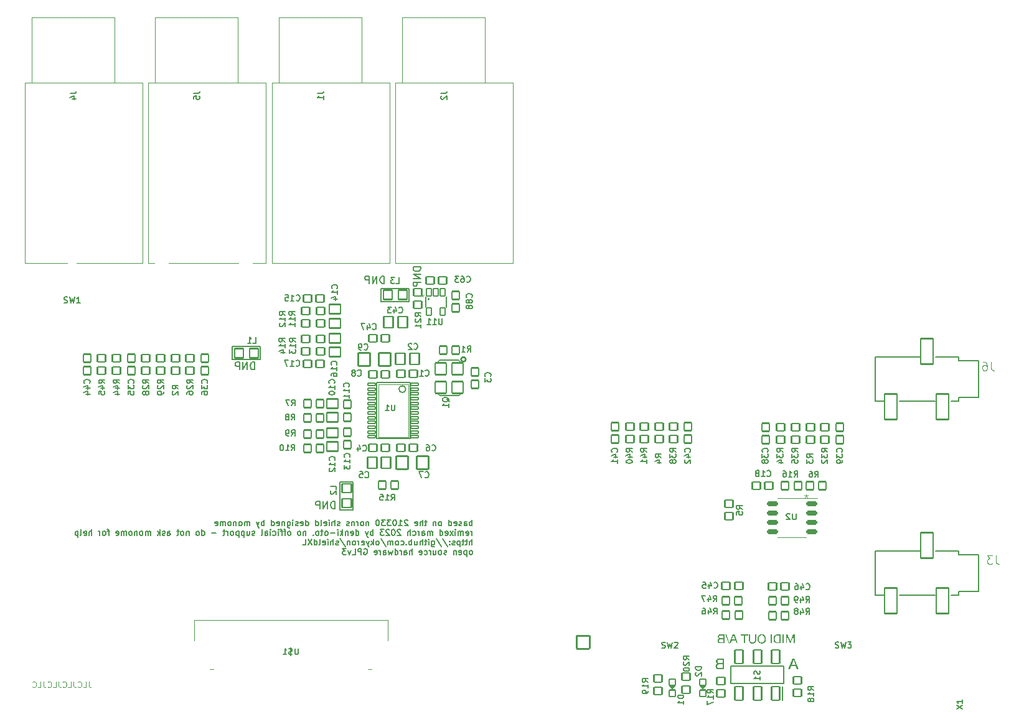
<source format=gbr>
%TF.GenerationSoftware,KiCad,Pcbnew,9.0.6*%
%TF.CreationDate,2025-11-16T15:37:37+10:00*%
%TF.ProjectId,ShieldXL-M,53686965-6c64-4584-9c2d-4d2e6b696361,rev?*%
%TF.SameCoordinates,Original*%
%TF.FileFunction,Legend,Bot*%
%TF.FilePolarity,Positive*%
%FSLAX46Y46*%
G04 Gerber Fmt 4.6, Leading zero omitted, Abs format (unit mm)*
G04 Created by KiCad (PCBNEW 9.0.6) date 2025-11-16 15:37:37*
%MOMM*%
%LPD*%
G01*
G04 APERTURE LIST*
G04 Aperture macros list*
%AMRoundRect*
0 Rectangle with rounded corners*
0 $1 Rounding radius*
0 $2 $3 $4 $5 $6 $7 $8 $9 X,Y pos of 4 corners*
0 Add a 4 corners polygon primitive as box body*
4,1,4,$2,$3,$4,$5,$6,$7,$8,$9,$2,$3,0*
0 Add four circle primitives for the rounded corners*
1,1,$1+$1,$2,$3*
1,1,$1+$1,$4,$5*
1,1,$1+$1,$6,$7*
1,1,$1+$1,$8,$9*
0 Add four rect primitives between the rounded corners*
20,1,$1+$1,$2,$3,$4,$5,0*
20,1,$1+$1,$4,$5,$6,$7,0*
20,1,$1+$1,$6,$7,$8,$9,0*
20,1,$1+$1,$8,$9,$2,$3,0*%
%AMFreePoly0*
4,1,25,0.372036,0.971196,0.384159,0.960842,0.825842,0.519159,0.854349,0.463211,0.855600,0.447317,0.855600,-0.447317,0.836196,-0.507036,0.825842,-0.519159,0.384159,-0.960842,0.328211,-0.989349,0.312317,-0.990600,-0.312317,-0.990600,-0.372036,-0.971196,-0.384159,-0.960842,-0.825842,-0.519159,-0.854349,-0.463211,-0.855600,-0.447317,-0.855600,0.447317,-0.836196,0.507036,-0.825842,0.519159,
-0.384159,0.960842,-0.328211,0.989349,-0.312317,0.990600,0.312317,0.990600,0.372036,0.971196,0.372036,0.971196,$1*%
G04 Aperture macros list end*
%ADD10C,0.254000*%
%ADD11C,0.100000*%
%ADD12C,0.125000*%
%ADD13C,0.200000*%
%ADD14C,0.150000*%
%ADD15C,0.175260*%
%ADD16C,0.101600*%
%ADD17C,0.203200*%
%ADD18C,0.120000*%
%ADD19C,0.000000*%
%ADD20C,0.127000*%
%ADD21C,0.152400*%
%ADD22C,0.050800*%
%ADD23C,0.179600*%
%ADD24C,4.000400*%
%ADD25C,2.032000*%
%ADD26C,2.667000*%
%ADD27O,4.703200X2.453200*%
%ADD28FreePoly0,270.000000*%
%ADD29O,2.453200X4.703200*%
%ADD30FreePoly0,0.000000*%
%ADD31C,2.700000*%
%ADD32C,2.750000*%
%ADD33RoundRect,0.101600X0.889000X-0.889000X0.889000X0.889000X-0.889000X0.889000X-0.889000X-0.889000X0*%
%ADD34C,1.981200*%
%ADD35RoundRect,0.101600X0.550000X-0.500000X0.550000X0.500000X-0.550000X0.500000X-0.550000X-0.500000X0*%
%ADD36RoundRect,0.101600X-0.550000X0.500000X-0.550000X-0.500000X0.550000X-0.500000X0.550000X0.500000X0*%
%ADD37RoundRect,0.101600X0.600000X0.650000X-0.600000X0.650000X-0.600000X-0.650000X0.600000X-0.650000X0*%
%ADD38RoundRect,0.101600X-0.500000X-0.550000X0.500000X-0.550000X0.500000X0.550000X-0.500000X0.550000X0*%
%ADD39RoundRect,0.101600X0.550000X0.500000X-0.550000X0.500000X-0.550000X-0.500000X0.550000X-0.500000X0*%
%ADD40RoundRect,0.101600X-0.750000X0.800000X-0.750000X-0.800000X0.750000X-0.800000X0.750000X0.800000X0*%
%ADD41RoundRect,0.101600X0.750000X-0.800000X0.750000X0.800000X-0.750000X0.800000X-0.750000X-0.800000X0*%
%ADD42RoundRect,0.101600X-0.550000X-0.500000X0.550000X-0.500000X0.550000X0.500000X-0.550000X0.500000X0*%
%ADD43RoundRect,0.101600X-0.650000X0.600000X-0.650000X-0.600000X0.650000X-0.600000X0.650000X0.600000X0*%
%ADD44RoundRect,0.101600X-0.650000X-0.750000X0.650000X-0.750000X0.650000X0.750000X-0.650000X0.750000X0*%
%ADD45C,3.000000*%
%ADD46C,2.000000*%
%ADD47RoundRect,0.101600X-0.500000X0.550000X-0.500000X-0.550000X0.500000X-0.550000X0.500000X0.550000X0*%
%ADD48RoundRect,0.101600X0.500000X0.550000X-0.500000X0.550000X-0.500000X-0.550000X0.500000X-0.550000X0*%
%ADD49RoundRect,0.101600X0.750000X-0.650000X0.750000X0.650000X-0.750000X0.650000X-0.750000X-0.650000X0*%
%ADD50RoundRect,0.101600X0.500000X-0.550000X0.500000X0.550000X-0.500000X0.550000X-0.500000X-0.550000X0*%
%ADD51RoundRect,0.101600X-0.400000X-0.400000X0.400000X-0.400000X0.400000X0.400000X-0.400000X0.400000X0*%
%ADD52RoundRect,0.101600X-0.800000X-0.900000X0.800000X-0.900000X0.800000X0.900000X-0.800000X0.900000X0*%
%ADD53C,1.200000*%
%ADD54RoundRect,0.101600X0.825000X1.750000X-0.825000X1.750000X-0.825000X-1.750000X0.825000X-1.750000X0*%
%ADD55C,1.000000*%
%ADD56RoundRect,0.101600X0.550000X-0.950000X0.550000X0.950000X-0.550000X0.950000X-0.550000X-0.950000X0*%
%ADD57RoundRect,0.101600X0.650000X0.750000X-0.650000X0.750000X-0.650000X-0.750000X0.650000X-0.750000X0*%
%ADD58R,2.700000X2.400000*%
%ADD59R,0.600000X1.900000*%
%ADD60RoundRect,0.101600X-0.600000X-0.650000X0.600000X-0.650000X0.600000X0.650000X-0.600000X0.650000X0*%
%ADD61RoundRect,0.150000X0.625000X0.150000X-0.625000X0.150000X-0.625000X-0.150000X0.625000X-0.150000X0*%
%ADD62RoundRect,0.101600X-0.750000X0.650000X-0.750000X-0.650000X0.750000X-0.650000X0.750000X0.650000X0*%
%ADD63RoundRect,0.101600X0.800000X0.900000X-0.800000X0.900000X-0.800000X-0.900000X0.800000X-0.900000X0*%
%ADD64RoundRect,0.101600X-0.495300X0.152400X-0.495300X-0.152400X0.495300X-0.152400X0.495300X0.152400X0*%
%ADD65RoundRect,0.101600X-0.345000X-0.495000X0.345000X-0.495000X0.345000X0.495000X-0.345000X0.495000X0*%
%ADD66RoundRect,0.101600X0.345000X0.495000X-0.345000X0.495000X-0.345000X-0.495000X0.345000X-0.495000X0*%
G04 APERTURE END LIST*
D10*
X145253799Y-92962196D02*
G75*
G02*
X144618799Y-92962196I-317500J0D01*
G01*
X144618799Y-92962196D02*
G75*
G02*
X145253799Y-92962196I317500J0D01*
G01*
D11*
G36*
X180412571Y-135174070D02*
G01*
X179688085Y-135174070D01*
X179581031Y-135164456D01*
X179491714Y-135137341D01*
X179412513Y-135094124D01*
X179348924Y-135040713D01*
X179298221Y-134976337D01*
X179261729Y-134903052D01*
X179239653Y-134824102D01*
X179232328Y-134743317D01*
X179232959Y-134736722D01*
X179431814Y-134736722D01*
X179440778Y-134817098D01*
X179465879Y-134881336D01*
X179506369Y-134933093D01*
X179560120Y-134971320D01*
X179627744Y-134995398D01*
X179713181Y-135004076D01*
X180212994Y-135004076D01*
X180212994Y-134488236D01*
X179757328Y-134488236D01*
X179694997Y-134491156D01*
X179635512Y-134499776D01*
X179579368Y-134515704D01*
X179531556Y-134539435D01*
X179491039Y-134572364D01*
X179459108Y-134615639D01*
X179439138Y-134667733D01*
X179431814Y-134736722D01*
X179232959Y-134736722D01*
X179240935Y-134653361D01*
X179265621Y-134575751D01*
X179305876Y-134508019D01*
X179360716Y-134452142D01*
X179430347Y-134410140D01*
X179517909Y-134381990D01*
X179517909Y-134377777D01*
X179450847Y-134343994D01*
X179396474Y-134301053D01*
X179353137Y-134248542D01*
X179321532Y-134188003D01*
X179302100Y-134119543D01*
X179298668Y-134079831D01*
X179494828Y-134079831D01*
X179503909Y-134155753D01*
X179529018Y-134213917D01*
X179569383Y-134258617D01*
X179622817Y-134289068D01*
X179701456Y-134310115D01*
X179814023Y-134318243D01*
X180212994Y-134318243D01*
X180212994Y-133843434D01*
X179814023Y-133843434D01*
X179691199Y-133850762D01*
X179635964Y-133862812D01*
X179589350Y-133883185D01*
X179550086Y-133913378D01*
X179520016Y-133954351D01*
X179501835Y-134005295D01*
X179494828Y-134079831D01*
X179298668Y-134079831D01*
X179295343Y-134041363D01*
X179301485Y-133967223D01*
X179318909Y-133904146D01*
X179346817Y-133850121D01*
X179404384Y-133780068D01*
X179471747Y-133728121D01*
X179507755Y-133710111D01*
X179552622Y-133696614D01*
X179654471Y-133680860D01*
X179764747Y-133674541D01*
X179868611Y-133673441D01*
X180412571Y-133673441D01*
X180412571Y-135174070D01*
G37*
X191562166Y-111330181D02*
X191562166Y-111568276D01*
X191800261Y-111473038D02*
X191562166Y-111568276D01*
X191562166Y-111568276D02*
X191324071Y-111473038D01*
X191705023Y-111758752D02*
X191562166Y-111568276D01*
X191562166Y-111568276D02*
X191419309Y-111758752D01*
D12*
X94000350Y-136826094D02*
X94000350Y-137397522D01*
X94000350Y-137397522D02*
X94038445Y-137511808D01*
X94038445Y-137511808D02*
X94114636Y-137587999D01*
X94114636Y-137587999D02*
X94228921Y-137626094D01*
X94228921Y-137626094D02*
X94305112Y-137626094D01*
X93238445Y-137626094D02*
X93619397Y-137626094D01*
X93619397Y-137626094D02*
X93619397Y-136826094D01*
X92514635Y-137549903D02*
X92552731Y-137587999D01*
X92552731Y-137587999D02*
X92667016Y-137626094D01*
X92667016Y-137626094D02*
X92743207Y-137626094D01*
X92743207Y-137626094D02*
X92857493Y-137587999D01*
X92857493Y-137587999D02*
X92933683Y-137511808D01*
X92933683Y-137511808D02*
X92971778Y-137435618D01*
X92971778Y-137435618D02*
X93009874Y-137283237D01*
X93009874Y-137283237D02*
X93009874Y-137168951D01*
X93009874Y-137168951D02*
X92971778Y-137016570D01*
X92971778Y-137016570D02*
X92933683Y-136940379D01*
X92933683Y-136940379D02*
X92857493Y-136864189D01*
X92857493Y-136864189D02*
X92743207Y-136826094D01*
X92743207Y-136826094D02*
X92667016Y-136826094D01*
X92667016Y-136826094D02*
X92552731Y-136864189D01*
X92552731Y-136864189D02*
X92514635Y-136902284D01*
X91943207Y-136826094D02*
X91943207Y-137397522D01*
X91943207Y-137397522D02*
X91981302Y-137511808D01*
X91981302Y-137511808D02*
X92057493Y-137587999D01*
X92057493Y-137587999D02*
X92171778Y-137626094D01*
X92171778Y-137626094D02*
X92247969Y-137626094D01*
X91181302Y-137626094D02*
X91562254Y-137626094D01*
X91562254Y-137626094D02*
X91562254Y-136826094D01*
X90457492Y-137549903D02*
X90495588Y-137587999D01*
X90495588Y-137587999D02*
X90609873Y-137626094D01*
X90609873Y-137626094D02*
X90686064Y-137626094D01*
X90686064Y-137626094D02*
X90800350Y-137587999D01*
X90800350Y-137587999D02*
X90876540Y-137511808D01*
X90876540Y-137511808D02*
X90914635Y-137435618D01*
X90914635Y-137435618D02*
X90952731Y-137283237D01*
X90952731Y-137283237D02*
X90952731Y-137168951D01*
X90952731Y-137168951D02*
X90914635Y-137016570D01*
X90914635Y-137016570D02*
X90876540Y-136940379D01*
X90876540Y-136940379D02*
X90800350Y-136864189D01*
X90800350Y-136864189D02*
X90686064Y-136826094D01*
X90686064Y-136826094D02*
X90609873Y-136826094D01*
X90609873Y-136826094D02*
X90495588Y-136864189D01*
X90495588Y-136864189D02*
X90457492Y-136902284D01*
X89886064Y-136826094D02*
X89886064Y-137397522D01*
X89886064Y-137397522D02*
X89924159Y-137511808D01*
X89924159Y-137511808D02*
X90000350Y-137587999D01*
X90000350Y-137587999D02*
X90114635Y-137626094D01*
X90114635Y-137626094D02*
X90190826Y-137626094D01*
X89124159Y-137626094D02*
X89505111Y-137626094D01*
X89505111Y-137626094D02*
X89505111Y-136826094D01*
X88400349Y-137549903D02*
X88438445Y-137587999D01*
X88438445Y-137587999D02*
X88552730Y-137626094D01*
X88552730Y-137626094D02*
X88628921Y-137626094D01*
X88628921Y-137626094D02*
X88743207Y-137587999D01*
X88743207Y-137587999D02*
X88819397Y-137511808D01*
X88819397Y-137511808D02*
X88857492Y-137435618D01*
X88857492Y-137435618D02*
X88895588Y-137283237D01*
X88895588Y-137283237D02*
X88895588Y-137168951D01*
X88895588Y-137168951D02*
X88857492Y-137016570D01*
X88857492Y-137016570D02*
X88819397Y-136940379D01*
X88819397Y-136940379D02*
X88743207Y-136864189D01*
X88743207Y-136864189D02*
X88628921Y-136826094D01*
X88628921Y-136826094D02*
X88552730Y-136826094D01*
X88552730Y-136826094D02*
X88438445Y-136864189D01*
X88438445Y-136864189D02*
X88400349Y-136902284D01*
X87828921Y-136826094D02*
X87828921Y-137397522D01*
X87828921Y-137397522D02*
X87867016Y-137511808D01*
X87867016Y-137511808D02*
X87943207Y-137587999D01*
X87943207Y-137587999D02*
X88057492Y-137626094D01*
X88057492Y-137626094D02*
X88133683Y-137626094D01*
X87067016Y-137626094D02*
X87447968Y-137626094D01*
X87447968Y-137626094D02*
X87447968Y-136826094D01*
X86343206Y-137549903D02*
X86381302Y-137587999D01*
X86381302Y-137587999D02*
X86495587Y-137626094D01*
X86495587Y-137626094D02*
X86571778Y-137626094D01*
X86571778Y-137626094D02*
X86686064Y-137587999D01*
X86686064Y-137587999D02*
X86762254Y-137511808D01*
X86762254Y-137511808D02*
X86800349Y-137435618D01*
X86800349Y-137435618D02*
X86838445Y-137283237D01*
X86838445Y-137283237D02*
X86838445Y-137168951D01*
X86838445Y-137168951D02*
X86800349Y-137016570D01*
X86800349Y-137016570D02*
X86762254Y-136940379D01*
X86762254Y-136940379D02*
X86686064Y-136864189D01*
X86686064Y-136864189D02*
X86571778Y-136826094D01*
X86571778Y-136826094D02*
X86495587Y-136826094D01*
X86495587Y-136826094D02*
X86381302Y-136864189D01*
X86381302Y-136864189D02*
X86343206Y-136902284D01*
D13*
X127448118Y-113304749D02*
X127448118Y-112304749D01*
X127448118Y-112304749D02*
X127210023Y-112304749D01*
X127210023Y-112304749D02*
X127067166Y-112352368D01*
X127067166Y-112352368D02*
X126971928Y-112447606D01*
X126971928Y-112447606D02*
X126924309Y-112542844D01*
X126924309Y-112542844D02*
X126876690Y-112733320D01*
X126876690Y-112733320D02*
X126876690Y-112876177D01*
X126876690Y-112876177D02*
X126924309Y-113066653D01*
X126924309Y-113066653D02*
X126971928Y-113161891D01*
X126971928Y-113161891D02*
X127067166Y-113257130D01*
X127067166Y-113257130D02*
X127210023Y-113304749D01*
X127210023Y-113304749D02*
X127448118Y-113304749D01*
X126448118Y-113304749D02*
X126448118Y-112304749D01*
X126448118Y-112304749D02*
X125876690Y-113304749D01*
X125876690Y-113304749D02*
X125876690Y-112304749D01*
X125400499Y-113304749D02*
X125400499Y-112304749D01*
X125400499Y-112304749D02*
X125019547Y-112304749D01*
X125019547Y-112304749D02*
X124924309Y-112352368D01*
X124924309Y-112352368D02*
X124876690Y-112399987D01*
X124876690Y-112399987D02*
X124829071Y-112495225D01*
X124829071Y-112495225D02*
X124829071Y-112638082D01*
X124829071Y-112638082D02*
X124876690Y-112733320D01*
X124876690Y-112733320D02*
X124924309Y-112780939D01*
X124924309Y-112780939D02*
X125019547Y-112828558D01*
X125019547Y-112828558D02*
X125400499Y-112828558D01*
X139105116Y-80408395D02*
X138105116Y-80408395D01*
X138105116Y-80408395D02*
X138105116Y-80646490D01*
X138105116Y-80646490D02*
X138152735Y-80789347D01*
X138152735Y-80789347D02*
X138247973Y-80884585D01*
X138247973Y-80884585D02*
X138343211Y-80932204D01*
X138343211Y-80932204D02*
X138533687Y-80979823D01*
X138533687Y-80979823D02*
X138676544Y-80979823D01*
X138676544Y-80979823D02*
X138867020Y-80932204D01*
X138867020Y-80932204D02*
X138962258Y-80884585D01*
X138962258Y-80884585D02*
X139057497Y-80789347D01*
X139057497Y-80789347D02*
X139105116Y-80646490D01*
X139105116Y-80646490D02*
X139105116Y-80408395D01*
X139105116Y-81408395D02*
X138105116Y-81408395D01*
X138105116Y-81408395D02*
X139105116Y-81979823D01*
X139105116Y-81979823D02*
X138105116Y-81979823D01*
X139105116Y-82456014D02*
X138105116Y-82456014D01*
X138105116Y-82456014D02*
X138105116Y-82836966D01*
X138105116Y-82836966D02*
X138152735Y-82932204D01*
X138152735Y-82932204D02*
X138200354Y-82979823D01*
X138200354Y-82979823D02*
X138295592Y-83027442D01*
X138295592Y-83027442D02*
X138438449Y-83027442D01*
X138438449Y-83027442D02*
X138533687Y-82979823D01*
X138533687Y-82979823D02*
X138581306Y-82932204D01*
X138581306Y-82932204D02*
X138628925Y-82836966D01*
X138628925Y-82836966D02*
X138628925Y-82456014D01*
D11*
G36*
X189998991Y-130412994D02*
G01*
X189998991Y-131613497D01*
X189847756Y-131613497D01*
X189847756Y-130614787D01*
X189844385Y-130614787D01*
X189469741Y-131613497D01*
X189333674Y-131613497D01*
X188959029Y-130614787D01*
X188955659Y-130614787D01*
X188955659Y-131613497D01*
X188804497Y-131613497D01*
X188804497Y-130412994D01*
X189022923Y-130412994D01*
X189402550Y-131421815D01*
X189780565Y-130412994D01*
X189998991Y-130412994D01*
G37*
G36*
X188532508Y-130412994D02*
G01*
X188532508Y-131613497D01*
X188372920Y-131613497D01*
X188372920Y-130412994D01*
X188532508Y-130412994D01*
G37*
G36*
X188104302Y-131613497D02*
G01*
X187692655Y-131613497D01*
X187593564Y-131608419D01*
X187507952Y-131594071D01*
X187434002Y-131571511D01*
X187364343Y-131538631D01*
X187304789Y-131498031D01*
X187254190Y-131449585D01*
X187212036Y-131393453D01*
X187177277Y-131328291D01*
X187150069Y-131252848D01*
X187131940Y-131174252D01*
X187120466Y-131085289D01*
X187117314Y-131006577D01*
X187276025Y-131006577D01*
X187282176Y-131112818D01*
X187298740Y-131195109D01*
X187325511Y-131268670D01*
X187356699Y-131325021D01*
X187395036Y-131372317D01*
X187436493Y-131407160D01*
X187481804Y-131434055D01*
X187526325Y-131453249D01*
X187571363Y-131466434D01*
X187612055Y-131473326D01*
X187679246Y-131477502D01*
X187944640Y-131477502D01*
X187944640Y-130548988D01*
X187675875Y-130548988D01*
X187602250Y-130552819D01*
X187540698Y-130563483D01*
X187489396Y-130579983D01*
X187441475Y-130604177D01*
X187400578Y-130634272D01*
X187365931Y-130670475D01*
X187325321Y-130735088D01*
X187297055Y-130814676D01*
X187281569Y-130902392D01*
X187276025Y-131006577D01*
X187117314Y-131006577D01*
X187116437Y-130984669D01*
X187123486Y-130866069D01*
X187143209Y-130766434D01*
X187173985Y-130682817D01*
X187214936Y-130612733D01*
X187265987Y-130554264D01*
X187327388Y-130505688D01*
X187398991Y-130466875D01*
X187482359Y-130437910D01*
X187579473Y-130419511D01*
X187692655Y-130412994D01*
X188104302Y-130412994D01*
X188104302Y-131613497D01*
G37*
G36*
X186915816Y-130412994D02*
G01*
X186915816Y-131613497D01*
X186756228Y-131613497D01*
X186756228Y-130412994D01*
X186915816Y-130412994D01*
G37*
G36*
X185607664Y-130391025D02*
G01*
X185690546Y-130408690D01*
X185763967Y-130437028D01*
X185832353Y-130476161D01*
X185892002Y-130522625D01*
X185943705Y-130576686D01*
X185987589Y-130637484D01*
X186023682Y-130704282D01*
X186052076Y-130777746D01*
X186079102Y-130893138D01*
X186088199Y-131014051D01*
X186079102Y-131135038D01*
X186052076Y-131250503D01*
X186023685Y-131323919D01*
X185987593Y-131390694D01*
X185943705Y-131451490D01*
X185891973Y-131505488D01*
X185832325Y-131551679D01*
X185763967Y-131590342D01*
X185690594Y-131618188D01*
X185607708Y-131635564D01*
X185513667Y-131641633D01*
X185419576Y-131635561D01*
X185336692Y-131618184D01*
X185263367Y-131590342D01*
X185194961Y-131551675D01*
X185135290Y-131505484D01*
X185083555Y-131451490D01*
X185039667Y-131390694D01*
X185003575Y-131323919D01*
X184975184Y-131250503D01*
X184948158Y-131135038D01*
X184939177Y-131015590D01*
X185098649Y-131015590D01*
X185104520Y-131105757D01*
X185122170Y-131194815D01*
X185152645Y-131279266D01*
X185196102Y-131353891D01*
X185232729Y-131397743D01*
X185275667Y-131435497D01*
X185325502Y-131467464D01*
X185379672Y-131490693D01*
X185441856Y-131505225D01*
X185513593Y-131510328D01*
X185585380Y-131505225D01*
X185647614Y-131490693D01*
X185701831Y-131467464D01*
X185751620Y-131435501D01*
X185794535Y-131397748D01*
X185831158Y-131353891D01*
X185874615Y-131279266D01*
X185905090Y-131194815D01*
X185922740Y-131105757D01*
X185928611Y-131015590D01*
X185922740Y-130925423D01*
X185905090Y-130836365D01*
X185874612Y-130751926D01*
X185831158Y-130677363D01*
X185794527Y-130633465D01*
X185751612Y-130595714D01*
X185701831Y-130563790D01*
X185647609Y-130540519D01*
X185585376Y-130525963D01*
X185513593Y-130520852D01*
X185441860Y-130525963D01*
X185379676Y-130540519D01*
X185325502Y-130563790D01*
X185275674Y-130595718D01*
X185232736Y-130633470D01*
X185196102Y-130677363D01*
X185152648Y-130751926D01*
X185122170Y-130836365D01*
X185104520Y-130925423D01*
X185098649Y-131015590D01*
X184939177Y-131015590D01*
X184939061Y-131014051D01*
X184948158Y-130893138D01*
X184975184Y-130777746D01*
X185003578Y-130704282D01*
X185039671Y-130637484D01*
X185083555Y-130576686D01*
X185135261Y-130522630D01*
X185194934Y-130476165D01*
X185263367Y-130437028D01*
X185336741Y-130408694D01*
X185419620Y-130391027D01*
X185513667Y-130384857D01*
X185607664Y-130391025D01*
G37*
G36*
X183786699Y-131180454D02*
G01*
X183786699Y-130412994D01*
X183946287Y-130412994D01*
X183946287Y-131181626D01*
X183952060Y-131263025D01*
X183968053Y-131329312D01*
X183992889Y-131383229D01*
X184026081Y-131426944D01*
X184068366Y-131462019D01*
X184119853Y-131487908D01*
X184182462Y-131504409D01*
X184258722Y-131510328D01*
X184339472Y-131504382D01*
X184405935Y-131487811D01*
X184460685Y-131461883D01*
X184505725Y-131426944D01*
X184541608Y-131382835D01*
X184568222Y-131328756D01*
X184585254Y-131262600D01*
X184591381Y-131181626D01*
X184591381Y-130412994D01*
X184750969Y-130412994D01*
X184750969Y-131180454D01*
X184744797Y-131279087D01*
X184727595Y-131361010D01*
X184700832Y-131428958D01*
X184665241Y-131485201D01*
X184620764Y-131531431D01*
X184553312Y-131577491D01*
X184472355Y-131611833D01*
X184375248Y-131633781D01*
X184258722Y-131641633D01*
X184145094Y-131633423D01*
X184051194Y-131610519D01*
X183973530Y-131574662D01*
X183909357Y-131526375D01*
X183867259Y-131478504D01*
X183833636Y-131421633D01*
X183808478Y-131354321D01*
X183792420Y-131274677D01*
X183786699Y-131180454D01*
G37*
G36*
X183259867Y-130548988D02*
G01*
X183259867Y-131613497D01*
X183100279Y-131613497D01*
X183100279Y-130548988D01*
X182700429Y-130548988D01*
X182700429Y-130412994D01*
X183659717Y-130412994D01*
X183659717Y-130548988D01*
X183259867Y-130548988D01*
G37*
G36*
X182242913Y-131613497D02*
G01*
X182079954Y-131613497D01*
X181945498Y-131252408D01*
X181438157Y-131252408D01*
X181307145Y-131613497D01*
X181130704Y-131613497D01*
X181324787Y-131116413D01*
X181488569Y-131116413D01*
X181895087Y-131116413D01*
X181691828Y-130557561D01*
X181688457Y-130557561D01*
X181488569Y-131116413D01*
X181324787Y-131116413D01*
X181599431Y-130412994D01*
X181775872Y-130412994D01*
X182242913Y-131613497D01*
G37*
G36*
X180677805Y-130384857D02*
G01*
X181173422Y-131641633D01*
X181052449Y-131641633D01*
X180555146Y-130384857D01*
X180677805Y-130384857D01*
G37*
G36*
X180454616Y-131613497D02*
G01*
X179875027Y-131613497D01*
X179789384Y-131605806D01*
X179717930Y-131584114D01*
X179654570Y-131549540D01*
X179603698Y-131506811D01*
X179563136Y-131455310D01*
X179533942Y-131396682D01*
X179516282Y-131333522D01*
X179510422Y-131268894D01*
X179510927Y-131263619D01*
X179670010Y-131263619D01*
X179677182Y-131327920D01*
X179697262Y-131379310D01*
X179729654Y-131420716D01*
X179772655Y-131451297D01*
X179826755Y-131470559D01*
X179895104Y-131477502D01*
X180294954Y-131477502D01*
X180294954Y-131064829D01*
X179930422Y-131064829D01*
X179880556Y-131067166D01*
X179832969Y-131074062D01*
X179788053Y-131086804D01*
X179749804Y-131105789D01*
X179717390Y-131132132D01*
X179691845Y-131166752D01*
X179675869Y-131208427D01*
X179670010Y-131263619D01*
X179510927Y-131263619D01*
X179517307Y-131196930D01*
X179537056Y-131134842D01*
X179569260Y-131080656D01*
X179613132Y-131035954D01*
X179668836Y-131002353D01*
X179738886Y-130979833D01*
X179738886Y-130976462D01*
X179685237Y-130949436D01*
X179641738Y-130915083D01*
X179607069Y-130873074D01*
X179581785Y-130824643D01*
X179566239Y-130769875D01*
X179563493Y-130738106D01*
X179720422Y-130738106D01*
X179727686Y-130798844D01*
X179747774Y-130845375D01*
X179780066Y-130881134D01*
X179822813Y-130905495D01*
X179885724Y-130922333D01*
X179975778Y-130928835D01*
X180294954Y-130928835D01*
X180294954Y-130548988D01*
X179975778Y-130548988D01*
X179877519Y-130554850D01*
X179833331Y-130564490D01*
X179796039Y-130580789D01*
X179764628Y-130604943D01*
X179740572Y-130637722D01*
X179726027Y-130678477D01*
X179720422Y-130738106D01*
X179563493Y-130738106D01*
X179560833Y-130707331D01*
X179565747Y-130648019D01*
X179579687Y-130597558D01*
X179602013Y-130554337D01*
X179648066Y-130498295D01*
X179701957Y-130456738D01*
X179730763Y-130442330D01*
X179766657Y-130431532D01*
X179848136Y-130418929D01*
X179936357Y-130413873D01*
X180019448Y-130412994D01*
X180454616Y-130412994D01*
X180454616Y-131613497D01*
G37*
D13*
X116513291Y-94358503D02*
X116513291Y-93358503D01*
X116513291Y-93358503D02*
X116275196Y-93358503D01*
X116275196Y-93358503D02*
X116132339Y-93406122D01*
X116132339Y-93406122D02*
X116037101Y-93501360D01*
X116037101Y-93501360D02*
X115989482Y-93596598D01*
X115989482Y-93596598D02*
X115941863Y-93787074D01*
X115941863Y-93787074D02*
X115941863Y-93929931D01*
X115941863Y-93929931D02*
X115989482Y-94120407D01*
X115989482Y-94120407D02*
X116037101Y-94215645D01*
X116037101Y-94215645D02*
X116132339Y-94310884D01*
X116132339Y-94310884D02*
X116275196Y-94358503D01*
X116275196Y-94358503D02*
X116513291Y-94358503D01*
X115513291Y-94358503D02*
X115513291Y-93358503D01*
X115513291Y-93358503D02*
X114941863Y-94358503D01*
X114941863Y-94358503D02*
X114941863Y-93358503D01*
X114465672Y-94358503D02*
X114465672Y-93358503D01*
X114465672Y-93358503D02*
X114084720Y-93358503D01*
X114084720Y-93358503D02*
X113989482Y-93406122D01*
X113989482Y-93406122D02*
X113941863Y-93453741D01*
X113941863Y-93453741D02*
X113894244Y-93548979D01*
X113894244Y-93548979D02*
X113894244Y-93691836D01*
X113894244Y-93691836D02*
X113941863Y-93787074D01*
X113941863Y-93787074D02*
X113989482Y-93834693D01*
X113989482Y-93834693D02*
X114084720Y-93882312D01*
X114084720Y-93882312D02*
X114465672Y-93882312D01*
D14*
X146122372Y-115615686D02*
X146122372Y-114802886D01*
X146122372Y-115112524D02*
X146044962Y-115073820D01*
X146044962Y-115073820D02*
X145890143Y-115073820D01*
X145890143Y-115073820D02*
X145812734Y-115112524D01*
X145812734Y-115112524D02*
X145774029Y-115151229D01*
X145774029Y-115151229D02*
X145735324Y-115228639D01*
X145735324Y-115228639D02*
X145735324Y-115460867D01*
X145735324Y-115460867D02*
X145774029Y-115538277D01*
X145774029Y-115538277D02*
X145812734Y-115576982D01*
X145812734Y-115576982D02*
X145890143Y-115615686D01*
X145890143Y-115615686D02*
X146044962Y-115615686D01*
X146044962Y-115615686D02*
X146122372Y-115576982D01*
X145038639Y-115615686D02*
X145038639Y-115189934D01*
X145038639Y-115189934D02*
X145077344Y-115112524D01*
X145077344Y-115112524D02*
X145154753Y-115073820D01*
X145154753Y-115073820D02*
X145309572Y-115073820D01*
X145309572Y-115073820D02*
X145386982Y-115112524D01*
X145038639Y-115576982D02*
X145116048Y-115615686D01*
X145116048Y-115615686D02*
X145309572Y-115615686D01*
X145309572Y-115615686D02*
X145386982Y-115576982D01*
X145386982Y-115576982D02*
X145425686Y-115499572D01*
X145425686Y-115499572D02*
X145425686Y-115422162D01*
X145425686Y-115422162D02*
X145386982Y-115344753D01*
X145386982Y-115344753D02*
X145309572Y-115306048D01*
X145309572Y-115306048D02*
X145116048Y-115306048D01*
X145116048Y-115306048D02*
X145038639Y-115267343D01*
X144690296Y-115576982D02*
X144612887Y-115615686D01*
X144612887Y-115615686D02*
X144458068Y-115615686D01*
X144458068Y-115615686D02*
X144380658Y-115576982D01*
X144380658Y-115576982D02*
X144341954Y-115499572D01*
X144341954Y-115499572D02*
X144341954Y-115460867D01*
X144341954Y-115460867D02*
X144380658Y-115383458D01*
X144380658Y-115383458D02*
X144458068Y-115344753D01*
X144458068Y-115344753D02*
X144574182Y-115344753D01*
X144574182Y-115344753D02*
X144651592Y-115306048D01*
X144651592Y-115306048D02*
X144690296Y-115228639D01*
X144690296Y-115228639D02*
X144690296Y-115189934D01*
X144690296Y-115189934D02*
X144651592Y-115112524D01*
X144651592Y-115112524D02*
X144574182Y-115073820D01*
X144574182Y-115073820D02*
X144458068Y-115073820D01*
X144458068Y-115073820D02*
X144380658Y-115112524D01*
X143683973Y-115576982D02*
X143761382Y-115615686D01*
X143761382Y-115615686D02*
X143916201Y-115615686D01*
X143916201Y-115615686D02*
X143993611Y-115576982D01*
X143993611Y-115576982D02*
X144032315Y-115499572D01*
X144032315Y-115499572D02*
X144032315Y-115189934D01*
X144032315Y-115189934D02*
X143993611Y-115112524D01*
X143993611Y-115112524D02*
X143916201Y-115073820D01*
X143916201Y-115073820D02*
X143761382Y-115073820D01*
X143761382Y-115073820D02*
X143683973Y-115112524D01*
X143683973Y-115112524D02*
X143645268Y-115189934D01*
X143645268Y-115189934D02*
X143645268Y-115267343D01*
X143645268Y-115267343D02*
X144032315Y-115344753D01*
X142948582Y-115615686D02*
X142948582Y-114802886D01*
X142948582Y-115576982D02*
X143025991Y-115615686D01*
X143025991Y-115615686D02*
X143180810Y-115615686D01*
X143180810Y-115615686D02*
X143258220Y-115576982D01*
X143258220Y-115576982D02*
X143296925Y-115538277D01*
X143296925Y-115538277D02*
X143335629Y-115460867D01*
X143335629Y-115460867D02*
X143335629Y-115228639D01*
X143335629Y-115228639D02*
X143296925Y-115151229D01*
X143296925Y-115151229D02*
X143258220Y-115112524D01*
X143258220Y-115112524D02*
X143180810Y-115073820D01*
X143180810Y-115073820D02*
X143025991Y-115073820D01*
X143025991Y-115073820D02*
X142948582Y-115112524D01*
X141826144Y-115615686D02*
X141903554Y-115576982D01*
X141903554Y-115576982D02*
X141942259Y-115538277D01*
X141942259Y-115538277D02*
X141980963Y-115460867D01*
X141980963Y-115460867D02*
X141980963Y-115228639D01*
X141980963Y-115228639D02*
X141942259Y-115151229D01*
X141942259Y-115151229D02*
X141903554Y-115112524D01*
X141903554Y-115112524D02*
X141826144Y-115073820D01*
X141826144Y-115073820D02*
X141710030Y-115073820D01*
X141710030Y-115073820D02*
X141632621Y-115112524D01*
X141632621Y-115112524D02*
X141593916Y-115151229D01*
X141593916Y-115151229D02*
X141555211Y-115228639D01*
X141555211Y-115228639D02*
X141555211Y-115460867D01*
X141555211Y-115460867D02*
X141593916Y-115538277D01*
X141593916Y-115538277D02*
X141632621Y-115576982D01*
X141632621Y-115576982D02*
X141710030Y-115615686D01*
X141710030Y-115615686D02*
X141826144Y-115615686D01*
X141206869Y-115073820D02*
X141206869Y-115615686D01*
X141206869Y-115151229D02*
X141168164Y-115112524D01*
X141168164Y-115112524D02*
X141090754Y-115073820D01*
X141090754Y-115073820D02*
X140974640Y-115073820D01*
X140974640Y-115073820D02*
X140897231Y-115112524D01*
X140897231Y-115112524D02*
X140858526Y-115189934D01*
X140858526Y-115189934D02*
X140858526Y-115615686D01*
X139968317Y-115073820D02*
X139658679Y-115073820D01*
X139852203Y-114802886D02*
X139852203Y-115499572D01*
X139852203Y-115499572D02*
X139813498Y-115576982D01*
X139813498Y-115576982D02*
X139736088Y-115615686D01*
X139736088Y-115615686D02*
X139658679Y-115615686D01*
X139387746Y-115615686D02*
X139387746Y-114802886D01*
X139039403Y-115615686D02*
X139039403Y-115189934D01*
X139039403Y-115189934D02*
X139078108Y-115112524D01*
X139078108Y-115112524D02*
X139155517Y-115073820D01*
X139155517Y-115073820D02*
X139271631Y-115073820D01*
X139271631Y-115073820D02*
X139349041Y-115112524D01*
X139349041Y-115112524D02*
X139387746Y-115151229D01*
X138342718Y-115576982D02*
X138420127Y-115615686D01*
X138420127Y-115615686D02*
X138574946Y-115615686D01*
X138574946Y-115615686D02*
X138652356Y-115576982D01*
X138652356Y-115576982D02*
X138691060Y-115499572D01*
X138691060Y-115499572D02*
X138691060Y-115189934D01*
X138691060Y-115189934D02*
X138652356Y-115112524D01*
X138652356Y-115112524D02*
X138574946Y-115073820D01*
X138574946Y-115073820D02*
X138420127Y-115073820D01*
X138420127Y-115073820D02*
X138342718Y-115112524D01*
X138342718Y-115112524D02*
X138304013Y-115189934D01*
X138304013Y-115189934D02*
X138304013Y-115267343D01*
X138304013Y-115267343D02*
X138691060Y-115344753D01*
X137375098Y-114880296D02*
X137336394Y-114841591D01*
X137336394Y-114841591D02*
X137258984Y-114802886D01*
X137258984Y-114802886D02*
X137065460Y-114802886D01*
X137065460Y-114802886D02*
X136988051Y-114841591D01*
X136988051Y-114841591D02*
X136949346Y-114880296D01*
X136949346Y-114880296D02*
X136910641Y-114957705D01*
X136910641Y-114957705D02*
X136910641Y-115035115D01*
X136910641Y-115035115D02*
X136949346Y-115151229D01*
X136949346Y-115151229D02*
X137413803Y-115615686D01*
X137413803Y-115615686D02*
X136910641Y-115615686D01*
X136136546Y-115615686D02*
X136601003Y-115615686D01*
X136368775Y-115615686D02*
X136368775Y-114802886D01*
X136368775Y-114802886D02*
X136446184Y-114919001D01*
X136446184Y-114919001D02*
X136523594Y-114996410D01*
X136523594Y-114996410D02*
X136601003Y-115035115D01*
X135633385Y-114802886D02*
X135555975Y-114802886D01*
X135555975Y-114802886D02*
X135478566Y-114841591D01*
X135478566Y-114841591D02*
X135439861Y-114880296D01*
X135439861Y-114880296D02*
X135401156Y-114957705D01*
X135401156Y-114957705D02*
X135362451Y-115112524D01*
X135362451Y-115112524D02*
X135362451Y-115306048D01*
X135362451Y-115306048D02*
X135401156Y-115460867D01*
X135401156Y-115460867D02*
X135439861Y-115538277D01*
X135439861Y-115538277D02*
X135478566Y-115576982D01*
X135478566Y-115576982D02*
X135555975Y-115615686D01*
X135555975Y-115615686D02*
X135633385Y-115615686D01*
X135633385Y-115615686D02*
X135710794Y-115576982D01*
X135710794Y-115576982D02*
X135749499Y-115538277D01*
X135749499Y-115538277D02*
X135788204Y-115460867D01*
X135788204Y-115460867D02*
X135826908Y-115306048D01*
X135826908Y-115306048D02*
X135826908Y-115112524D01*
X135826908Y-115112524D02*
X135788204Y-114957705D01*
X135788204Y-114957705D02*
X135749499Y-114880296D01*
X135749499Y-114880296D02*
X135710794Y-114841591D01*
X135710794Y-114841591D02*
X135633385Y-114802886D01*
X135091518Y-114802886D02*
X134588356Y-114802886D01*
X134588356Y-114802886D02*
X134859290Y-115112524D01*
X134859290Y-115112524D02*
X134743175Y-115112524D01*
X134743175Y-115112524D02*
X134665766Y-115151229D01*
X134665766Y-115151229D02*
X134627061Y-115189934D01*
X134627061Y-115189934D02*
X134588356Y-115267343D01*
X134588356Y-115267343D02*
X134588356Y-115460867D01*
X134588356Y-115460867D02*
X134627061Y-115538277D01*
X134627061Y-115538277D02*
X134665766Y-115576982D01*
X134665766Y-115576982D02*
X134743175Y-115615686D01*
X134743175Y-115615686D02*
X134975404Y-115615686D01*
X134975404Y-115615686D02*
X135052813Y-115576982D01*
X135052813Y-115576982D02*
X135091518Y-115538277D01*
X134317423Y-114802886D02*
X133814261Y-114802886D01*
X133814261Y-114802886D02*
X134085195Y-115112524D01*
X134085195Y-115112524D02*
X133969080Y-115112524D01*
X133969080Y-115112524D02*
X133891671Y-115151229D01*
X133891671Y-115151229D02*
X133852966Y-115189934D01*
X133852966Y-115189934D02*
X133814261Y-115267343D01*
X133814261Y-115267343D02*
X133814261Y-115460867D01*
X133814261Y-115460867D02*
X133852966Y-115538277D01*
X133852966Y-115538277D02*
X133891671Y-115576982D01*
X133891671Y-115576982D02*
X133969080Y-115615686D01*
X133969080Y-115615686D02*
X134201309Y-115615686D01*
X134201309Y-115615686D02*
X134278718Y-115576982D01*
X134278718Y-115576982D02*
X134317423Y-115538277D01*
X133311100Y-114802886D02*
X133233690Y-114802886D01*
X133233690Y-114802886D02*
X133156281Y-114841591D01*
X133156281Y-114841591D02*
X133117576Y-114880296D01*
X133117576Y-114880296D02*
X133078871Y-114957705D01*
X133078871Y-114957705D02*
X133040166Y-115112524D01*
X133040166Y-115112524D02*
X133040166Y-115306048D01*
X133040166Y-115306048D02*
X133078871Y-115460867D01*
X133078871Y-115460867D02*
X133117576Y-115538277D01*
X133117576Y-115538277D02*
X133156281Y-115576982D01*
X133156281Y-115576982D02*
X133233690Y-115615686D01*
X133233690Y-115615686D02*
X133311100Y-115615686D01*
X133311100Y-115615686D02*
X133388509Y-115576982D01*
X133388509Y-115576982D02*
X133427214Y-115538277D01*
X133427214Y-115538277D02*
X133465919Y-115460867D01*
X133465919Y-115460867D02*
X133504623Y-115306048D01*
X133504623Y-115306048D02*
X133504623Y-115112524D01*
X133504623Y-115112524D02*
X133465919Y-114957705D01*
X133465919Y-114957705D02*
X133427214Y-114880296D01*
X133427214Y-114880296D02*
X133388509Y-114841591D01*
X133388509Y-114841591D02*
X133311100Y-114802886D01*
X132072548Y-115073820D02*
X132072548Y-115615686D01*
X132072548Y-115151229D02*
X132033843Y-115112524D01*
X132033843Y-115112524D02*
X131956433Y-115073820D01*
X131956433Y-115073820D02*
X131840319Y-115073820D01*
X131840319Y-115073820D02*
X131762910Y-115112524D01*
X131762910Y-115112524D02*
X131724205Y-115189934D01*
X131724205Y-115189934D02*
X131724205Y-115615686D01*
X131221043Y-115615686D02*
X131298453Y-115576982D01*
X131298453Y-115576982D02*
X131337158Y-115538277D01*
X131337158Y-115538277D02*
X131375862Y-115460867D01*
X131375862Y-115460867D02*
X131375862Y-115228639D01*
X131375862Y-115228639D02*
X131337158Y-115151229D01*
X131337158Y-115151229D02*
X131298453Y-115112524D01*
X131298453Y-115112524D02*
X131221043Y-115073820D01*
X131221043Y-115073820D02*
X131104929Y-115073820D01*
X131104929Y-115073820D02*
X131027520Y-115112524D01*
X131027520Y-115112524D02*
X130988815Y-115151229D01*
X130988815Y-115151229D02*
X130950110Y-115228639D01*
X130950110Y-115228639D02*
X130950110Y-115460867D01*
X130950110Y-115460867D02*
X130988815Y-115538277D01*
X130988815Y-115538277D02*
X131027520Y-115576982D01*
X131027520Y-115576982D02*
X131104929Y-115615686D01*
X131104929Y-115615686D02*
X131221043Y-115615686D01*
X130601768Y-115615686D02*
X130601768Y-115073820D01*
X130601768Y-115228639D02*
X130563063Y-115151229D01*
X130563063Y-115151229D02*
X130524358Y-115112524D01*
X130524358Y-115112524D02*
X130446949Y-115073820D01*
X130446949Y-115073820D02*
X130369539Y-115073820D01*
X130098606Y-115073820D02*
X130098606Y-115615686D01*
X130098606Y-115151229D02*
X130059901Y-115112524D01*
X130059901Y-115112524D02*
X129982491Y-115073820D01*
X129982491Y-115073820D02*
X129866377Y-115073820D01*
X129866377Y-115073820D02*
X129788968Y-115112524D01*
X129788968Y-115112524D02*
X129750263Y-115189934D01*
X129750263Y-115189934D02*
X129750263Y-115615686D01*
X129401920Y-115576982D02*
X129324511Y-115615686D01*
X129324511Y-115615686D02*
X129169692Y-115615686D01*
X129169692Y-115615686D02*
X129092282Y-115576982D01*
X129092282Y-115576982D02*
X129053578Y-115499572D01*
X129053578Y-115499572D02*
X129053578Y-115460867D01*
X129053578Y-115460867D02*
X129092282Y-115383458D01*
X129092282Y-115383458D02*
X129169692Y-115344753D01*
X129169692Y-115344753D02*
X129285806Y-115344753D01*
X129285806Y-115344753D02*
X129363216Y-115306048D01*
X129363216Y-115306048D02*
X129401920Y-115228639D01*
X129401920Y-115228639D02*
X129401920Y-115189934D01*
X129401920Y-115189934D02*
X129363216Y-115112524D01*
X129363216Y-115112524D02*
X129285806Y-115073820D01*
X129285806Y-115073820D02*
X129169692Y-115073820D01*
X129169692Y-115073820D02*
X129092282Y-115112524D01*
X128124663Y-115576982D02*
X128047254Y-115615686D01*
X128047254Y-115615686D02*
X127892435Y-115615686D01*
X127892435Y-115615686D02*
X127815025Y-115576982D01*
X127815025Y-115576982D02*
X127776321Y-115499572D01*
X127776321Y-115499572D02*
X127776321Y-115460867D01*
X127776321Y-115460867D02*
X127815025Y-115383458D01*
X127815025Y-115383458D02*
X127892435Y-115344753D01*
X127892435Y-115344753D02*
X128008549Y-115344753D01*
X128008549Y-115344753D02*
X128085959Y-115306048D01*
X128085959Y-115306048D02*
X128124663Y-115228639D01*
X128124663Y-115228639D02*
X128124663Y-115189934D01*
X128124663Y-115189934D02*
X128085959Y-115112524D01*
X128085959Y-115112524D02*
X128008549Y-115073820D01*
X128008549Y-115073820D02*
X127892435Y-115073820D01*
X127892435Y-115073820D02*
X127815025Y-115112524D01*
X127427978Y-115615686D02*
X127427978Y-114802886D01*
X127079635Y-115615686D02*
X127079635Y-115189934D01*
X127079635Y-115189934D02*
X127118340Y-115112524D01*
X127118340Y-115112524D02*
X127195749Y-115073820D01*
X127195749Y-115073820D02*
X127311863Y-115073820D01*
X127311863Y-115073820D02*
X127389273Y-115112524D01*
X127389273Y-115112524D02*
X127427978Y-115151229D01*
X126692588Y-115615686D02*
X126692588Y-115073820D01*
X126692588Y-114802886D02*
X126731292Y-114841591D01*
X126731292Y-114841591D02*
X126692588Y-114880296D01*
X126692588Y-114880296D02*
X126653883Y-114841591D01*
X126653883Y-114841591D02*
X126692588Y-114802886D01*
X126692588Y-114802886D02*
X126692588Y-114880296D01*
X125995902Y-115576982D02*
X126073311Y-115615686D01*
X126073311Y-115615686D02*
X126228130Y-115615686D01*
X126228130Y-115615686D02*
X126305540Y-115576982D01*
X126305540Y-115576982D02*
X126344244Y-115499572D01*
X126344244Y-115499572D02*
X126344244Y-115189934D01*
X126344244Y-115189934D02*
X126305540Y-115112524D01*
X126305540Y-115112524D02*
X126228130Y-115073820D01*
X126228130Y-115073820D02*
X126073311Y-115073820D01*
X126073311Y-115073820D02*
X125995902Y-115112524D01*
X125995902Y-115112524D02*
X125957197Y-115189934D01*
X125957197Y-115189934D02*
X125957197Y-115267343D01*
X125957197Y-115267343D02*
X126344244Y-115344753D01*
X125492739Y-115615686D02*
X125570149Y-115576982D01*
X125570149Y-115576982D02*
X125608854Y-115499572D01*
X125608854Y-115499572D02*
X125608854Y-114802886D01*
X124834759Y-115615686D02*
X124834759Y-114802886D01*
X124834759Y-115576982D02*
X124912168Y-115615686D01*
X124912168Y-115615686D02*
X125066987Y-115615686D01*
X125066987Y-115615686D02*
X125144397Y-115576982D01*
X125144397Y-115576982D02*
X125183102Y-115538277D01*
X125183102Y-115538277D02*
X125221806Y-115460867D01*
X125221806Y-115460867D02*
X125221806Y-115228639D01*
X125221806Y-115228639D02*
X125183102Y-115151229D01*
X125183102Y-115151229D02*
X125144397Y-115112524D01*
X125144397Y-115112524D02*
X125066987Y-115073820D01*
X125066987Y-115073820D02*
X124912168Y-115073820D01*
X124912168Y-115073820D02*
X124834759Y-115112524D01*
X123480093Y-115615686D02*
X123480093Y-114802886D01*
X123480093Y-115576982D02*
X123557502Y-115615686D01*
X123557502Y-115615686D02*
X123712321Y-115615686D01*
X123712321Y-115615686D02*
X123789731Y-115576982D01*
X123789731Y-115576982D02*
X123828436Y-115538277D01*
X123828436Y-115538277D02*
X123867140Y-115460867D01*
X123867140Y-115460867D02*
X123867140Y-115228639D01*
X123867140Y-115228639D02*
X123828436Y-115151229D01*
X123828436Y-115151229D02*
X123789731Y-115112524D01*
X123789731Y-115112524D02*
X123712321Y-115073820D01*
X123712321Y-115073820D02*
X123557502Y-115073820D01*
X123557502Y-115073820D02*
X123480093Y-115112524D01*
X122783408Y-115576982D02*
X122860817Y-115615686D01*
X122860817Y-115615686D02*
X123015636Y-115615686D01*
X123015636Y-115615686D02*
X123093046Y-115576982D01*
X123093046Y-115576982D02*
X123131750Y-115499572D01*
X123131750Y-115499572D02*
X123131750Y-115189934D01*
X123131750Y-115189934D02*
X123093046Y-115112524D01*
X123093046Y-115112524D02*
X123015636Y-115073820D01*
X123015636Y-115073820D02*
X122860817Y-115073820D01*
X122860817Y-115073820D02*
X122783408Y-115112524D01*
X122783408Y-115112524D02*
X122744703Y-115189934D01*
X122744703Y-115189934D02*
X122744703Y-115267343D01*
X122744703Y-115267343D02*
X123131750Y-115344753D01*
X122435064Y-115576982D02*
X122357655Y-115615686D01*
X122357655Y-115615686D02*
X122202836Y-115615686D01*
X122202836Y-115615686D02*
X122125426Y-115576982D01*
X122125426Y-115576982D02*
X122086722Y-115499572D01*
X122086722Y-115499572D02*
X122086722Y-115460867D01*
X122086722Y-115460867D02*
X122125426Y-115383458D01*
X122125426Y-115383458D02*
X122202836Y-115344753D01*
X122202836Y-115344753D02*
X122318950Y-115344753D01*
X122318950Y-115344753D02*
X122396360Y-115306048D01*
X122396360Y-115306048D02*
X122435064Y-115228639D01*
X122435064Y-115228639D02*
X122435064Y-115189934D01*
X122435064Y-115189934D02*
X122396360Y-115112524D01*
X122396360Y-115112524D02*
X122318950Y-115073820D01*
X122318950Y-115073820D02*
X122202836Y-115073820D01*
X122202836Y-115073820D02*
X122125426Y-115112524D01*
X121738379Y-115615686D02*
X121738379Y-115073820D01*
X121738379Y-114802886D02*
X121777083Y-114841591D01*
X121777083Y-114841591D02*
X121738379Y-114880296D01*
X121738379Y-114880296D02*
X121699674Y-114841591D01*
X121699674Y-114841591D02*
X121738379Y-114802886D01*
X121738379Y-114802886D02*
X121738379Y-114880296D01*
X121002988Y-115073820D02*
X121002988Y-115731801D01*
X121002988Y-115731801D02*
X121041693Y-115809210D01*
X121041693Y-115809210D02*
X121080397Y-115847915D01*
X121080397Y-115847915D02*
X121157807Y-115886620D01*
X121157807Y-115886620D02*
X121273921Y-115886620D01*
X121273921Y-115886620D02*
X121351331Y-115847915D01*
X121002988Y-115576982D02*
X121080397Y-115615686D01*
X121080397Y-115615686D02*
X121235216Y-115615686D01*
X121235216Y-115615686D02*
X121312626Y-115576982D01*
X121312626Y-115576982D02*
X121351331Y-115538277D01*
X121351331Y-115538277D02*
X121390035Y-115460867D01*
X121390035Y-115460867D02*
X121390035Y-115228639D01*
X121390035Y-115228639D02*
X121351331Y-115151229D01*
X121351331Y-115151229D02*
X121312626Y-115112524D01*
X121312626Y-115112524D02*
X121235216Y-115073820D01*
X121235216Y-115073820D02*
X121080397Y-115073820D01*
X121080397Y-115073820D02*
X121002988Y-115112524D01*
X120615941Y-115073820D02*
X120615941Y-115615686D01*
X120615941Y-115151229D02*
X120577236Y-115112524D01*
X120577236Y-115112524D02*
X120499826Y-115073820D01*
X120499826Y-115073820D02*
X120383712Y-115073820D01*
X120383712Y-115073820D02*
X120306303Y-115112524D01*
X120306303Y-115112524D02*
X120267598Y-115189934D01*
X120267598Y-115189934D02*
X120267598Y-115615686D01*
X119570913Y-115576982D02*
X119648322Y-115615686D01*
X119648322Y-115615686D02*
X119803141Y-115615686D01*
X119803141Y-115615686D02*
X119880551Y-115576982D01*
X119880551Y-115576982D02*
X119919255Y-115499572D01*
X119919255Y-115499572D02*
X119919255Y-115189934D01*
X119919255Y-115189934D02*
X119880551Y-115112524D01*
X119880551Y-115112524D02*
X119803141Y-115073820D01*
X119803141Y-115073820D02*
X119648322Y-115073820D01*
X119648322Y-115073820D02*
X119570913Y-115112524D01*
X119570913Y-115112524D02*
X119532208Y-115189934D01*
X119532208Y-115189934D02*
X119532208Y-115267343D01*
X119532208Y-115267343D02*
X119919255Y-115344753D01*
X118835522Y-115615686D02*
X118835522Y-114802886D01*
X118835522Y-115576982D02*
X118912931Y-115615686D01*
X118912931Y-115615686D02*
X119067750Y-115615686D01*
X119067750Y-115615686D02*
X119145160Y-115576982D01*
X119145160Y-115576982D02*
X119183865Y-115538277D01*
X119183865Y-115538277D02*
X119222569Y-115460867D01*
X119222569Y-115460867D02*
X119222569Y-115228639D01*
X119222569Y-115228639D02*
X119183865Y-115151229D01*
X119183865Y-115151229D02*
X119145160Y-115112524D01*
X119145160Y-115112524D02*
X119067750Y-115073820D01*
X119067750Y-115073820D02*
X118912931Y-115073820D01*
X118912931Y-115073820D02*
X118835522Y-115112524D01*
X117829199Y-115615686D02*
X117829199Y-114802886D01*
X117829199Y-115112524D02*
X117751789Y-115073820D01*
X117751789Y-115073820D02*
X117596970Y-115073820D01*
X117596970Y-115073820D02*
X117519561Y-115112524D01*
X117519561Y-115112524D02*
X117480856Y-115151229D01*
X117480856Y-115151229D02*
X117442151Y-115228639D01*
X117442151Y-115228639D02*
X117442151Y-115460867D01*
X117442151Y-115460867D02*
X117480856Y-115538277D01*
X117480856Y-115538277D02*
X117519561Y-115576982D01*
X117519561Y-115576982D02*
X117596970Y-115615686D01*
X117596970Y-115615686D02*
X117751789Y-115615686D01*
X117751789Y-115615686D02*
X117829199Y-115576982D01*
X117171218Y-115073820D02*
X116977694Y-115615686D01*
X116784171Y-115073820D02*
X116977694Y-115615686D01*
X116977694Y-115615686D02*
X117055104Y-115809210D01*
X117055104Y-115809210D02*
X117093809Y-115847915D01*
X117093809Y-115847915D02*
X117171218Y-115886620D01*
X115855257Y-115615686D02*
X115855257Y-115073820D01*
X115855257Y-115151229D02*
X115816552Y-115112524D01*
X115816552Y-115112524D02*
X115739142Y-115073820D01*
X115739142Y-115073820D02*
X115623028Y-115073820D01*
X115623028Y-115073820D02*
X115545619Y-115112524D01*
X115545619Y-115112524D02*
X115506914Y-115189934D01*
X115506914Y-115189934D02*
X115506914Y-115615686D01*
X115506914Y-115189934D02*
X115468209Y-115112524D01*
X115468209Y-115112524D02*
X115390800Y-115073820D01*
X115390800Y-115073820D02*
X115274685Y-115073820D01*
X115274685Y-115073820D02*
X115197276Y-115112524D01*
X115197276Y-115112524D02*
X115158571Y-115189934D01*
X115158571Y-115189934D02*
X115158571Y-115615686D01*
X114655409Y-115615686D02*
X114732819Y-115576982D01*
X114732819Y-115576982D02*
X114771524Y-115538277D01*
X114771524Y-115538277D02*
X114810228Y-115460867D01*
X114810228Y-115460867D02*
X114810228Y-115228639D01*
X114810228Y-115228639D02*
X114771524Y-115151229D01*
X114771524Y-115151229D02*
X114732819Y-115112524D01*
X114732819Y-115112524D02*
X114655409Y-115073820D01*
X114655409Y-115073820D02*
X114539295Y-115073820D01*
X114539295Y-115073820D02*
X114461886Y-115112524D01*
X114461886Y-115112524D02*
X114423181Y-115151229D01*
X114423181Y-115151229D02*
X114384476Y-115228639D01*
X114384476Y-115228639D02*
X114384476Y-115460867D01*
X114384476Y-115460867D02*
X114423181Y-115538277D01*
X114423181Y-115538277D02*
X114461886Y-115576982D01*
X114461886Y-115576982D02*
X114539295Y-115615686D01*
X114539295Y-115615686D02*
X114655409Y-115615686D01*
X114036134Y-115073820D02*
X114036134Y-115615686D01*
X114036134Y-115151229D02*
X113997429Y-115112524D01*
X113997429Y-115112524D02*
X113920019Y-115073820D01*
X113920019Y-115073820D02*
X113803905Y-115073820D01*
X113803905Y-115073820D02*
X113726496Y-115112524D01*
X113726496Y-115112524D02*
X113687791Y-115189934D01*
X113687791Y-115189934D02*
X113687791Y-115615686D01*
X113184629Y-115615686D02*
X113262039Y-115576982D01*
X113262039Y-115576982D02*
X113300744Y-115538277D01*
X113300744Y-115538277D02*
X113339448Y-115460867D01*
X113339448Y-115460867D02*
X113339448Y-115228639D01*
X113339448Y-115228639D02*
X113300744Y-115151229D01*
X113300744Y-115151229D02*
X113262039Y-115112524D01*
X113262039Y-115112524D02*
X113184629Y-115073820D01*
X113184629Y-115073820D02*
X113068515Y-115073820D01*
X113068515Y-115073820D02*
X112991106Y-115112524D01*
X112991106Y-115112524D02*
X112952401Y-115151229D01*
X112952401Y-115151229D02*
X112913696Y-115228639D01*
X112913696Y-115228639D02*
X112913696Y-115460867D01*
X112913696Y-115460867D02*
X112952401Y-115538277D01*
X112952401Y-115538277D02*
X112991106Y-115576982D01*
X112991106Y-115576982D02*
X113068515Y-115615686D01*
X113068515Y-115615686D02*
X113184629Y-115615686D01*
X112565354Y-115615686D02*
X112565354Y-115073820D01*
X112565354Y-115151229D02*
X112526649Y-115112524D01*
X112526649Y-115112524D02*
X112449239Y-115073820D01*
X112449239Y-115073820D02*
X112333125Y-115073820D01*
X112333125Y-115073820D02*
X112255716Y-115112524D01*
X112255716Y-115112524D02*
X112217011Y-115189934D01*
X112217011Y-115189934D02*
X112217011Y-115615686D01*
X112217011Y-115189934D02*
X112178306Y-115112524D01*
X112178306Y-115112524D02*
X112100897Y-115073820D01*
X112100897Y-115073820D02*
X111984782Y-115073820D01*
X111984782Y-115073820D02*
X111907373Y-115112524D01*
X111907373Y-115112524D02*
X111868668Y-115189934D01*
X111868668Y-115189934D02*
X111868668Y-115615686D01*
X111171983Y-115576982D02*
X111249392Y-115615686D01*
X111249392Y-115615686D02*
X111404211Y-115615686D01*
X111404211Y-115615686D02*
X111481621Y-115576982D01*
X111481621Y-115576982D02*
X111520325Y-115499572D01*
X111520325Y-115499572D02*
X111520325Y-115189934D01*
X111520325Y-115189934D02*
X111481621Y-115112524D01*
X111481621Y-115112524D02*
X111404211Y-115073820D01*
X111404211Y-115073820D02*
X111249392Y-115073820D01*
X111249392Y-115073820D02*
X111171983Y-115112524D01*
X111171983Y-115112524D02*
X111133278Y-115189934D01*
X111133278Y-115189934D02*
X111133278Y-115267343D01*
X111133278Y-115267343D02*
X111520325Y-115344753D01*
X146122372Y-116924248D02*
X146122372Y-116382382D01*
X146122372Y-116537201D02*
X146083667Y-116459791D01*
X146083667Y-116459791D02*
X146044962Y-116421086D01*
X146044962Y-116421086D02*
X145967553Y-116382382D01*
X145967553Y-116382382D02*
X145890143Y-116382382D01*
X145309572Y-116885544D02*
X145386981Y-116924248D01*
X145386981Y-116924248D02*
X145541800Y-116924248D01*
X145541800Y-116924248D02*
X145619210Y-116885544D01*
X145619210Y-116885544D02*
X145657914Y-116808134D01*
X145657914Y-116808134D02*
X145657914Y-116498496D01*
X145657914Y-116498496D02*
X145619210Y-116421086D01*
X145619210Y-116421086D02*
X145541800Y-116382382D01*
X145541800Y-116382382D02*
X145386981Y-116382382D01*
X145386981Y-116382382D02*
X145309572Y-116421086D01*
X145309572Y-116421086D02*
X145270867Y-116498496D01*
X145270867Y-116498496D02*
X145270867Y-116575905D01*
X145270867Y-116575905D02*
X145657914Y-116653315D01*
X144922524Y-116924248D02*
X144922524Y-116382382D01*
X144922524Y-116459791D02*
X144883819Y-116421086D01*
X144883819Y-116421086D02*
X144806409Y-116382382D01*
X144806409Y-116382382D02*
X144690295Y-116382382D01*
X144690295Y-116382382D02*
X144612886Y-116421086D01*
X144612886Y-116421086D02*
X144574181Y-116498496D01*
X144574181Y-116498496D02*
X144574181Y-116924248D01*
X144574181Y-116498496D02*
X144535476Y-116421086D01*
X144535476Y-116421086D02*
X144458067Y-116382382D01*
X144458067Y-116382382D02*
X144341952Y-116382382D01*
X144341952Y-116382382D02*
X144264543Y-116421086D01*
X144264543Y-116421086D02*
X144225838Y-116498496D01*
X144225838Y-116498496D02*
X144225838Y-116924248D01*
X143838791Y-116924248D02*
X143838791Y-116382382D01*
X143838791Y-116111448D02*
X143877495Y-116150153D01*
X143877495Y-116150153D02*
X143838791Y-116188858D01*
X143838791Y-116188858D02*
X143800086Y-116150153D01*
X143800086Y-116150153D02*
X143838791Y-116111448D01*
X143838791Y-116111448D02*
X143838791Y-116188858D01*
X143529152Y-116924248D02*
X143103400Y-116382382D01*
X143529152Y-116382382D02*
X143103400Y-116924248D01*
X142484124Y-116885544D02*
X142561533Y-116924248D01*
X142561533Y-116924248D02*
X142716352Y-116924248D01*
X142716352Y-116924248D02*
X142793762Y-116885544D01*
X142793762Y-116885544D02*
X142832466Y-116808134D01*
X142832466Y-116808134D02*
X142832466Y-116498496D01*
X142832466Y-116498496D02*
X142793762Y-116421086D01*
X142793762Y-116421086D02*
X142716352Y-116382382D01*
X142716352Y-116382382D02*
X142561533Y-116382382D01*
X142561533Y-116382382D02*
X142484124Y-116421086D01*
X142484124Y-116421086D02*
X142445419Y-116498496D01*
X142445419Y-116498496D02*
X142445419Y-116575905D01*
X142445419Y-116575905D02*
X142832466Y-116653315D01*
X141748733Y-116924248D02*
X141748733Y-116111448D01*
X141748733Y-116885544D02*
X141826142Y-116924248D01*
X141826142Y-116924248D02*
X141980961Y-116924248D01*
X141980961Y-116924248D02*
X142058371Y-116885544D01*
X142058371Y-116885544D02*
X142097076Y-116846839D01*
X142097076Y-116846839D02*
X142135780Y-116769429D01*
X142135780Y-116769429D02*
X142135780Y-116537201D01*
X142135780Y-116537201D02*
X142097076Y-116459791D01*
X142097076Y-116459791D02*
X142058371Y-116421086D01*
X142058371Y-116421086D02*
X141980961Y-116382382D01*
X141980961Y-116382382D02*
X141826142Y-116382382D01*
X141826142Y-116382382D02*
X141748733Y-116421086D01*
X140742410Y-116924248D02*
X140742410Y-116382382D01*
X140742410Y-116459791D02*
X140703705Y-116421086D01*
X140703705Y-116421086D02*
X140626295Y-116382382D01*
X140626295Y-116382382D02*
X140510181Y-116382382D01*
X140510181Y-116382382D02*
X140432772Y-116421086D01*
X140432772Y-116421086D02*
X140394067Y-116498496D01*
X140394067Y-116498496D02*
X140394067Y-116924248D01*
X140394067Y-116498496D02*
X140355362Y-116421086D01*
X140355362Y-116421086D02*
X140277953Y-116382382D01*
X140277953Y-116382382D02*
X140161838Y-116382382D01*
X140161838Y-116382382D02*
X140084429Y-116421086D01*
X140084429Y-116421086D02*
X140045724Y-116498496D01*
X140045724Y-116498496D02*
X140045724Y-116924248D01*
X139310334Y-116924248D02*
X139310334Y-116498496D01*
X139310334Y-116498496D02*
X139349039Y-116421086D01*
X139349039Y-116421086D02*
X139426448Y-116382382D01*
X139426448Y-116382382D02*
X139581267Y-116382382D01*
X139581267Y-116382382D02*
X139658677Y-116421086D01*
X139310334Y-116885544D02*
X139387743Y-116924248D01*
X139387743Y-116924248D02*
X139581267Y-116924248D01*
X139581267Y-116924248D02*
X139658677Y-116885544D01*
X139658677Y-116885544D02*
X139697381Y-116808134D01*
X139697381Y-116808134D02*
X139697381Y-116730724D01*
X139697381Y-116730724D02*
X139658677Y-116653315D01*
X139658677Y-116653315D02*
X139581267Y-116614610D01*
X139581267Y-116614610D02*
X139387743Y-116614610D01*
X139387743Y-116614610D02*
X139310334Y-116575905D01*
X138923287Y-116924248D02*
X138923287Y-116382382D01*
X138923287Y-116537201D02*
X138884582Y-116459791D01*
X138884582Y-116459791D02*
X138845877Y-116421086D01*
X138845877Y-116421086D02*
X138768468Y-116382382D01*
X138768468Y-116382382D02*
X138691058Y-116382382D01*
X138071782Y-116885544D02*
X138149191Y-116924248D01*
X138149191Y-116924248D02*
X138304010Y-116924248D01*
X138304010Y-116924248D02*
X138381420Y-116885544D01*
X138381420Y-116885544D02*
X138420125Y-116846839D01*
X138420125Y-116846839D02*
X138458829Y-116769429D01*
X138458829Y-116769429D02*
X138458829Y-116537201D01*
X138458829Y-116537201D02*
X138420125Y-116459791D01*
X138420125Y-116459791D02*
X138381420Y-116421086D01*
X138381420Y-116421086D02*
X138304010Y-116382382D01*
X138304010Y-116382382D02*
X138149191Y-116382382D01*
X138149191Y-116382382D02*
X138071782Y-116421086D01*
X137723439Y-116924248D02*
X137723439Y-116111448D01*
X137375096Y-116924248D02*
X137375096Y-116498496D01*
X137375096Y-116498496D02*
X137413801Y-116421086D01*
X137413801Y-116421086D02*
X137491210Y-116382382D01*
X137491210Y-116382382D02*
X137607324Y-116382382D01*
X137607324Y-116382382D02*
X137684734Y-116421086D01*
X137684734Y-116421086D02*
X137723439Y-116459791D01*
X136407477Y-116188858D02*
X136368773Y-116150153D01*
X136368773Y-116150153D02*
X136291363Y-116111448D01*
X136291363Y-116111448D02*
X136097839Y-116111448D01*
X136097839Y-116111448D02*
X136020430Y-116150153D01*
X136020430Y-116150153D02*
X135981725Y-116188858D01*
X135981725Y-116188858D02*
X135943020Y-116266267D01*
X135943020Y-116266267D02*
X135943020Y-116343677D01*
X135943020Y-116343677D02*
X135981725Y-116459791D01*
X135981725Y-116459791D02*
X136446182Y-116924248D01*
X136446182Y-116924248D02*
X135943020Y-116924248D01*
X135439859Y-116111448D02*
X135362449Y-116111448D01*
X135362449Y-116111448D02*
X135285040Y-116150153D01*
X135285040Y-116150153D02*
X135246335Y-116188858D01*
X135246335Y-116188858D02*
X135207630Y-116266267D01*
X135207630Y-116266267D02*
X135168925Y-116421086D01*
X135168925Y-116421086D02*
X135168925Y-116614610D01*
X135168925Y-116614610D02*
X135207630Y-116769429D01*
X135207630Y-116769429D02*
X135246335Y-116846839D01*
X135246335Y-116846839D02*
X135285040Y-116885544D01*
X135285040Y-116885544D02*
X135362449Y-116924248D01*
X135362449Y-116924248D02*
X135439859Y-116924248D01*
X135439859Y-116924248D02*
X135517268Y-116885544D01*
X135517268Y-116885544D02*
X135555973Y-116846839D01*
X135555973Y-116846839D02*
X135594678Y-116769429D01*
X135594678Y-116769429D02*
X135633382Y-116614610D01*
X135633382Y-116614610D02*
X135633382Y-116421086D01*
X135633382Y-116421086D02*
X135594678Y-116266267D01*
X135594678Y-116266267D02*
X135555973Y-116188858D01*
X135555973Y-116188858D02*
X135517268Y-116150153D01*
X135517268Y-116150153D02*
X135439859Y-116111448D01*
X134859287Y-116188858D02*
X134820583Y-116150153D01*
X134820583Y-116150153D02*
X134743173Y-116111448D01*
X134743173Y-116111448D02*
X134549649Y-116111448D01*
X134549649Y-116111448D02*
X134472240Y-116150153D01*
X134472240Y-116150153D02*
X134433535Y-116188858D01*
X134433535Y-116188858D02*
X134394830Y-116266267D01*
X134394830Y-116266267D02*
X134394830Y-116343677D01*
X134394830Y-116343677D02*
X134433535Y-116459791D01*
X134433535Y-116459791D02*
X134897992Y-116924248D01*
X134897992Y-116924248D02*
X134394830Y-116924248D01*
X134123897Y-116111448D02*
X133620735Y-116111448D01*
X133620735Y-116111448D02*
X133891669Y-116421086D01*
X133891669Y-116421086D02*
X133775554Y-116421086D01*
X133775554Y-116421086D02*
X133698145Y-116459791D01*
X133698145Y-116459791D02*
X133659440Y-116498496D01*
X133659440Y-116498496D02*
X133620735Y-116575905D01*
X133620735Y-116575905D02*
X133620735Y-116769429D01*
X133620735Y-116769429D02*
X133659440Y-116846839D01*
X133659440Y-116846839D02*
X133698145Y-116885544D01*
X133698145Y-116885544D02*
X133775554Y-116924248D01*
X133775554Y-116924248D02*
X134007783Y-116924248D01*
X134007783Y-116924248D02*
X134085192Y-116885544D01*
X134085192Y-116885544D02*
X134123897Y-116846839D01*
X132653117Y-116924248D02*
X132653117Y-116111448D01*
X132653117Y-116421086D02*
X132575707Y-116382382D01*
X132575707Y-116382382D02*
X132420888Y-116382382D01*
X132420888Y-116382382D02*
X132343479Y-116421086D01*
X132343479Y-116421086D02*
X132304774Y-116459791D01*
X132304774Y-116459791D02*
X132266069Y-116537201D01*
X132266069Y-116537201D02*
X132266069Y-116769429D01*
X132266069Y-116769429D02*
X132304774Y-116846839D01*
X132304774Y-116846839D02*
X132343479Y-116885544D01*
X132343479Y-116885544D02*
X132420888Y-116924248D01*
X132420888Y-116924248D02*
X132575707Y-116924248D01*
X132575707Y-116924248D02*
X132653117Y-116885544D01*
X131995136Y-116382382D02*
X131801612Y-116924248D01*
X131608089Y-116382382D02*
X131801612Y-116924248D01*
X131801612Y-116924248D02*
X131879022Y-117117772D01*
X131879022Y-117117772D02*
X131917727Y-117156477D01*
X131917727Y-117156477D02*
X131995136Y-117195182D01*
X130330832Y-116924248D02*
X130330832Y-116111448D01*
X130330832Y-116885544D02*
X130408241Y-116924248D01*
X130408241Y-116924248D02*
X130563060Y-116924248D01*
X130563060Y-116924248D02*
X130640470Y-116885544D01*
X130640470Y-116885544D02*
X130679175Y-116846839D01*
X130679175Y-116846839D02*
X130717879Y-116769429D01*
X130717879Y-116769429D02*
X130717879Y-116537201D01*
X130717879Y-116537201D02*
X130679175Y-116459791D01*
X130679175Y-116459791D02*
X130640470Y-116421086D01*
X130640470Y-116421086D02*
X130563060Y-116382382D01*
X130563060Y-116382382D02*
X130408241Y-116382382D01*
X130408241Y-116382382D02*
X130330832Y-116421086D01*
X129634147Y-116885544D02*
X129711556Y-116924248D01*
X129711556Y-116924248D02*
X129866375Y-116924248D01*
X129866375Y-116924248D02*
X129943785Y-116885544D01*
X129943785Y-116885544D02*
X129982489Y-116808134D01*
X129982489Y-116808134D02*
X129982489Y-116498496D01*
X129982489Y-116498496D02*
X129943785Y-116421086D01*
X129943785Y-116421086D02*
X129866375Y-116382382D01*
X129866375Y-116382382D02*
X129711556Y-116382382D01*
X129711556Y-116382382D02*
X129634147Y-116421086D01*
X129634147Y-116421086D02*
X129595442Y-116498496D01*
X129595442Y-116498496D02*
X129595442Y-116575905D01*
X129595442Y-116575905D02*
X129982489Y-116653315D01*
X129247099Y-116382382D02*
X129247099Y-116924248D01*
X129247099Y-116459791D02*
X129208394Y-116421086D01*
X129208394Y-116421086D02*
X129130984Y-116382382D01*
X129130984Y-116382382D02*
X129014870Y-116382382D01*
X129014870Y-116382382D02*
X128937461Y-116421086D01*
X128937461Y-116421086D02*
X128898756Y-116498496D01*
X128898756Y-116498496D02*
X128898756Y-116924248D01*
X128511709Y-116924248D02*
X128511709Y-116111448D01*
X128434299Y-116614610D02*
X128202071Y-116924248D01*
X128202071Y-116382382D02*
X128511709Y-116692020D01*
X127853728Y-116924248D02*
X127853728Y-116382382D01*
X127853728Y-116111448D02*
X127892432Y-116150153D01*
X127892432Y-116150153D02*
X127853728Y-116188858D01*
X127853728Y-116188858D02*
X127815023Y-116150153D01*
X127815023Y-116150153D02*
X127853728Y-116111448D01*
X127853728Y-116111448D02*
X127853728Y-116188858D01*
X127466680Y-116614610D02*
X126847404Y-116614610D01*
X126344241Y-116924248D02*
X126421651Y-116885544D01*
X126421651Y-116885544D02*
X126460356Y-116846839D01*
X126460356Y-116846839D02*
X126499060Y-116769429D01*
X126499060Y-116769429D02*
X126499060Y-116537201D01*
X126499060Y-116537201D02*
X126460356Y-116459791D01*
X126460356Y-116459791D02*
X126421651Y-116421086D01*
X126421651Y-116421086D02*
X126344241Y-116382382D01*
X126344241Y-116382382D02*
X126228127Y-116382382D01*
X126228127Y-116382382D02*
X126150718Y-116421086D01*
X126150718Y-116421086D02*
X126112013Y-116459791D01*
X126112013Y-116459791D02*
X126073308Y-116537201D01*
X126073308Y-116537201D02*
X126073308Y-116769429D01*
X126073308Y-116769429D02*
X126112013Y-116846839D01*
X126112013Y-116846839D02*
X126150718Y-116885544D01*
X126150718Y-116885544D02*
X126228127Y-116924248D01*
X126228127Y-116924248D02*
X126344241Y-116924248D01*
X125841080Y-116382382D02*
X125531442Y-116382382D01*
X125724966Y-116111448D02*
X125724966Y-116808134D01*
X125724966Y-116808134D02*
X125686261Y-116885544D01*
X125686261Y-116885544D02*
X125608851Y-116924248D01*
X125608851Y-116924248D02*
X125531442Y-116924248D01*
X125144394Y-116924248D02*
X125221804Y-116885544D01*
X125221804Y-116885544D02*
X125260509Y-116846839D01*
X125260509Y-116846839D02*
X125299213Y-116769429D01*
X125299213Y-116769429D02*
X125299213Y-116537201D01*
X125299213Y-116537201D02*
X125260509Y-116459791D01*
X125260509Y-116459791D02*
X125221804Y-116421086D01*
X125221804Y-116421086D02*
X125144394Y-116382382D01*
X125144394Y-116382382D02*
X125028280Y-116382382D01*
X125028280Y-116382382D02*
X124950871Y-116421086D01*
X124950871Y-116421086D02*
X124912166Y-116459791D01*
X124912166Y-116459791D02*
X124873461Y-116537201D01*
X124873461Y-116537201D02*
X124873461Y-116769429D01*
X124873461Y-116769429D02*
X124912166Y-116846839D01*
X124912166Y-116846839D02*
X124950871Y-116885544D01*
X124950871Y-116885544D02*
X125028280Y-116924248D01*
X125028280Y-116924248D02*
X125144394Y-116924248D01*
X124525119Y-116846839D02*
X124486414Y-116885544D01*
X124486414Y-116885544D02*
X124525119Y-116924248D01*
X124525119Y-116924248D02*
X124563823Y-116885544D01*
X124563823Y-116885544D02*
X124525119Y-116846839D01*
X124525119Y-116846839D02*
X124525119Y-116924248D01*
X123518795Y-116382382D02*
X123518795Y-116924248D01*
X123518795Y-116459791D02*
X123480090Y-116421086D01*
X123480090Y-116421086D02*
X123402680Y-116382382D01*
X123402680Y-116382382D02*
X123286566Y-116382382D01*
X123286566Y-116382382D02*
X123209157Y-116421086D01*
X123209157Y-116421086D02*
X123170452Y-116498496D01*
X123170452Y-116498496D02*
X123170452Y-116924248D01*
X122667290Y-116924248D02*
X122744700Y-116885544D01*
X122744700Y-116885544D02*
X122783405Y-116846839D01*
X122783405Y-116846839D02*
X122822109Y-116769429D01*
X122822109Y-116769429D02*
X122822109Y-116537201D01*
X122822109Y-116537201D02*
X122783405Y-116459791D01*
X122783405Y-116459791D02*
X122744700Y-116421086D01*
X122744700Y-116421086D02*
X122667290Y-116382382D01*
X122667290Y-116382382D02*
X122551176Y-116382382D01*
X122551176Y-116382382D02*
X122473767Y-116421086D01*
X122473767Y-116421086D02*
X122435062Y-116459791D01*
X122435062Y-116459791D02*
X122396357Y-116537201D01*
X122396357Y-116537201D02*
X122396357Y-116769429D01*
X122396357Y-116769429D02*
X122435062Y-116846839D01*
X122435062Y-116846839D02*
X122473767Y-116885544D01*
X122473767Y-116885544D02*
X122551176Y-116924248D01*
X122551176Y-116924248D02*
X122667290Y-116924248D01*
X121312624Y-116924248D02*
X121390034Y-116885544D01*
X121390034Y-116885544D02*
X121428739Y-116846839D01*
X121428739Y-116846839D02*
X121467443Y-116769429D01*
X121467443Y-116769429D02*
X121467443Y-116537201D01*
X121467443Y-116537201D02*
X121428739Y-116459791D01*
X121428739Y-116459791D02*
X121390034Y-116421086D01*
X121390034Y-116421086D02*
X121312624Y-116382382D01*
X121312624Y-116382382D02*
X121196510Y-116382382D01*
X121196510Y-116382382D02*
X121119101Y-116421086D01*
X121119101Y-116421086D02*
X121080396Y-116459791D01*
X121080396Y-116459791D02*
X121041691Y-116537201D01*
X121041691Y-116537201D02*
X121041691Y-116769429D01*
X121041691Y-116769429D02*
X121080396Y-116846839D01*
X121080396Y-116846839D02*
X121119101Y-116885544D01*
X121119101Y-116885544D02*
X121196510Y-116924248D01*
X121196510Y-116924248D02*
X121312624Y-116924248D01*
X120809463Y-116382382D02*
X120499825Y-116382382D01*
X120693349Y-116924248D02*
X120693349Y-116227563D01*
X120693349Y-116227563D02*
X120654644Y-116150153D01*
X120654644Y-116150153D02*
X120577234Y-116111448D01*
X120577234Y-116111448D02*
X120499825Y-116111448D01*
X120345006Y-116382382D02*
X120035368Y-116382382D01*
X120228892Y-116924248D02*
X120228892Y-116227563D01*
X120228892Y-116227563D02*
X120190187Y-116150153D01*
X120190187Y-116150153D02*
X120112777Y-116111448D01*
X120112777Y-116111448D02*
X120035368Y-116111448D01*
X119764435Y-116924248D02*
X119764435Y-116382382D01*
X119764435Y-116111448D02*
X119803139Y-116150153D01*
X119803139Y-116150153D02*
X119764435Y-116188858D01*
X119764435Y-116188858D02*
X119725730Y-116150153D01*
X119725730Y-116150153D02*
X119764435Y-116111448D01*
X119764435Y-116111448D02*
X119764435Y-116188858D01*
X119029044Y-116885544D02*
X119106453Y-116924248D01*
X119106453Y-116924248D02*
X119261272Y-116924248D01*
X119261272Y-116924248D02*
X119338682Y-116885544D01*
X119338682Y-116885544D02*
X119377387Y-116846839D01*
X119377387Y-116846839D02*
X119416091Y-116769429D01*
X119416091Y-116769429D02*
X119416091Y-116537201D01*
X119416091Y-116537201D02*
X119377387Y-116459791D01*
X119377387Y-116459791D02*
X119338682Y-116421086D01*
X119338682Y-116421086D02*
X119261272Y-116382382D01*
X119261272Y-116382382D02*
X119106453Y-116382382D01*
X119106453Y-116382382D02*
X119029044Y-116421086D01*
X118680701Y-116924248D02*
X118680701Y-116382382D01*
X118680701Y-116111448D02*
X118719405Y-116150153D01*
X118719405Y-116150153D02*
X118680701Y-116188858D01*
X118680701Y-116188858D02*
X118641996Y-116150153D01*
X118641996Y-116150153D02*
X118680701Y-116111448D01*
X118680701Y-116111448D02*
X118680701Y-116188858D01*
X117945310Y-116924248D02*
X117945310Y-116498496D01*
X117945310Y-116498496D02*
X117984015Y-116421086D01*
X117984015Y-116421086D02*
X118061424Y-116382382D01*
X118061424Y-116382382D02*
X118216243Y-116382382D01*
X118216243Y-116382382D02*
X118293653Y-116421086D01*
X117945310Y-116885544D02*
X118022719Y-116924248D01*
X118022719Y-116924248D02*
X118216243Y-116924248D01*
X118216243Y-116924248D02*
X118293653Y-116885544D01*
X118293653Y-116885544D02*
X118332357Y-116808134D01*
X118332357Y-116808134D02*
X118332357Y-116730724D01*
X118332357Y-116730724D02*
X118293653Y-116653315D01*
X118293653Y-116653315D02*
X118216243Y-116614610D01*
X118216243Y-116614610D02*
X118022719Y-116614610D01*
X118022719Y-116614610D02*
X117945310Y-116575905D01*
X117442148Y-116924248D02*
X117519558Y-116885544D01*
X117519558Y-116885544D02*
X117558263Y-116808134D01*
X117558263Y-116808134D02*
X117558263Y-116111448D01*
X116551939Y-116885544D02*
X116474530Y-116924248D01*
X116474530Y-116924248D02*
X116319711Y-116924248D01*
X116319711Y-116924248D02*
X116242301Y-116885544D01*
X116242301Y-116885544D02*
X116203597Y-116808134D01*
X116203597Y-116808134D02*
X116203597Y-116769429D01*
X116203597Y-116769429D02*
X116242301Y-116692020D01*
X116242301Y-116692020D02*
X116319711Y-116653315D01*
X116319711Y-116653315D02*
X116435825Y-116653315D01*
X116435825Y-116653315D02*
X116513235Y-116614610D01*
X116513235Y-116614610D02*
X116551939Y-116537201D01*
X116551939Y-116537201D02*
X116551939Y-116498496D01*
X116551939Y-116498496D02*
X116513235Y-116421086D01*
X116513235Y-116421086D02*
X116435825Y-116382382D01*
X116435825Y-116382382D02*
X116319711Y-116382382D01*
X116319711Y-116382382D02*
X116242301Y-116421086D01*
X115506911Y-116382382D02*
X115506911Y-116924248D01*
X115855254Y-116382382D02*
X115855254Y-116808134D01*
X115855254Y-116808134D02*
X115816549Y-116885544D01*
X115816549Y-116885544D02*
X115739139Y-116924248D01*
X115739139Y-116924248D02*
X115623025Y-116924248D01*
X115623025Y-116924248D02*
X115545616Y-116885544D01*
X115545616Y-116885544D02*
X115506911Y-116846839D01*
X115119864Y-116382382D02*
X115119864Y-117195182D01*
X115119864Y-116421086D02*
X115042454Y-116382382D01*
X115042454Y-116382382D02*
X114887635Y-116382382D01*
X114887635Y-116382382D02*
X114810226Y-116421086D01*
X114810226Y-116421086D02*
X114771521Y-116459791D01*
X114771521Y-116459791D02*
X114732816Y-116537201D01*
X114732816Y-116537201D02*
X114732816Y-116769429D01*
X114732816Y-116769429D02*
X114771521Y-116846839D01*
X114771521Y-116846839D02*
X114810226Y-116885544D01*
X114810226Y-116885544D02*
X114887635Y-116924248D01*
X114887635Y-116924248D02*
X115042454Y-116924248D01*
X115042454Y-116924248D02*
X115119864Y-116885544D01*
X114384474Y-116382382D02*
X114384474Y-117195182D01*
X114384474Y-116421086D02*
X114307064Y-116382382D01*
X114307064Y-116382382D02*
X114152245Y-116382382D01*
X114152245Y-116382382D02*
X114074836Y-116421086D01*
X114074836Y-116421086D02*
X114036131Y-116459791D01*
X114036131Y-116459791D02*
X113997426Y-116537201D01*
X113997426Y-116537201D02*
X113997426Y-116769429D01*
X113997426Y-116769429D02*
X114036131Y-116846839D01*
X114036131Y-116846839D02*
X114074836Y-116885544D01*
X114074836Y-116885544D02*
X114152245Y-116924248D01*
X114152245Y-116924248D02*
X114307064Y-116924248D01*
X114307064Y-116924248D02*
X114384474Y-116885544D01*
X113532969Y-116924248D02*
X113610379Y-116885544D01*
X113610379Y-116885544D02*
X113649084Y-116846839D01*
X113649084Y-116846839D02*
X113687788Y-116769429D01*
X113687788Y-116769429D02*
X113687788Y-116537201D01*
X113687788Y-116537201D02*
X113649084Y-116459791D01*
X113649084Y-116459791D02*
X113610379Y-116421086D01*
X113610379Y-116421086D02*
X113532969Y-116382382D01*
X113532969Y-116382382D02*
X113416855Y-116382382D01*
X113416855Y-116382382D02*
X113339446Y-116421086D01*
X113339446Y-116421086D02*
X113300741Y-116459791D01*
X113300741Y-116459791D02*
X113262036Y-116537201D01*
X113262036Y-116537201D02*
X113262036Y-116769429D01*
X113262036Y-116769429D02*
X113300741Y-116846839D01*
X113300741Y-116846839D02*
X113339446Y-116885544D01*
X113339446Y-116885544D02*
X113416855Y-116924248D01*
X113416855Y-116924248D02*
X113532969Y-116924248D01*
X112913694Y-116924248D02*
X112913694Y-116382382D01*
X112913694Y-116537201D02*
X112874989Y-116459791D01*
X112874989Y-116459791D02*
X112836284Y-116421086D01*
X112836284Y-116421086D02*
X112758875Y-116382382D01*
X112758875Y-116382382D02*
X112681465Y-116382382D01*
X112526646Y-116382382D02*
X112217008Y-116382382D01*
X112410532Y-116111448D02*
X112410532Y-116808134D01*
X112410532Y-116808134D02*
X112371827Y-116885544D01*
X112371827Y-116885544D02*
X112294417Y-116924248D01*
X112294417Y-116924248D02*
X112217008Y-116924248D01*
X111326799Y-116614610D02*
X110707523Y-116614610D01*
X109352856Y-116924248D02*
X109352856Y-116111448D01*
X109352856Y-116885544D02*
X109430265Y-116924248D01*
X109430265Y-116924248D02*
X109585084Y-116924248D01*
X109585084Y-116924248D02*
X109662494Y-116885544D01*
X109662494Y-116885544D02*
X109701199Y-116846839D01*
X109701199Y-116846839D02*
X109739903Y-116769429D01*
X109739903Y-116769429D02*
X109739903Y-116537201D01*
X109739903Y-116537201D02*
X109701199Y-116459791D01*
X109701199Y-116459791D02*
X109662494Y-116421086D01*
X109662494Y-116421086D02*
X109585084Y-116382382D01*
X109585084Y-116382382D02*
X109430265Y-116382382D01*
X109430265Y-116382382D02*
X109352856Y-116421086D01*
X108849694Y-116924248D02*
X108927104Y-116885544D01*
X108927104Y-116885544D02*
X108965809Y-116846839D01*
X108965809Y-116846839D02*
X109004513Y-116769429D01*
X109004513Y-116769429D02*
X109004513Y-116537201D01*
X109004513Y-116537201D02*
X108965809Y-116459791D01*
X108965809Y-116459791D02*
X108927104Y-116421086D01*
X108927104Y-116421086D02*
X108849694Y-116382382D01*
X108849694Y-116382382D02*
X108733580Y-116382382D01*
X108733580Y-116382382D02*
X108656171Y-116421086D01*
X108656171Y-116421086D02*
X108617466Y-116459791D01*
X108617466Y-116459791D02*
X108578761Y-116537201D01*
X108578761Y-116537201D02*
X108578761Y-116769429D01*
X108578761Y-116769429D02*
X108617466Y-116846839D01*
X108617466Y-116846839D02*
X108656171Y-116885544D01*
X108656171Y-116885544D02*
X108733580Y-116924248D01*
X108733580Y-116924248D02*
X108849694Y-116924248D01*
X107611143Y-116382382D02*
X107611143Y-116924248D01*
X107611143Y-116459791D02*
X107572438Y-116421086D01*
X107572438Y-116421086D02*
X107495028Y-116382382D01*
X107495028Y-116382382D02*
X107378914Y-116382382D01*
X107378914Y-116382382D02*
X107301505Y-116421086D01*
X107301505Y-116421086D02*
X107262800Y-116498496D01*
X107262800Y-116498496D02*
X107262800Y-116924248D01*
X106759638Y-116924248D02*
X106837048Y-116885544D01*
X106837048Y-116885544D02*
X106875753Y-116846839D01*
X106875753Y-116846839D02*
X106914457Y-116769429D01*
X106914457Y-116769429D02*
X106914457Y-116537201D01*
X106914457Y-116537201D02*
X106875753Y-116459791D01*
X106875753Y-116459791D02*
X106837048Y-116421086D01*
X106837048Y-116421086D02*
X106759638Y-116382382D01*
X106759638Y-116382382D02*
X106643524Y-116382382D01*
X106643524Y-116382382D02*
X106566115Y-116421086D01*
X106566115Y-116421086D02*
X106527410Y-116459791D01*
X106527410Y-116459791D02*
X106488705Y-116537201D01*
X106488705Y-116537201D02*
X106488705Y-116769429D01*
X106488705Y-116769429D02*
X106527410Y-116846839D01*
X106527410Y-116846839D02*
X106566115Y-116885544D01*
X106566115Y-116885544D02*
X106643524Y-116924248D01*
X106643524Y-116924248D02*
X106759638Y-116924248D01*
X106256477Y-116382382D02*
X105946839Y-116382382D01*
X106140363Y-116111448D02*
X106140363Y-116808134D01*
X106140363Y-116808134D02*
X106101658Y-116885544D01*
X106101658Y-116885544D02*
X106024248Y-116924248D01*
X106024248Y-116924248D02*
X105946839Y-116924248D01*
X104708287Y-116924248D02*
X104708287Y-116498496D01*
X104708287Y-116498496D02*
X104746992Y-116421086D01*
X104746992Y-116421086D02*
X104824401Y-116382382D01*
X104824401Y-116382382D02*
X104979220Y-116382382D01*
X104979220Y-116382382D02*
X105056630Y-116421086D01*
X104708287Y-116885544D02*
X104785696Y-116924248D01*
X104785696Y-116924248D02*
X104979220Y-116924248D01*
X104979220Y-116924248D02*
X105056630Y-116885544D01*
X105056630Y-116885544D02*
X105095334Y-116808134D01*
X105095334Y-116808134D02*
X105095334Y-116730724D01*
X105095334Y-116730724D02*
X105056630Y-116653315D01*
X105056630Y-116653315D02*
X104979220Y-116614610D01*
X104979220Y-116614610D02*
X104785696Y-116614610D01*
X104785696Y-116614610D02*
X104708287Y-116575905D01*
X104359944Y-116885544D02*
X104282535Y-116924248D01*
X104282535Y-116924248D02*
X104127716Y-116924248D01*
X104127716Y-116924248D02*
X104050306Y-116885544D01*
X104050306Y-116885544D02*
X104011602Y-116808134D01*
X104011602Y-116808134D02*
X104011602Y-116769429D01*
X104011602Y-116769429D02*
X104050306Y-116692020D01*
X104050306Y-116692020D02*
X104127716Y-116653315D01*
X104127716Y-116653315D02*
X104243830Y-116653315D01*
X104243830Y-116653315D02*
X104321240Y-116614610D01*
X104321240Y-116614610D02*
X104359944Y-116537201D01*
X104359944Y-116537201D02*
X104359944Y-116498496D01*
X104359944Y-116498496D02*
X104321240Y-116421086D01*
X104321240Y-116421086D02*
X104243830Y-116382382D01*
X104243830Y-116382382D02*
X104127716Y-116382382D01*
X104127716Y-116382382D02*
X104050306Y-116421086D01*
X103663259Y-116924248D02*
X103663259Y-116111448D01*
X103585849Y-116614610D02*
X103353621Y-116924248D01*
X103353621Y-116382382D02*
X103663259Y-116692020D01*
X102386002Y-116924248D02*
X102386002Y-116382382D01*
X102386002Y-116459791D02*
X102347297Y-116421086D01*
X102347297Y-116421086D02*
X102269887Y-116382382D01*
X102269887Y-116382382D02*
X102153773Y-116382382D01*
X102153773Y-116382382D02*
X102076364Y-116421086D01*
X102076364Y-116421086D02*
X102037659Y-116498496D01*
X102037659Y-116498496D02*
X102037659Y-116924248D01*
X102037659Y-116498496D02*
X101998954Y-116421086D01*
X101998954Y-116421086D02*
X101921545Y-116382382D01*
X101921545Y-116382382D02*
X101805430Y-116382382D01*
X101805430Y-116382382D02*
X101728021Y-116421086D01*
X101728021Y-116421086D02*
X101689316Y-116498496D01*
X101689316Y-116498496D02*
X101689316Y-116924248D01*
X101186154Y-116924248D02*
X101263564Y-116885544D01*
X101263564Y-116885544D02*
X101302269Y-116846839D01*
X101302269Y-116846839D02*
X101340973Y-116769429D01*
X101340973Y-116769429D02*
X101340973Y-116537201D01*
X101340973Y-116537201D02*
X101302269Y-116459791D01*
X101302269Y-116459791D02*
X101263564Y-116421086D01*
X101263564Y-116421086D02*
X101186154Y-116382382D01*
X101186154Y-116382382D02*
X101070040Y-116382382D01*
X101070040Y-116382382D02*
X100992631Y-116421086D01*
X100992631Y-116421086D02*
X100953926Y-116459791D01*
X100953926Y-116459791D02*
X100915221Y-116537201D01*
X100915221Y-116537201D02*
X100915221Y-116769429D01*
X100915221Y-116769429D02*
X100953926Y-116846839D01*
X100953926Y-116846839D02*
X100992631Y-116885544D01*
X100992631Y-116885544D02*
X101070040Y-116924248D01*
X101070040Y-116924248D02*
X101186154Y-116924248D01*
X100566879Y-116382382D02*
X100566879Y-116924248D01*
X100566879Y-116459791D02*
X100528174Y-116421086D01*
X100528174Y-116421086D02*
X100450764Y-116382382D01*
X100450764Y-116382382D02*
X100334650Y-116382382D01*
X100334650Y-116382382D02*
X100257241Y-116421086D01*
X100257241Y-116421086D02*
X100218536Y-116498496D01*
X100218536Y-116498496D02*
X100218536Y-116924248D01*
X99715374Y-116924248D02*
X99792784Y-116885544D01*
X99792784Y-116885544D02*
X99831489Y-116846839D01*
X99831489Y-116846839D02*
X99870193Y-116769429D01*
X99870193Y-116769429D02*
X99870193Y-116537201D01*
X99870193Y-116537201D02*
X99831489Y-116459791D01*
X99831489Y-116459791D02*
X99792784Y-116421086D01*
X99792784Y-116421086D02*
X99715374Y-116382382D01*
X99715374Y-116382382D02*
X99599260Y-116382382D01*
X99599260Y-116382382D02*
X99521851Y-116421086D01*
X99521851Y-116421086D02*
X99483146Y-116459791D01*
X99483146Y-116459791D02*
X99444441Y-116537201D01*
X99444441Y-116537201D02*
X99444441Y-116769429D01*
X99444441Y-116769429D02*
X99483146Y-116846839D01*
X99483146Y-116846839D02*
X99521851Y-116885544D01*
X99521851Y-116885544D02*
X99599260Y-116924248D01*
X99599260Y-116924248D02*
X99715374Y-116924248D01*
X99096099Y-116924248D02*
X99096099Y-116382382D01*
X99096099Y-116459791D02*
X99057394Y-116421086D01*
X99057394Y-116421086D02*
X98979984Y-116382382D01*
X98979984Y-116382382D02*
X98863870Y-116382382D01*
X98863870Y-116382382D02*
X98786461Y-116421086D01*
X98786461Y-116421086D02*
X98747756Y-116498496D01*
X98747756Y-116498496D02*
X98747756Y-116924248D01*
X98747756Y-116498496D02*
X98709051Y-116421086D01*
X98709051Y-116421086D02*
X98631642Y-116382382D01*
X98631642Y-116382382D02*
X98515527Y-116382382D01*
X98515527Y-116382382D02*
X98438118Y-116421086D01*
X98438118Y-116421086D02*
X98399413Y-116498496D01*
X98399413Y-116498496D02*
X98399413Y-116924248D01*
X97702728Y-116885544D02*
X97780137Y-116924248D01*
X97780137Y-116924248D02*
X97934956Y-116924248D01*
X97934956Y-116924248D02*
X98012366Y-116885544D01*
X98012366Y-116885544D02*
X98051070Y-116808134D01*
X98051070Y-116808134D02*
X98051070Y-116498496D01*
X98051070Y-116498496D02*
X98012366Y-116421086D01*
X98012366Y-116421086D02*
X97934956Y-116382382D01*
X97934956Y-116382382D02*
X97780137Y-116382382D01*
X97780137Y-116382382D02*
X97702728Y-116421086D01*
X97702728Y-116421086D02*
X97664023Y-116498496D01*
X97664023Y-116498496D02*
X97664023Y-116575905D01*
X97664023Y-116575905D02*
X98051070Y-116653315D01*
X96812518Y-116382382D02*
X96502880Y-116382382D01*
X96696404Y-116924248D02*
X96696404Y-116227563D01*
X96696404Y-116227563D02*
X96657699Y-116150153D01*
X96657699Y-116150153D02*
X96580289Y-116111448D01*
X96580289Y-116111448D02*
X96502880Y-116111448D01*
X96115832Y-116924248D02*
X96193242Y-116885544D01*
X96193242Y-116885544D02*
X96231947Y-116846839D01*
X96231947Y-116846839D02*
X96270651Y-116769429D01*
X96270651Y-116769429D02*
X96270651Y-116537201D01*
X96270651Y-116537201D02*
X96231947Y-116459791D01*
X96231947Y-116459791D02*
X96193242Y-116421086D01*
X96193242Y-116421086D02*
X96115832Y-116382382D01*
X96115832Y-116382382D02*
X95999718Y-116382382D01*
X95999718Y-116382382D02*
X95922309Y-116421086D01*
X95922309Y-116421086D02*
X95883604Y-116459791D01*
X95883604Y-116459791D02*
X95844899Y-116537201D01*
X95844899Y-116537201D02*
X95844899Y-116769429D01*
X95844899Y-116769429D02*
X95883604Y-116846839D01*
X95883604Y-116846839D02*
X95922309Y-116885544D01*
X95922309Y-116885544D02*
X95999718Y-116924248D01*
X95999718Y-116924248D02*
X96115832Y-116924248D01*
X95496557Y-116924248D02*
X95496557Y-116382382D01*
X95496557Y-116537201D02*
X95457852Y-116459791D01*
X95457852Y-116459791D02*
X95419147Y-116421086D01*
X95419147Y-116421086D02*
X95341738Y-116382382D01*
X95341738Y-116382382D02*
X95264328Y-116382382D01*
X94374119Y-116924248D02*
X94374119Y-116111448D01*
X94025776Y-116924248D02*
X94025776Y-116498496D01*
X94025776Y-116498496D02*
X94064481Y-116421086D01*
X94064481Y-116421086D02*
X94141890Y-116382382D01*
X94141890Y-116382382D02*
X94258004Y-116382382D01*
X94258004Y-116382382D02*
X94335414Y-116421086D01*
X94335414Y-116421086D02*
X94374119Y-116459791D01*
X93329091Y-116885544D02*
X93406500Y-116924248D01*
X93406500Y-116924248D02*
X93561319Y-116924248D01*
X93561319Y-116924248D02*
X93638729Y-116885544D01*
X93638729Y-116885544D02*
X93677433Y-116808134D01*
X93677433Y-116808134D02*
X93677433Y-116498496D01*
X93677433Y-116498496D02*
X93638729Y-116421086D01*
X93638729Y-116421086D02*
X93561319Y-116382382D01*
X93561319Y-116382382D02*
X93406500Y-116382382D01*
X93406500Y-116382382D02*
X93329091Y-116421086D01*
X93329091Y-116421086D02*
X93290386Y-116498496D01*
X93290386Y-116498496D02*
X93290386Y-116575905D01*
X93290386Y-116575905D02*
X93677433Y-116653315D01*
X92825928Y-116924248D02*
X92903338Y-116885544D01*
X92903338Y-116885544D02*
X92942043Y-116808134D01*
X92942043Y-116808134D02*
X92942043Y-116111448D01*
X92516291Y-116382382D02*
X92516291Y-117195182D01*
X92516291Y-116421086D02*
X92438881Y-116382382D01*
X92438881Y-116382382D02*
X92284062Y-116382382D01*
X92284062Y-116382382D02*
X92206653Y-116421086D01*
X92206653Y-116421086D02*
X92167948Y-116459791D01*
X92167948Y-116459791D02*
X92129243Y-116537201D01*
X92129243Y-116537201D02*
X92129243Y-116769429D01*
X92129243Y-116769429D02*
X92167948Y-116846839D01*
X92167948Y-116846839D02*
X92206653Y-116885544D01*
X92206653Y-116885544D02*
X92284062Y-116924248D01*
X92284062Y-116924248D02*
X92438881Y-116924248D01*
X92438881Y-116924248D02*
X92516291Y-116885544D01*
X146122372Y-118232810D02*
X146122372Y-117420010D01*
X145774029Y-118232810D02*
X145774029Y-117807058D01*
X145774029Y-117807058D02*
X145812734Y-117729648D01*
X145812734Y-117729648D02*
X145890143Y-117690944D01*
X145890143Y-117690944D02*
X146006257Y-117690944D01*
X146006257Y-117690944D02*
X146083667Y-117729648D01*
X146083667Y-117729648D02*
X146122372Y-117768353D01*
X145503096Y-117690944D02*
X145193458Y-117690944D01*
X145386982Y-117420010D02*
X145386982Y-118116696D01*
X145386982Y-118116696D02*
X145348277Y-118194106D01*
X145348277Y-118194106D02*
X145270867Y-118232810D01*
X145270867Y-118232810D02*
X145193458Y-118232810D01*
X145038639Y-117690944D02*
X144729001Y-117690944D01*
X144922525Y-117420010D02*
X144922525Y-118116696D01*
X144922525Y-118116696D02*
X144883820Y-118194106D01*
X144883820Y-118194106D02*
X144806410Y-118232810D01*
X144806410Y-118232810D02*
X144729001Y-118232810D01*
X144458068Y-117690944D02*
X144458068Y-118503744D01*
X144458068Y-117729648D02*
X144380658Y-117690944D01*
X144380658Y-117690944D02*
X144225839Y-117690944D01*
X144225839Y-117690944D02*
X144148430Y-117729648D01*
X144148430Y-117729648D02*
X144109725Y-117768353D01*
X144109725Y-117768353D02*
X144071020Y-117845763D01*
X144071020Y-117845763D02*
X144071020Y-118077991D01*
X144071020Y-118077991D02*
X144109725Y-118155401D01*
X144109725Y-118155401D02*
X144148430Y-118194106D01*
X144148430Y-118194106D02*
X144225839Y-118232810D01*
X144225839Y-118232810D02*
X144380658Y-118232810D01*
X144380658Y-118232810D02*
X144458068Y-118194106D01*
X143761382Y-118194106D02*
X143683973Y-118232810D01*
X143683973Y-118232810D02*
X143529154Y-118232810D01*
X143529154Y-118232810D02*
X143451744Y-118194106D01*
X143451744Y-118194106D02*
X143413040Y-118116696D01*
X143413040Y-118116696D02*
X143413040Y-118077991D01*
X143413040Y-118077991D02*
X143451744Y-118000582D01*
X143451744Y-118000582D02*
X143529154Y-117961877D01*
X143529154Y-117961877D02*
X143645268Y-117961877D01*
X143645268Y-117961877D02*
X143722678Y-117923172D01*
X143722678Y-117923172D02*
X143761382Y-117845763D01*
X143761382Y-117845763D02*
X143761382Y-117807058D01*
X143761382Y-117807058D02*
X143722678Y-117729648D01*
X143722678Y-117729648D02*
X143645268Y-117690944D01*
X143645268Y-117690944D02*
X143529154Y-117690944D01*
X143529154Y-117690944D02*
X143451744Y-117729648D01*
X143064697Y-118155401D02*
X143025992Y-118194106D01*
X143025992Y-118194106D02*
X143064697Y-118232810D01*
X143064697Y-118232810D02*
X143103401Y-118194106D01*
X143103401Y-118194106D02*
X143064697Y-118155401D01*
X143064697Y-118155401D02*
X143064697Y-118232810D01*
X143064697Y-117729648D02*
X143025992Y-117768353D01*
X143025992Y-117768353D02*
X143064697Y-117807058D01*
X143064697Y-117807058D02*
X143103401Y-117768353D01*
X143103401Y-117768353D02*
X143064697Y-117729648D01*
X143064697Y-117729648D02*
X143064697Y-117807058D01*
X142097077Y-117381306D02*
X142793763Y-118426334D01*
X141245572Y-117381306D02*
X141942258Y-118426334D01*
X140626296Y-117690944D02*
X140626296Y-118348925D01*
X140626296Y-118348925D02*
X140665001Y-118426334D01*
X140665001Y-118426334D02*
X140703705Y-118465039D01*
X140703705Y-118465039D02*
X140781115Y-118503744D01*
X140781115Y-118503744D02*
X140897229Y-118503744D01*
X140897229Y-118503744D02*
X140974639Y-118465039D01*
X140626296Y-118194106D02*
X140703705Y-118232810D01*
X140703705Y-118232810D02*
X140858524Y-118232810D01*
X140858524Y-118232810D02*
X140935934Y-118194106D01*
X140935934Y-118194106D02*
X140974639Y-118155401D01*
X140974639Y-118155401D02*
X141013343Y-118077991D01*
X141013343Y-118077991D02*
X141013343Y-117845763D01*
X141013343Y-117845763D02*
X140974639Y-117768353D01*
X140974639Y-117768353D02*
X140935934Y-117729648D01*
X140935934Y-117729648D02*
X140858524Y-117690944D01*
X140858524Y-117690944D02*
X140703705Y-117690944D01*
X140703705Y-117690944D02*
X140626296Y-117729648D01*
X140239249Y-118232810D02*
X140239249Y-117690944D01*
X140239249Y-117420010D02*
X140277953Y-117458715D01*
X140277953Y-117458715D02*
X140239249Y-117497420D01*
X140239249Y-117497420D02*
X140200544Y-117458715D01*
X140200544Y-117458715D02*
X140239249Y-117420010D01*
X140239249Y-117420010D02*
X140239249Y-117497420D01*
X139968315Y-117690944D02*
X139658677Y-117690944D01*
X139852201Y-117420010D02*
X139852201Y-118116696D01*
X139852201Y-118116696D02*
X139813496Y-118194106D01*
X139813496Y-118194106D02*
X139736086Y-118232810D01*
X139736086Y-118232810D02*
X139658677Y-118232810D01*
X139387744Y-118232810D02*
X139387744Y-117420010D01*
X139039401Y-118232810D02*
X139039401Y-117807058D01*
X139039401Y-117807058D02*
X139078106Y-117729648D01*
X139078106Y-117729648D02*
X139155515Y-117690944D01*
X139155515Y-117690944D02*
X139271629Y-117690944D01*
X139271629Y-117690944D02*
X139349039Y-117729648D01*
X139349039Y-117729648D02*
X139387744Y-117768353D01*
X138304011Y-117690944D02*
X138304011Y-118232810D01*
X138652354Y-117690944D02*
X138652354Y-118116696D01*
X138652354Y-118116696D02*
X138613649Y-118194106D01*
X138613649Y-118194106D02*
X138536239Y-118232810D01*
X138536239Y-118232810D02*
X138420125Y-118232810D01*
X138420125Y-118232810D02*
X138342716Y-118194106D01*
X138342716Y-118194106D02*
X138304011Y-118155401D01*
X137916964Y-118232810D02*
X137916964Y-117420010D01*
X137916964Y-117729648D02*
X137839554Y-117690944D01*
X137839554Y-117690944D02*
X137684735Y-117690944D01*
X137684735Y-117690944D02*
X137607326Y-117729648D01*
X137607326Y-117729648D02*
X137568621Y-117768353D01*
X137568621Y-117768353D02*
X137529916Y-117845763D01*
X137529916Y-117845763D02*
X137529916Y-118077991D01*
X137529916Y-118077991D02*
X137568621Y-118155401D01*
X137568621Y-118155401D02*
X137607326Y-118194106D01*
X137607326Y-118194106D02*
X137684735Y-118232810D01*
X137684735Y-118232810D02*
X137839554Y-118232810D01*
X137839554Y-118232810D02*
X137916964Y-118194106D01*
X137181574Y-118155401D02*
X137142869Y-118194106D01*
X137142869Y-118194106D02*
X137181574Y-118232810D01*
X137181574Y-118232810D02*
X137220278Y-118194106D01*
X137220278Y-118194106D02*
X137181574Y-118155401D01*
X137181574Y-118155401D02*
X137181574Y-118232810D01*
X136446183Y-118194106D02*
X136523592Y-118232810D01*
X136523592Y-118232810D02*
X136678411Y-118232810D01*
X136678411Y-118232810D02*
X136755821Y-118194106D01*
X136755821Y-118194106D02*
X136794526Y-118155401D01*
X136794526Y-118155401D02*
X136833230Y-118077991D01*
X136833230Y-118077991D02*
X136833230Y-117845763D01*
X136833230Y-117845763D02*
X136794526Y-117768353D01*
X136794526Y-117768353D02*
X136755821Y-117729648D01*
X136755821Y-117729648D02*
X136678411Y-117690944D01*
X136678411Y-117690944D02*
X136523592Y-117690944D01*
X136523592Y-117690944D02*
X136446183Y-117729648D01*
X135981725Y-118232810D02*
X136059135Y-118194106D01*
X136059135Y-118194106D02*
X136097840Y-118155401D01*
X136097840Y-118155401D02*
X136136544Y-118077991D01*
X136136544Y-118077991D02*
X136136544Y-117845763D01*
X136136544Y-117845763D02*
X136097840Y-117768353D01*
X136097840Y-117768353D02*
X136059135Y-117729648D01*
X136059135Y-117729648D02*
X135981725Y-117690944D01*
X135981725Y-117690944D02*
X135865611Y-117690944D01*
X135865611Y-117690944D02*
X135788202Y-117729648D01*
X135788202Y-117729648D02*
X135749497Y-117768353D01*
X135749497Y-117768353D02*
X135710792Y-117845763D01*
X135710792Y-117845763D02*
X135710792Y-118077991D01*
X135710792Y-118077991D02*
X135749497Y-118155401D01*
X135749497Y-118155401D02*
X135788202Y-118194106D01*
X135788202Y-118194106D02*
X135865611Y-118232810D01*
X135865611Y-118232810D02*
X135981725Y-118232810D01*
X135362450Y-118232810D02*
X135362450Y-117690944D01*
X135362450Y-117768353D02*
X135323745Y-117729648D01*
X135323745Y-117729648D02*
X135246335Y-117690944D01*
X135246335Y-117690944D02*
X135130221Y-117690944D01*
X135130221Y-117690944D02*
X135052812Y-117729648D01*
X135052812Y-117729648D02*
X135014107Y-117807058D01*
X135014107Y-117807058D02*
X135014107Y-118232810D01*
X135014107Y-117807058D02*
X134975402Y-117729648D01*
X134975402Y-117729648D02*
X134897993Y-117690944D01*
X134897993Y-117690944D02*
X134781878Y-117690944D01*
X134781878Y-117690944D02*
X134704469Y-117729648D01*
X134704469Y-117729648D02*
X134665764Y-117807058D01*
X134665764Y-117807058D02*
X134665764Y-118232810D01*
X133698145Y-117381306D02*
X134394831Y-118426334D01*
X133311097Y-118232810D02*
X133388507Y-118194106D01*
X133388507Y-118194106D02*
X133427212Y-118155401D01*
X133427212Y-118155401D02*
X133465916Y-118077991D01*
X133465916Y-118077991D02*
X133465916Y-117845763D01*
X133465916Y-117845763D02*
X133427212Y-117768353D01*
X133427212Y-117768353D02*
X133388507Y-117729648D01*
X133388507Y-117729648D02*
X133311097Y-117690944D01*
X133311097Y-117690944D02*
X133194983Y-117690944D01*
X133194983Y-117690944D02*
X133117574Y-117729648D01*
X133117574Y-117729648D02*
X133078869Y-117768353D01*
X133078869Y-117768353D02*
X133040164Y-117845763D01*
X133040164Y-117845763D02*
X133040164Y-118077991D01*
X133040164Y-118077991D02*
X133078869Y-118155401D01*
X133078869Y-118155401D02*
X133117574Y-118194106D01*
X133117574Y-118194106D02*
X133194983Y-118232810D01*
X133194983Y-118232810D02*
X133311097Y-118232810D01*
X132691822Y-118232810D02*
X132691822Y-117420010D01*
X132614412Y-117923172D02*
X132382184Y-118232810D01*
X132382184Y-117690944D02*
X132691822Y-118000582D01*
X132111250Y-117690944D02*
X131917726Y-118232810D01*
X131724203Y-117690944D02*
X131917726Y-118232810D01*
X131917726Y-118232810D02*
X131995136Y-118426334D01*
X131995136Y-118426334D02*
X132033841Y-118465039D01*
X132033841Y-118465039D02*
X132111250Y-118503744D01*
X131104927Y-118194106D02*
X131182336Y-118232810D01*
X131182336Y-118232810D02*
X131337155Y-118232810D01*
X131337155Y-118232810D02*
X131414565Y-118194106D01*
X131414565Y-118194106D02*
X131453269Y-118116696D01*
X131453269Y-118116696D02*
X131453269Y-117807058D01*
X131453269Y-117807058D02*
X131414565Y-117729648D01*
X131414565Y-117729648D02*
X131337155Y-117690944D01*
X131337155Y-117690944D02*
X131182336Y-117690944D01*
X131182336Y-117690944D02*
X131104927Y-117729648D01*
X131104927Y-117729648D02*
X131066222Y-117807058D01*
X131066222Y-117807058D02*
X131066222Y-117884467D01*
X131066222Y-117884467D02*
X131453269Y-117961877D01*
X130717879Y-118232810D02*
X130717879Y-117690944D01*
X130717879Y-117845763D02*
X130679174Y-117768353D01*
X130679174Y-117768353D02*
X130640469Y-117729648D01*
X130640469Y-117729648D02*
X130563060Y-117690944D01*
X130563060Y-117690944D02*
X130485650Y-117690944D01*
X130098602Y-118232810D02*
X130176012Y-118194106D01*
X130176012Y-118194106D02*
X130214717Y-118155401D01*
X130214717Y-118155401D02*
X130253421Y-118077991D01*
X130253421Y-118077991D02*
X130253421Y-117845763D01*
X130253421Y-117845763D02*
X130214717Y-117768353D01*
X130214717Y-117768353D02*
X130176012Y-117729648D01*
X130176012Y-117729648D02*
X130098602Y-117690944D01*
X130098602Y-117690944D02*
X129982488Y-117690944D01*
X129982488Y-117690944D02*
X129905079Y-117729648D01*
X129905079Y-117729648D02*
X129866374Y-117768353D01*
X129866374Y-117768353D02*
X129827669Y-117845763D01*
X129827669Y-117845763D02*
X129827669Y-118077991D01*
X129827669Y-118077991D02*
X129866374Y-118155401D01*
X129866374Y-118155401D02*
X129905079Y-118194106D01*
X129905079Y-118194106D02*
X129982488Y-118232810D01*
X129982488Y-118232810D02*
X130098602Y-118232810D01*
X129479327Y-117690944D02*
X129479327Y-118232810D01*
X129479327Y-117768353D02*
X129440622Y-117729648D01*
X129440622Y-117729648D02*
X129363212Y-117690944D01*
X129363212Y-117690944D02*
X129247098Y-117690944D01*
X129247098Y-117690944D02*
X129169689Y-117729648D01*
X129169689Y-117729648D02*
X129130984Y-117807058D01*
X129130984Y-117807058D02*
X129130984Y-118232810D01*
X128163365Y-117381306D02*
X128860051Y-118426334D01*
X127931136Y-118194106D02*
X127853727Y-118232810D01*
X127853727Y-118232810D02*
X127698908Y-118232810D01*
X127698908Y-118232810D02*
X127621498Y-118194106D01*
X127621498Y-118194106D02*
X127582794Y-118116696D01*
X127582794Y-118116696D02*
X127582794Y-118077991D01*
X127582794Y-118077991D02*
X127621498Y-118000582D01*
X127621498Y-118000582D02*
X127698908Y-117961877D01*
X127698908Y-117961877D02*
X127815022Y-117961877D01*
X127815022Y-117961877D02*
X127892432Y-117923172D01*
X127892432Y-117923172D02*
X127931136Y-117845763D01*
X127931136Y-117845763D02*
X127931136Y-117807058D01*
X127931136Y-117807058D02*
X127892432Y-117729648D01*
X127892432Y-117729648D02*
X127815022Y-117690944D01*
X127815022Y-117690944D02*
X127698908Y-117690944D01*
X127698908Y-117690944D02*
X127621498Y-117729648D01*
X127234451Y-118232810D02*
X127234451Y-117420010D01*
X126886108Y-118232810D02*
X126886108Y-117807058D01*
X126886108Y-117807058D02*
X126924813Y-117729648D01*
X126924813Y-117729648D02*
X127002222Y-117690944D01*
X127002222Y-117690944D02*
X127118336Y-117690944D01*
X127118336Y-117690944D02*
X127195746Y-117729648D01*
X127195746Y-117729648D02*
X127234451Y-117768353D01*
X126499061Y-118232810D02*
X126499061Y-117690944D01*
X126499061Y-117420010D02*
X126537765Y-117458715D01*
X126537765Y-117458715D02*
X126499061Y-117497420D01*
X126499061Y-117497420D02*
X126460356Y-117458715D01*
X126460356Y-117458715D02*
X126499061Y-117420010D01*
X126499061Y-117420010D02*
X126499061Y-117497420D01*
X125802375Y-118194106D02*
X125879784Y-118232810D01*
X125879784Y-118232810D02*
X126034603Y-118232810D01*
X126034603Y-118232810D02*
X126112013Y-118194106D01*
X126112013Y-118194106D02*
X126150717Y-118116696D01*
X126150717Y-118116696D02*
X126150717Y-117807058D01*
X126150717Y-117807058D02*
X126112013Y-117729648D01*
X126112013Y-117729648D02*
X126034603Y-117690944D01*
X126034603Y-117690944D02*
X125879784Y-117690944D01*
X125879784Y-117690944D02*
X125802375Y-117729648D01*
X125802375Y-117729648D02*
X125763670Y-117807058D01*
X125763670Y-117807058D02*
X125763670Y-117884467D01*
X125763670Y-117884467D02*
X126150717Y-117961877D01*
X125299212Y-118232810D02*
X125376622Y-118194106D01*
X125376622Y-118194106D02*
X125415327Y-118116696D01*
X125415327Y-118116696D02*
X125415327Y-117420010D01*
X124641232Y-118232810D02*
X124641232Y-117420010D01*
X124641232Y-118194106D02*
X124718641Y-118232810D01*
X124718641Y-118232810D02*
X124873460Y-118232810D01*
X124873460Y-118232810D02*
X124950870Y-118194106D01*
X124950870Y-118194106D02*
X124989575Y-118155401D01*
X124989575Y-118155401D02*
X125028279Y-118077991D01*
X125028279Y-118077991D02*
X125028279Y-117845763D01*
X125028279Y-117845763D02*
X124989575Y-117768353D01*
X124989575Y-117768353D02*
X124950870Y-117729648D01*
X124950870Y-117729648D02*
X124873460Y-117690944D01*
X124873460Y-117690944D02*
X124718641Y-117690944D01*
X124718641Y-117690944D02*
X124641232Y-117729648D01*
X124331594Y-117420010D02*
X123789728Y-118232810D01*
X123789728Y-117420010D02*
X124331594Y-118232810D01*
X123093042Y-118232810D02*
X123480090Y-118232810D01*
X123480090Y-118232810D02*
X123480090Y-117420010D01*
X146006257Y-119541372D02*
X146083667Y-119502668D01*
X146083667Y-119502668D02*
X146122372Y-119463963D01*
X146122372Y-119463963D02*
X146161076Y-119386553D01*
X146161076Y-119386553D02*
X146161076Y-119154325D01*
X146161076Y-119154325D02*
X146122372Y-119076915D01*
X146122372Y-119076915D02*
X146083667Y-119038210D01*
X146083667Y-119038210D02*
X146006257Y-118999506D01*
X146006257Y-118999506D02*
X145890143Y-118999506D01*
X145890143Y-118999506D02*
X145812734Y-119038210D01*
X145812734Y-119038210D02*
X145774029Y-119076915D01*
X145774029Y-119076915D02*
X145735324Y-119154325D01*
X145735324Y-119154325D02*
X145735324Y-119386553D01*
X145735324Y-119386553D02*
X145774029Y-119463963D01*
X145774029Y-119463963D02*
X145812734Y-119502668D01*
X145812734Y-119502668D02*
X145890143Y-119541372D01*
X145890143Y-119541372D02*
X146006257Y-119541372D01*
X145386982Y-118999506D02*
X145386982Y-119812306D01*
X145386982Y-119038210D02*
X145309572Y-118999506D01*
X145309572Y-118999506D02*
X145154753Y-118999506D01*
X145154753Y-118999506D02*
X145077344Y-119038210D01*
X145077344Y-119038210D02*
X145038639Y-119076915D01*
X145038639Y-119076915D02*
X144999934Y-119154325D01*
X144999934Y-119154325D02*
X144999934Y-119386553D01*
X144999934Y-119386553D02*
X145038639Y-119463963D01*
X145038639Y-119463963D02*
X145077344Y-119502668D01*
X145077344Y-119502668D02*
X145154753Y-119541372D01*
X145154753Y-119541372D02*
X145309572Y-119541372D01*
X145309572Y-119541372D02*
X145386982Y-119502668D01*
X144341954Y-119502668D02*
X144419363Y-119541372D01*
X144419363Y-119541372D02*
X144574182Y-119541372D01*
X144574182Y-119541372D02*
X144651592Y-119502668D01*
X144651592Y-119502668D02*
X144690296Y-119425258D01*
X144690296Y-119425258D02*
X144690296Y-119115620D01*
X144690296Y-119115620D02*
X144651592Y-119038210D01*
X144651592Y-119038210D02*
X144574182Y-118999506D01*
X144574182Y-118999506D02*
X144419363Y-118999506D01*
X144419363Y-118999506D02*
X144341954Y-119038210D01*
X144341954Y-119038210D02*
X144303249Y-119115620D01*
X144303249Y-119115620D02*
X144303249Y-119193029D01*
X144303249Y-119193029D02*
X144690296Y-119270439D01*
X143954906Y-118999506D02*
X143954906Y-119541372D01*
X143954906Y-119076915D02*
X143916201Y-119038210D01*
X143916201Y-119038210D02*
X143838791Y-118999506D01*
X143838791Y-118999506D02*
X143722677Y-118999506D01*
X143722677Y-118999506D02*
X143645268Y-119038210D01*
X143645268Y-119038210D02*
X143606563Y-119115620D01*
X143606563Y-119115620D02*
X143606563Y-119541372D01*
X142638944Y-119502668D02*
X142561535Y-119541372D01*
X142561535Y-119541372D02*
X142406716Y-119541372D01*
X142406716Y-119541372D02*
X142329306Y-119502668D01*
X142329306Y-119502668D02*
X142290602Y-119425258D01*
X142290602Y-119425258D02*
X142290602Y-119386553D01*
X142290602Y-119386553D02*
X142329306Y-119309144D01*
X142329306Y-119309144D02*
X142406716Y-119270439D01*
X142406716Y-119270439D02*
X142522830Y-119270439D01*
X142522830Y-119270439D02*
X142600240Y-119231734D01*
X142600240Y-119231734D02*
X142638944Y-119154325D01*
X142638944Y-119154325D02*
X142638944Y-119115620D01*
X142638944Y-119115620D02*
X142600240Y-119038210D01*
X142600240Y-119038210D02*
X142522830Y-118999506D01*
X142522830Y-118999506D02*
X142406716Y-118999506D01*
X142406716Y-118999506D02*
X142329306Y-119038210D01*
X141826144Y-119541372D02*
X141903554Y-119502668D01*
X141903554Y-119502668D02*
X141942259Y-119463963D01*
X141942259Y-119463963D02*
X141980963Y-119386553D01*
X141980963Y-119386553D02*
X141980963Y-119154325D01*
X141980963Y-119154325D02*
X141942259Y-119076915D01*
X141942259Y-119076915D02*
X141903554Y-119038210D01*
X141903554Y-119038210D02*
X141826144Y-118999506D01*
X141826144Y-118999506D02*
X141710030Y-118999506D01*
X141710030Y-118999506D02*
X141632621Y-119038210D01*
X141632621Y-119038210D02*
X141593916Y-119076915D01*
X141593916Y-119076915D02*
X141555211Y-119154325D01*
X141555211Y-119154325D02*
X141555211Y-119386553D01*
X141555211Y-119386553D02*
X141593916Y-119463963D01*
X141593916Y-119463963D02*
X141632621Y-119502668D01*
X141632621Y-119502668D02*
X141710030Y-119541372D01*
X141710030Y-119541372D02*
X141826144Y-119541372D01*
X140858526Y-118999506D02*
X140858526Y-119541372D01*
X141206869Y-118999506D02*
X141206869Y-119425258D01*
X141206869Y-119425258D02*
X141168164Y-119502668D01*
X141168164Y-119502668D02*
X141090754Y-119541372D01*
X141090754Y-119541372D02*
X140974640Y-119541372D01*
X140974640Y-119541372D02*
X140897231Y-119502668D01*
X140897231Y-119502668D02*
X140858526Y-119463963D01*
X140471479Y-119541372D02*
X140471479Y-118999506D01*
X140471479Y-119154325D02*
X140432774Y-119076915D01*
X140432774Y-119076915D02*
X140394069Y-119038210D01*
X140394069Y-119038210D02*
X140316660Y-118999506D01*
X140316660Y-118999506D02*
X140239250Y-118999506D01*
X139619974Y-119502668D02*
X139697383Y-119541372D01*
X139697383Y-119541372D02*
X139852202Y-119541372D01*
X139852202Y-119541372D02*
X139929612Y-119502668D01*
X139929612Y-119502668D02*
X139968317Y-119463963D01*
X139968317Y-119463963D02*
X140007021Y-119386553D01*
X140007021Y-119386553D02*
X140007021Y-119154325D01*
X140007021Y-119154325D02*
X139968317Y-119076915D01*
X139968317Y-119076915D02*
X139929612Y-119038210D01*
X139929612Y-119038210D02*
X139852202Y-118999506D01*
X139852202Y-118999506D02*
X139697383Y-118999506D01*
X139697383Y-118999506D02*
X139619974Y-119038210D01*
X138961993Y-119502668D02*
X139039402Y-119541372D01*
X139039402Y-119541372D02*
X139194221Y-119541372D01*
X139194221Y-119541372D02*
X139271631Y-119502668D01*
X139271631Y-119502668D02*
X139310335Y-119425258D01*
X139310335Y-119425258D02*
X139310335Y-119115620D01*
X139310335Y-119115620D02*
X139271631Y-119038210D01*
X139271631Y-119038210D02*
X139194221Y-118999506D01*
X139194221Y-118999506D02*
X139039402Y-118999506D01*
X139039402Y-118999506D02*
X138961993Y-119038210D01*
X138961993Y-119038210D02*
X138923288Y-119115620D01*
X138923288Y-119115620D02*
X138923288Y-119193029D01*
X138923288Y-119193029D02*
X139310335Y-119270439D01*
X137955669Y-119541372D02*
X137955669Y-118728572D01*
X137607326Y-119541372D02*
X137607326Y-119115620D01*
X137607326Y-119115620D02*
X137646031Y-119038210D01*
X137646031Y-119038210D02*
X137723440Y-118999506D01*
X137723440Y-118999506D02*
X137839554Y-118999506D01*
X137839554Y-118999506D02*
X137916964Y-119038210D01*
X137916964Y-119038210D02*
X137955669Y-119076915D01*
X136871936Y-119541372D02*
X136871936Y-119115620D01*
X136871936Y-119115620D02*
X136910641Y-119038210D01*
X136910641Y-119038210D02*
X136988050Y-118999506D01*
X136988050Y-118999506D02*
X137142869Y-118999506D01*
X137142869Y-118999506D02*
X137220279Y-119038210D01*
X136871936Y-119502668D02*
X136949345Y-119541372D01*
X136949345Y-119541372D02*
X137142869Y-119541372D01*
X137142869Y-119541372D02*
X137220279Y-119502668D01*
X137220279Y-119502668D02*
X137258983Y-119425258D01*
X137258983Y-119425258D02*
X137258983Y-119347848D01*
X137258983Y-119347848D02*
X137220279Y-119270439D01*
X137220279Y-119270439D02*
X137142869Y-119231734D01*
X137142869Y-119231734D02*
X136949345Y-119231734D01*
X136949345Y-119231734D02*
X136871936Y-119193029D01*
X136484889Y-119541372D02*
X136484889Y-118999506D01*
X136484889Y-119154325D02*
X136446184Y-119076915D01*
X136446184Y-119076915D02*
X136407479Y-119038210D01*
X136407479Y-119038210D02*
X136330070Y-118999506D01*
X136330070Y-118999506D02*
X136252660Y-118999506D01*
X135633384Y-119541372D02*
X135633384Y-118728572D01*
X135633384Y-119502668D02*
X135710793Y-119541372D01*
X135710793Y-119541372D02*
X135865612Y-119541372D01*
X135865612Y-119541372D02*
X135943022Y-119502668D01*
X135943022Y-119502668D02*
X135981727Y-119463963D01*
X135981727Y-119463963D02*
X136020431Y-119386553D01*
X136020431Y-119386553D02*
X136020431Y-119154325D01*
X136020431Y-119154325D02*
X135981727Y-119076915D01*
X135981727Y-119076915D02*
X135943022Y-119038210D01*
X135943022Y-119038210D02*
X135865612Y-118999506D01*
X135865612Y-118999506D02*
X135710793Y-118999506D01*
X135710793Y-118999506D02*
X135633384Y-119038210D01*
X135323746Y-118999506D02*
X135168927Y-119541372D01*
X135168927Y-119541372D02*
X135014108Y-119154325D01*
X135014108Y-119154325D02*
X134859289Y-119541372D01*
X134859289Y-119541372D02*
X134704470Y-118999506D01*
X134046489Y-119541372D02*
X134046489Y-119115620D01*
X134046489Y-119115620D02*
X134085194Y-119038210D01*
X134085194Y-119038210D02*
X134162603Y-118999506D01*
X134162603Y-118999506D02*
X134317422Y-118999506D01*
X134317422Y-118999506D02*
X134394832Y-119038210D01*
X134046489Y-119502668D02*
X134123898Y-119541372D01*
X134123898Y-119541372D02*
X134317422Y-119541372D01*
X134317422Y-119541372D02*
X134394832Y-119502668D01*
X134394832Y-119502668D02*
X134433536Y-119425258D01*
X134433536Y-119425258D02*
X134433536Y-119347848D01*
X134433536Y-119347848D02*
X134394832Y-119270439D01*
X134394832Y-119270439D02*
X134317422Y-119231734D01*
X134317422Y-119231734D02*
X134123898Y-119231734D01*
X134123898Y-119231734D02*
X134046489Y-119193029D01*
X133659442Y-119541372D02*
X133659442Y-118999506D01*
X133659442Y-119154325D02*
X133620737Y-119076915D01*
X133620737Y-119076915D02*
X133582032Y-119038210D01*
X133582032Y-119038210D02*
X133504623Y-118999506D01*
X133504623Y-118999506D02*
X133427213Y-118999506D01*
X132846642Y-119502668D02*
X132924051Y-119541372D01*
X132924051Y-119541372D02*
X133078870Y-119541372D01*
X133078870Y-119541372D02*
X133156280Y-119502668D01*
X133156280Y-119502668D02*
X133194984Y-119425258D01*
X133194984Y-119425258D02*
X133194984Y-119115620D01*
X133194984Y-119115620D02*
X133156280Y-119038210D01*
X133156280Y-119038210D02*
X133078870Y-118999506D01*
X133078870Y-118999506D02*
X132924051Y-118999506D01*
X132924051Y-118999506D02*
X132846642Y-119038210D01*
X132846642Y-119038210D02*
X132807937Y-119115620D01*
X132807937Y-119115620D02*
X132807937Y-119193029D01*
X132807937Y-119193029D02*
X133194984Y-119270439D01*
X131414565Y-118767277D02*
X131491975Y-118728572D01*
X131491975Y-118728572D02*
X131608089Y-118728572D01*
X131608089Y-118728572D02*
X131724203Y-118767277D01*
X131724203Y-118767277D02*
X131801613Y-118844687D01*
X131801613Y-118844687D02*
X131840318Y-118922096D01*
X131840318Y-118922096D02*
X131879022Y-119076915D01*
X131879022Y-119076915D02*
X131879022Y-119193029D01*
X131879022Y-119193029D02*
X131840318Y-119347848D01*
X131840318Y-119347848D02*
X131801613Y-119425258D01*
X131801613Y-119425258D02*
X131724203Y-119502668D01*
X131724203Y-119502668D02*
X131608089Y-119541372D01*
X131608089Y-119541372D02*
X131530680Y-119541372D01*
X131530680Y-119541372D02*
X131414565Y-119502668D01*
X131414565Y-119502668D02*
X131375861Y-119463963D01*
X131375861Y-119463963D02*
X131375861Y-119193029D01*
X131375861Y-119193029D02*
X131530680Y-119193029D01*
X131027518Y-119541372D02*
X131027518Y-118728572D01*
X131027518Y-118728572D02*
X130717880Y-118728572D01*
X130717880Y-118728572D02*
X130640470Y-118767277D01*
X130640470Y-118767277D02*
X130601765Y-118805982D01*
X130601765Y-118805982D02*
X130563061Y-118883391D01*
X130563061Y-118883391D02*
X130563061Y-118999506D01*
X130563061Y-118999506D02*
X130601765Y-119076915D01*
X130601765Y-119076915D02*
X130640470Y-119115620D01*
X130640470Y-119115620D02*
X130717880Y-119154325D01*
X130717880Y-119154325D02*
X131027518Y-119154325D01*
X129827670Y-119541372D02*
X130214718Y-119541372D01*
X130214718Y-119541372D02*
X130214718Y-118728572D01*
X129634146Y-118999506D02*
X129440622Y-119541372D01*
X129440622Y-119541372D02*
X129247099Y-118999506D01*
X129014870Y-118728572D02*
X128511708Y-118728572D01*
X128511708Y-118728572D02*
X128782642Y-119038210D01*
X128782642Y-119038210D02*
X128666527Y-119038210D01*
X128666527Y-119038210D02*
X128589118Y-119076915D01*
X128589118Y-119076915D02*
X128550413Y-119115620D01*
X128550413Y-119115620D02*
X128511708Y-119193029D01*
X128511708Y-119193029D02*
X128511708Y-119386553D01*
X128511708Y-119386553D02*
X128550413Y-119463963D01*
X128550413Y-119463963D02*
X128589118Y-119502668D01*
X128589118Y-119502668D02*
X128666527Y-119541372D01*
X128666527Y-119541372D02*
X128898756Y-119541372D01*
X128898756Y-119541372D02*
X128976165Y-119502668D01*
X128976165Y-119502668D02*
X129014870Y-119463963D01*
D13*
X134160776Y-82630587D02*
X134160776Y-81630587D01*
X134160776Y-81630587D02*
X133922681Y-81630587D01*
X133922681Y-81630587D02*
X133779824Y-81678206D01*
X133779824Y-81678206D02*
X133684586Y-81773444D01*
X133684586Y-81773444D02*
X133636967Y-81868682D01*
X133636967Y-81868682D02*
X133589348Y-82059158D01*
X133589348Y-82059158D02*
X133589348Y-82202015D01*
X133589348Y-82202015D02*
X133636967Y-82392491D01*
X133636967Y-82392491D02*
X133684586Y-82487729D01*
X133684586Y-82487729D02*
X133779824Y-82582968D01*
X133779824Y-82582968D02*
X133922681Y-82630587D01*
X133922681Y-82630587D02*
X134160776Y-82630587D01*
X133160776Y-82630587D02*
X133160776Y-81630587D01*
X133160776Y-81630587D02*
X132589348Y-82630587D01*
X132589348Y-82630587D02*
X132589348Y-81630587D01*
X132113157Y-82630587D02*
X132113157Y-81630587D01*
X132113157Y-81630587D02*
X131732205Y-81630587D01*
X131732205Y-81630587D02*
X131636967Y-81678206D01*
X131636967Y-81678206D02*
X131589348Y-81725825D01*
X131589348Y-81725825D02*
X131541729Y-81821063D01*
X131541729Y-81821063D02*
X131541729Y-81963920D01*
X131541729Y-81963920D02*
X131589348Y-82059158D01*
X131589348Y-82059158D02*
X131636967Y-82106777D01*
X131636967Y-82106777D02*
X131732205Y-82154396D01*
X131732205Y-82154396D02*
X132113157Y-82154396D01*
D11*
G36*
X190518778Y-135174070D02*
G01*
X190315080Y-135174070D01*
X190147010Y-134722709D01*
X189512833Y-134722709D01*
X189349069Y-135174070D01*
X189128517Y-135174070D01*
X189371119Y-134552716D01*
X189575848Y-134552716D01*
X190083995Y-134552716D01*
X189829922Y-133854151D01*
X189825708Y-133854151D01*
X189575848Y-134552716D01*
X189371119Y-134552716D01*
X189714425Y-133673441D01*
X189934977Y-133673441D01*
X190518778Y-135174070D01*
G37*
X139344777Y-84028791D02*
X139344777Y-84266886D01*
X139582872Y-84171648D02*
X139344777Y-84266886D01*
X139344777Y-84266886D02*
X139106682Y-84171648D01*
X139487634Y-84457362D02*
X139344777Y-84266886D01*
X139344777Y-84266886D02*
X139201920Y-84457362D01*
D15*
X171934402Y-132241493D02*
X172050516Y-132280197D01*
X172050516Y-132280197D02*
X172244040Y-132280197D01*
X172244040Y-132280197D02*
X172321449Y-132241493D01*
X172321449Y-132241493D02*
X172360154Y-132202788D01*
X172360154Y-132202788D02*
X172398859Y-132125378D01*
X172398859Y-132125378D02*
X172398859Y-132047969D01*
X172398859Y-132047969D02*
X172360154Y-131970559D01*
X172360154Y-131970559D02*
X172321449Y-131931854D01*
X172321449Y-131931854D02*
X172244040Y-131893150D01*
X172244040Y-131893150D02*
X172089221Y-131854445D01*
X172089221Y-131854445D02*
X172011811Y-131815740D01*
X172011811Y-131815740D02*
X171973106Y-131777035D01*
X171973106Y-131777035D02*
X171934402Y-131699626D01*
X171934402Y-131699626D02*
X171934402Y-131622216D01*
X171934402Y-131622216D02*
X171973106Y-131544807D01*
X171973106Y-131544807D02*
X172011811Y-131506102D01*
X172011811Y-131506102D02*
X172089221Y-131467397D01*
X172089221Y-131467397D02*
X172282744Y-131467397D01*
X172282744Y-131467397D02*
X172398859Y-131506102D01*
X172669792Y-131467397D02*
X172863316Y-132280197D01*
X172863316Y-132280197D02*
X173018135Y-131699626D01*
X173018135Y-131699626D02*
X173172954Y-132280197D01*
X173172954Y-132280197D02*
X173366478Y-131467397D01*
X173637411Y-131544807D02*
X173676115Y-131506102D01*
X173676115Y-131506102D02*
X173753525Y-131467397D01*
X173753525Y-131467397D02*
X173947049Y-131467397D01*
X173947049Y-131467397D02*
X174024458Y-131506102D01*
X174024458Y-131506102D02*
X174063163Y-131544807D01*
X174063163Y-131544807D02*
X174101868Y-131622216D01*
X174101868Y-131622216D02*
X174101868Y-131699626D01*
X174101868Y-131699626D02*
X174063163Y-131815740D01*
X174063163Y-131815740D02*
X173598706Y-132280197D01*
X173598706Y-132280197D02*
X174101868Y-132280197D01*
X195523985Y-132224131D02*
X195640099Y-132262835D01*
X195640099Y-132262835D02*
X195833623Y-132262835D01*
X195833623Y-132262835D02*
X195911032Y-132224131D01*
X195911032Y-132224131D02*
X195949737Y-132185426D01*
X195949737Y-132185426D02*
X195988442Y-132108016D01*
X195988442Y-132108016D02*
X195988442Y-132030607D01*
X195988442Y-132030607D02*
X195949737Y-131953197D01*
X195949737Y-131953197D02*
X195911032Y-131914492D01*
X195911032Y-131914492D02*
X195833623Y-131875788D01*
X195833623Y-131875788D02*
X195678804Y-131837083D01*
X195678804Y-131837083D02*
X195601394Y-131798378D01*
X195601394Y-131798378D02*
X195562689Y-131759673D01*
X195562689Y-131759673D02*
X195523985Y-131682264D01*
X195523985Y-131682264D02*
X195523985Y-131604854D01*
X195523985Y-131604854D02*
X195562689Y-131527445D01*
X195562689Y-131527445D02*
X195601394Y-131488740D01*
X195601394Y-131488740D02*
X195678804Y-131450035D01*
X195678804Y-131450035D02*
X195872327Y-131450035D01*
X195872327Y-131450035D02*
X195988442Y-131488740D01*
X196259375Y-131450035D02*
X196452899Y-132262835D01*
X196452899Y-132262835D02*
X196607718Y-131682264D01*
X196607718Y-131682264D02*
X196762537Y-132262835D01*
X196762537Y-132262835D02*
X196956061Y-131450035D01*
X197188289Y-131450035D02*
X197691451Y-131450035D01*
X197691451Y-131450035D02*
X197420517Y-131759673D01*
X197420517Y-131759673D02*
X197536632Y-131759673D01*
X197536632Y-131759673D02*
X197614041Y-131798378D01*
X197614041Y-131798378D02*
X197652746Y-131837083D01*
X197652746Y-131837083D02*
X197691451Y-131914492D01*
X197691451Y-131914492D02*
X197691451Y-132108016D01*
X197691451Y-132108016D02*
X197652746Y-132185426D01*
X197652746Y-132185426D02*
X197614041Y-132224131D01*
X197614041Y-132224131D02*
X197536632Y-132262835D01*
X197536632Y-132262835D02*
X197304403Y-132262835D01*
X197304403Y-132262835D02*
X197226994Y-132224131D01*
X197226994Y-132224131D02*
X197188289Y-132185426D01*
X90623925Y-85244861D02*
X90740039Y-85283565D01*
X90740039Y-85283565D02*
X90933563Y-85283565D01*
X90933563Y-85283565D02*
X91010972Y-85244861D01*
X91010972Y-85244861D02*
X91049677Y-85206156D01*
X91049677Y-85206156D02*
X91088382Y-85128746D01*
X91088382Y-85128746D02*
X91088382Y-85051337D01*
X91088382Y-85051337D02*
X91049677Y-84973927D01*
X91049677Y-84973927D02*
X91010972Y-84935222D01*
X91010972Y-84935222D02*
X90933563Y-84896518D01*
X90933563Y-84896518D02*
X90778744Y-84857813D01*
X90778744Y-84857813D02*
X90701334Y-84819108D01*
X90701334Y-84819108D02*
X90662629Y-84780403D01*
X90662629Y-84780403D02*
X90623925Y-84702994D01*
X90623925Y-84702994D02*
X90623925Y-84625584D01*
X90623925Y-84625584D02*
X90662629Y-84548175D01*
X90662629Y-84548175D02*
X90701334Y-84509470D01*
X90701334Y-84509470D02*
X90778744Y-84470765D01*
X90778744Y-84470765D02*
X90972267Y-84470765D01*
X90972267Y-84470765D02*
X91088382Y-84509470D01*
X91359315Y-84470765D02*
X91552839Y-85283565D01*
X91552839Y-85283565D02*
X91707658Y-84702994D01*
X91707658Y-84702994D02*
X91862477Y-85283565D01*
X91862477Y-85283565D02*
X92056001Y-84470765D01*
X92791391Y-85283565D02*
X92326934Y-85283565D01*
X92559162Y-85283565D02*
X92559162Y-84470765D01*
X92559162Y-84470765D02*
X92481753Y-84586880D01*
X92481753Y-84586880D02*
X92404343Y-84664289D01*
X92404343Y-84664289D02*
X92326934Y-84702994D01*
X212002462Y-140574569D02*
X212815262Y-140032703D01*
X212002462Y-140032703D02*
X212815262Y-140574569D01*
X212815262Y-139297312D02*
X212815262Y-139761769D01*
X212815262Y-139529541D02*
X212002462Y-139529541D01*
X212002462Y-139529541D02*
X212118577Y-139606950D01*
X212118577Y-139606950D02*
X212195986Y-139684360D01*
X212195986Y-139684360D02*
X212234691Y-139761769D01*
X122040911Y-86933476D02*
X121653864Y-86662543D01*
X122040911Y-86469019D02*
X121228111Y-86469019D01*
X121228111Y-86469019D02*
X121228111Y-86778657D01*
X121228111Y-86778657D02*
X121266816Y-86856067D01*
X121266816Y-86856067D02*
X121305521Y-86894772D01*
X121305521Y-86894772D02*
X121382930Y-86933476D01*
X121382930Y-86933476D02*
X121499045Y-86933476D01*
X121499045Y-86933476D02*
X121576454Y-86894772D01*
X121576454Y-86894772D02*
X121615159Y-86856067D01*
X121615159Y-86856067D02*
X121653864Y-86778657D01*
X121653864Y-86778657D02*
X121653864Y-86469019D01*
X122040911Y-87707572D02*
X122040911Y-87243115D01*
X122040911Y-87475343D02*
X121228111Y-87475343D01*
X121228111Y-87475343D02*
X121344226Y-87397934D01*
X121344226Y-87397934D02*
X121421635Y-87320524D01*
X121421635Y-87320524D02*
X121460340Y-87243115D01*
X122040911Y-88481667D02*
X122040911Y-88017210D01*
X122040911Y-88249438D02*
X121228111Y-88249438D01*
X121228111Y-88249438D02*
X121344226Y-88172029D01*
X121344226Y-88172029D02*
X121421635Y-88094619D01*
X121421635Y-88094619D02*
X121460340Y-88017210D01*
X120707578Y-86965222D02*
X120320531Y-86694289D01*
X120707578Y-86500765D02*
X119894778Y-86500765D01*
X119894778Y-86500765D02*
X119894778Y-86810403D01*
X119894778Y-86810403D02*
X119933483Y-86887813D01*
X119933483Y-86887813D02*
X119972188Y-86926518D01*
X119972188Y-86926518D02*
X120049597Y-86965222D01*
X120049597Y-86965222D02*
X120165712Y-86965222D01*
X120165712Y-86965222D02*
X120243121Y-86926518D01*
X120243121Y-86926518D02*
X120281826Y-86887813D01*
X120281826Y-86887813D02*
X120320531Y-86810403D01*
X120320531Y-86810403D02*
X120320531Y-86500765D01*
X120707578Y-87739318D02*
X120707578Y-87274861D01*
X120707578Y-87507089D02*
X119894778Y-87507089D01*
X119894778Y-87507089D02*
X120010893Y-87429680D01*
X120010893Y-87429680D02*
X120088302Y-87352270D01*
X120088302Y-87352270D02*
X120127007Y-87274861D01*
X119972188Y-88048956D02*
X119933483Y-88087660D01*
X119933483Y-88087660D02*
X119894778Y-88165070D01*
X119894778Y-88165070D02*
X119894778Y-88358594D01*
X119894778Y-88358594D02*
X119933483Y-88436003D01*
X119933483Y-88436003D02*
X119972188Y-88474708D01*
X119972188Y-88474708D02*
X120049597Y-88513413D01*
X120049597Y-88513413D02*
X120127007Y-88513413D01*
X120127007Y-88513413D02*
X120243121Y-88474708D01*
X120243121Y-88474708D02*
X120707578Y-88010251D01*
X120707578Y-88010251D02*
X120707578Y-88513413D01*
X96145897Y-96219030D02*
X95758850Y-95948097D01*
X96145897Y-95754573D02*
X95333097Y-95754573D01*
X95333097Y-95754573D02*
X95333097Y-96064211D01*
X95333097Y-96064211D02*
X95371802Y-96141621D01*
X95371802Y-96141621D02*
X95410507Y-96180326D01*
X95410507Y-96180326D02*
X95487916Y-96219030D01*
X95487916Y-96219030D02*
X95604031Y-96219030D01*
X95604031Y-96219030D02*
X95681440Y-96180326D01*
X95681440Y-96180326D02*
X95720145Y-96141621D01*
X95720145Y-96141621D02*
X95758850Y-96064211D01*
X95758850Y-96064211D02*
X95758850Y-95754573D01*
X95604031Y-96915716D02*
X96145897Y-96915716D01*
X95294393Y-96722192D02*
X95874964Y-96528669D01*
X95874964Y-96528669D02*
X95874964Y-97031830D01*
X95333097Y-97728516D02*
X95333097Y-97341468D01*
X95333097Y-97341468D02*
X95720145Y-97302764D01*
X95720145Y-97302764D02*
X95681440Y-97341468D01*
X95681440Y-97341468D02*
X95642735Y-97418878D01*
X95642735Y-97418878D02*
X95642735Y-97612402D01*
X95642735Y-97612402D02*
X95681440Y-97689811D01*
X95681440Y-97689811D02*
X95720145Y-97728516D01*
X95720145Y-97728516D02*
X95797554Y-97767221D01*
X95797554Y-97767221D02*
X95991078Y-97767221D01*
X95991078Y-97767221D02*
X96068488Y-97728516D01*
X96068488Y-97728516D02*
X96107193Y-97689811D01*
X96107193Y-97689811D02*
X96145897Y-97612402D01*
X96145897Y-97612402D02*
X96145897Y-97418878D01*
X96145897Y-97418878D02*
X96107193Y-97341468D01*
X96107193Y-97341468D02*
X96068488Y-97302764D01*
X116301848Y-90741215D02*
X116688896Y-90741215D01*
X116688896Y-90741215D02*
X116688896Y-89928415D01*
X115605162Y-90741215D02*
X116069619Y-90741215D01*
X115837391Y-90741215D02*
X115837391Y-89928415D01*
X115837391Y-89928415D02*
X115914800Y-90044530D01*
X115914800Y-90044530D02*
X115992210Y-90121939D01*
X115992210Y-90121939D02*
X116069619Y-90160644D01*
X178923653Y-125939816D02*
X179194586Y-125552769D01*
X179388110Y-125939816D02*
X179388110Y-125127016D01*
X179388110Y-125127016D02*
X179078472Y-125127016D01*
X179078472Y-125127016D02*
X179001062Y-125165721D01*
X179001062Y-125165721D02*
X178962357Y-125204426D01*
X178962357Y-125204426D02*
X178923653Y-125281835D01*
X178923653Y-125281835D02*
X178923653Y-125397950D01*
X178923653Y-125397950D02*
X178962357Y-125475359D01*
X178962357Y-125475359D02*
X179001062Y-125514064D01*
X179001062Y-125514064D02*
X179078472Y-125552769D01*
X179078472Y-125552769D02*
X179388110Y-125552769D01*
X178226967Y-125397950D02*
X178226967Y-125939816D01*
X178420491Y-125088312D02*
X178614014Y-125668883D01*
X178614014Y-125668883D02*
X178110853Y-125668883D01*
X177878624Y-125127016D02*
X177336758Y-125127016D01*
X177336758Y-125127016D02*
X177685100Y-125939816D01*
X104145649Y-96219030D02*
X103758602Y-95948097D01*
X104145649Y-95754573D02*
X103332849Y-95754573D01*
X103332849Y-95754573D02*
X103332849Y-96064211D01*
X103332849Y-96064211D02*
X103371554Y-96141621D01*
X103371554Y-96141621D02*
X103410259Y-96180326D01*
X103410259Y-96180326D02*
X103487668Y-96219030D01*
X103487668Y-96219030D02*
X103603783Y-96219030D01*
X103603783Y-96219030D02*
X103681192Y-96180326D01*
X103681192Y-96180326D02*
X103719897Y-96141621D01*
X103719897Y-96141621D02*
X103758602Y-96064211D01*
X103758602Y-96064211D02*
X103758602Y-95754573D01*
X103410259Y-96528669D02*
X103371554Y-96567373D01*
X103371554Y-96567373D02*
X103332849Y-96644783D01*
X103332849Y-96644783D02*
X103332849Y-96838307D01*
X103332849Y-96838307D02*
X103371554Y-96915716D01*
X103371554Y-96915716D02*
X103410259Y-96954421D01*
X103410259Y-96954421D02*
X103487668Y-96993126D01*
X103487668Y-96993126D02*
X103565078Y-96993126D01*
X103565078Y-96993126D02*
X103681192Y-96954421D01*
X103681192Y-96954421D02*
X104145649Y-96489964D01*
X104145649Y-96489964D02*
X104145649Y-96993126D01*
X104145649Y-97380173D02*
X104145649Y-97534992D01*
X104145649Y-97534992D02*
X104106945Y-97612402D01*
X104106945Y-97612402D02*
X104068240Y-97651106D01*
X104068240Y-97651106D02*
X103952125Y-97728516D01*
X103952125Y-97728516D02*
X103797306Y-97767221D01*
X103797306Y-97767221D02*
X103487668Y-97767221D01*
X103487668Y-97767221D02*
X103410259Y-97728516D01*
X103410259Y-97728516D02*
X103371554Y-97689811D01*
X103371554Y-97689811D02*
X103332849Y-97612402D01*
X103332849Y-97612402D02*
X103332849Y-97457583D01*
X103332849Y-97457583D02*
X103371554Y-97380173D01*
X103371554Y-97380173D02*
X103410259Y-97341468D01*
X103410259Y-97341468D02*
X103487668Y-97302764D01*
X103487668Y-97302764D02*
X103681192Y-97302764D01*
X103681192Y-97302764D02*
X103758602Y-97341468D01*
X103758602Y-97341468D02*
X103797306Y-97380173D01*
X103797306Y-97380173D02*
X103836011Y-97457583D01*
X103836011Y-97457583D02*
X103836011Y-97612402D01*
X103836011Y-97612402D02*
X103797306Y-97689811D01*
X103797306Y-97689811D02*
X103758602Y-97728516D01*
X103758602Y-97728516D02*
X103681192Y-97767221D01*
X192608190Y-138014860D02*
X192221143Y-137743927D01*
X192608190Y-137550403D02*
X191795390Y-137550403D01*
X191795390Y-137550403D02*
X191795390Y-137860041D01*
X191795390Y-137860041D02*
X191834095Y-137937451D01*
X191834095Y-137937451D02*
X191872800Y-137976156D01*
X191872800Y-137976156D02*
X191950209Y-138014860D01*
X191950209Y-138014860D02*
X192066324Y-138014860D01*
X192066324Y-138014860D02*
X192143733Y-137976156D01*
X192143733Y-137976156D02*
X192182438Y-137937451D01*
X192182438Y-137937451D02*
X192221143Y-137860041D01*
X192221143Y-137860041D02*
X192221143Y-137550403D01*
X192608190Y-138788956D02*
X192608190Y-138324499D01*
X192608190Y-138556727D02*
X191795390Y-138556727D01*
X191795390Y-138556727D02*
X191911505Y-138479318D01*
X191911505Y-138479318D02*
X191988914Y-138401908D01*
X191988914Y-138401908D02*
X192027619Y-138324499D01*
X192143733Y-139253413D02*
X192105028Y-139176003D01*
X192105028Y-139176003D02*
X192066324Y-139137298D01*
X192066324Y-139137298D02*
X191988914Y-139098594D01*
X191988914Y-139098594D02*
X191950209Y-139098594D01*
X191950209Y-139098594D02*
X191872800Y-139137298D01*
X191872800Y-139137298D02*
X191834095Y-139176003D01*
X191834095Y-139176003D02*
X191795390Y-139253413D01*
X191795390Y-139253413D02*
X191795390Y-139408232D01*
X191795390Y-139408232D02*
X191834095Y-139485641D01*
X191834095Y-139485641D02*
X191872800Y-139524346D01*
X191872800Y-139524346D02*
X191950209Y-139563051D01*
X191950209Y-139563051D02*
X191988914Y-139563051D01*
X191988914Y-139563051D02*
X192066324Y-139524346D01*
X192066324Y-139524346D02*
X192105028Y-139485641D01*
X192105028Y-139485641D02*
X192143733Y-139408232D01*
X192143733Y-139408232D02*
X192143733Y-139253413D01*
X192143733Y-139253413D02*
X192182438Y-139176003D01*
X192182438Y-139176003D02*
X192221143Y-139137298D01*
X192221143Y-139137298D02*
X192298552Y-139098594D01*
X192298552Y-139098594D02*
X192453371Y-139098594D01*
X192453371Y-139098594D02*
X192530781Y-139137298D01*
X192530781Y-139137298D02*
X192569486Y-139176003D01*
X192569486Y-139176003D02*
X192608190Y-139253413D01*
X192608190Y-139253413D02*
X192608190Y-139408232D01*
X192608190Y-139408232D02*
X192569486Y-139485641D01*
X192569486Y-139485641D02*
X192530781Y-139524346D01*
X192530781Y-139524346D02*
X192453371Y-139563051D01*
X192453371Y-139563051D02*
X192298552Y-139563051D01*
X192298552Y-139563051D02*
X192221143Y-139524346D01*
X192221143Y-139524346D02*
X192182438Y-139485641D01*
X192182438Y-139485641D02*
X192143733Y-139408232D01*
X132582564Y-88831342D02*
X132621268Y-88870047D01*
X132621268Y-88870047D02*
X132737383Y-88908751D01*
X132737383Y-88908751D02*
X132814792Y-88908751D01*
X132814792Y-88908751D02*
X132930906Y-88870047D01*
X132930906Y-88870047D02*
X133008316Y-88792637D01*
X133008316Y-88792637D02*
X133047021Y-88715227D01*
X133047021Y-88715227D02*
X133085725Y-88560408D01*
X133085725Y-88560408D02*
X133085725Y-88444294D01*
X133085725Y-88444294D02*
X133047021Y-88289475D01*
X133047021Y-88289475D02*
X133008316Y-88212066D01*
X133008316Y-88212066D02*
X132930906Y-88134656D01*
X132930906Y-88134656D02*
X132814792Y-88095951D01*
X132814792Y-88095951D02*
X132737383Y-88095951D01*
X132737383Y-88095951D02*
X132621268Y-88134656D01*
X132621268Y-88134656D02*
X132582564Y-88173361D01*
X131885878Y-88366885D02*
X131885878Y-88908751D01*
X132079402Y-88057247D02*
X132272925Y-88637818D01*
X132272925Y-88637818D02*
X131769764Y-88637818D01*
X131537535Y-88095951D02*
X130995669Y-88095951D01*
X130995669Y-88095951D02*
X131344011Y-88908751D01*
X143000123Y-98752888D02*
X142961418Y-98675478D01*
X142961418Y-98675478D02*
X142884009Y-98598069D01*
X142884009Y-98598069D02*
X142767894Y-98481955D01*
X142767894Y-98481955D02*
X142729189Y-98404545D01*
X142729189Y-98404545D02*
X142729189Y-98327136D01*
X142922713Y-98365840D02*
X142884009Y-98288431D01*
X142884009Y-98288431D02*
X142806599Y-98211021D01*
X142806599Y-98211021D02*
X142651780Y-98172317D01*
X142651780Y-98172317D02*
X142380847Y-98172317D01*
X142380847Y-98172317D02*
X142226028Y-98211021D01*
X142226028Y-98211021D02*
X142148618Y-98288431D01*
X142148618Y-98288431D02*
X142109913Y-98365840D01*
X142109913Y-98365840D02*
X142109913Y-98520659D01*
X142109913Y-98520659D02*
X142148618Y-98598069D01*
X142148618Y-98598069D02*
X142226028Y-98675478D01*
X142226028Y-98675478D02*
X142380847Y-98714183D01*
X142380847Y-98714183D02*
X142651780Y-98714183D01*
X142651780Y-98714183D02*
X142806599Y-98675478D01*
X142806599Y-98675478D02*
X142884009Y-98598069D01*
X142884009Y-98598069D02*
X142922713Y-98520659D01*
X142922713Y-98520659D02*
X142922713Y-98365840D01*
X142922713Y-99488279D02*
X142922713Y-99023822D01*
X142922713Y-99256050D02*
X142109913Y-99256050D01*
X142109913Y-99256050D02*
X142226028Y-99178641D01*
X142226028Y-99178641D02*
X142303437Y-99101231D01*
X142303437Y-99101231D02*
X142342142Y-99023822D01*
X120675832Y-90584270D02*
X120288785Y-90313337D01*
X120675832Y-90119813D02*
X119863032Y-90119813D01*
X119863032Y-90119813D02*
X119863032Y-90429451D01*
X119863032Y-90429451D02*
X119901737Y-90506861D01*
X119901737Y-90506861D02*
X119940442Y-90545566D01*
X119940442Y-90545566D02*
X120017851Y-90584270D01*
X120017851Y-90584270D02*
X120133966Y-90584270D01*
X120133966Y-90584270D02*
X120211375Y-90545566D01*
X120211375Y-90545566D02*
X120250080Y-90506861D01*
X120250080Y-90506861D02*
X120288785Y-90429451D01*
X120288785Y-90429451D02*
X120288785Y-90119813D01*
X120675832Y-91358366D02*
X120675832Y-90893909D01*
X120675832Y-91126137D02*
X119863032Y-91126137D01*
X119863032Y-91126137D02*
X119979147Y-91048728D01*
X119979147Y-91048728D02*
X120056556Y-90971318D01*
X120056556Y-90971318D02*
X120095261Y-90893909D01*
X120133966Y-92055051D02*
X120675832Y-92055051D01*
X119824328Y-91861527D02*
X120404899Y-91668004D01*
X120404899Y-91668004D02*
X120404899Y-92171165D01*
X122201611Y-84926580D02*
X122240315Y-84965285D01*
X122240315Y-84965285D02*
X122356430Y-85003989D01*
X122356430Y-85003989D02*
X122433839Y-85003989D01*
X122433839Y-85003989D02*
X122549953Y-84965285D01*
X122549953Y-84965285D02*
X122627363Y-84887875D01*
X122627363Y-84887875D02*
X122666068Y-84810465D01*
X122666068Y-84810465D02*
X122704772Y-84655646D01*
X122704772Y-84655646D02*
X122704772Y-84539532D01*
X122704772Y-84539532D02*
X122666068Y-84384713D01*
X122666068Y-84384713D02*
X122627363Y-84307304D01*
X122627363Y-84307304D02*
X122549953Y-84229894D01*
X122549953Y-84229894D02*
X122433839Y-84191189D01*
X122433839Y-84191189D02*
X122356430Y-84191189D01*
X122356430Y-84191189D02*
X122240315Y-84229894D01*
X122240315Y-84229894D02*
X122201611Y-84268599D01*
X121427515Y-85003989D02*
X121891972Y-85003989D01*
X121659744Y-85003989D02*
X121659744Y-84191189D01*
X121659744Y-84191189D02*
X121737153Y-84307304D01*
X121737153Y-84307304D02*
X121814563Y-84384713D01*
X121814563Y-84384713D02*
X121891972Y-84423418D01*
X120692125Y-84191189D02*
X121079173Y-84191189D01*
X121079173Y-84191189D02*
X121117877Y-84578237D01*
X121117877Y-84578237D02*
X121079173Y-84539532D01*
X121079173Y-84539532D02*
X121001763Y-84500827D01*
X121001763Y-84500827D02*
X120808239Y-84500827D01*
X120808239Y-84500827D02*
X120730830Y-84539532D01*
X120730830Y-84539532D02*
X120692125Y-84578237D01*
X120692125Y-84578237D02*
X120653420Y-84655646D01*
X120653420Y-84655646D02*
X120653420Y-84849170D01*
X120653420Y-84849170D02*
X120692125Y-84926580D01*
X120692125Y-84926580D02*
X120730830Y-84965285D01*
X120730830Y-84965285D02*
X120808239Y-85003989D01*
X120808239Y-85003989D02*
X121001763Y-85003989D01*
X121001763Y-85003989D02*
X121079173Y-84965285D01*
X121079173Y-84965285D02*
X121117877Y-84926580D01*
X131249230Y-105371025D02*
X131287934Y-105409730D01*
X131287934Y-105409730D02*
X131404049Y-105448434D01*
X131404049Y-105448434D02*
X131481458Y-105448434D01*
X131481458Y-105448434D02*
X131597572Y-105409730D01*
X131597572Y-105409730D02*
X131674982Y-105332320D01*
X131674982Y-105332320D02*
X131713687Y-105254910D01*
X131713687Y-105254910D02*
X131752391Y-105100091D01*
X131752391Y-105100091D02*
X131752391Y-104983977D01*
X131752391Y-104983977D02*
X131713687Y-104829158D01*
X131713687Y-104829158D02*
X131674982Y-104751749D01*
X131674982Y-104751749D02*
X131597572Y-104674339D01*
X131597572Y-104674339D02*
X131481458Y-104635634D01*
X131481458Y-104635634D02*
X131404049Y-104635634D01*
X131404049Y-104635634D02*
X131287934Y-104674339D01*
X131287934Y-104674339D02*
X131249230Y-104713044D01*
X130552544Y-104906568D02*
X130552544Y-105448434D01*
X130746068Y-104596930D02*
X130939591Y-105177501D01*
X130939591Y-105177501D02*
X130436430Y-105177501D01*
X127654089Y-110640903D02*
X127654089Y-110253855D01*
X127654089Y-110253855D02*
X126841289Y-110253855D01*
X126918699Y-110873132D02*
X126879994Y-110911836D01*
X126879994Y-110911836D02*
X126841289Y-110989246D01*
X126841289Y-110989246D02*
X126841289Y-111182770D01*
X126841289Y-111182770D02*
X126879994Y-111260179D01*
X126879994Y-111260179D02*
X126918699Y-111298884D01*
X126918699Y-111298884D02*
X126996108Y-111337589D01*
X126996108Y-111337589D02*
X127073518Y-111337589D01*
X127073518Y-111337589D02*
X127189632Y-111298884D01*
X127189632Y-111298884D02*
X127654089Y-110834427D01*
X127654089Y-110834427D02*
X127654089Y-111337589D01*
X171866032Y-106336517D02*
X171478985Y-106065584D01*
X171866032Y-105872060D02*
X171053232Y-105872060D01*
X171053232Y-105872060D02*
X171053232Y-106181698D01*
X171053232Y-106181698D02*
X171091937Y-106259108D01*
X171091937Y-106259108D02*
X171130642Y-106297813D01*
X171130642Y-106297813D02*
X171208051Y-106336517D01*
X171208051Y-106336517D02*
X171324166Y-106336517D01*
X171324166Y-106336517D02*
X171401575Y-106297813D01*
X171401575Y-106297813D02*
X171440280Y-106259108D01*
X171440280Y-106259108D02*
X171478985Y-106181698D01*
X171478985Y-106181698D02*
X171478985Y-105872060D01*
X171324166Y-107033203D02*
X171866032Y-107033203D01*
X171014528Y-106839679D02*
X171595099Y-106646156D01*
X171595099Y-106646156D02*
X171595099Y-107149317D01*
X191554841Y-124230069D02*
X191593545Y-124268774D01*
X191593545Y-124268774D02*
X191709660Y-124307478D01*
X191709660Y-124307478D02*
X191787069Y-124307478D01*
X191787069Y-124307478D02*
X191903183Y-124268774D01*
X191903183Y-124268774D02*
X191980593Y-124191364D01*
X191980593Y-124191364D02*
X192019298Y-124113954D01*
X192019298Y-124113954D02*
X192058002Y-123959135D01*
X192058002Y-123959135D02*
X192058002Y-123843021D01*
X192058002Y-123843021D02*
X192019298Y-123688202D01*
X192019298Y-123688202D02*
X191980593Y-123610793D01*
X191980593Y-123610793D02*
X191903183Y-123533383D01*
X191903183Y-123533383D02*
X191787069Y-123494678D01*
X191787069Y-123494678D02*
X191709660Y-123494678D01*
X191709660Y-123494678D02*
X191593545Y-123533383D01*
X191593545Y-123533383D02*
X191554841Y-123572088D01*
X190858155Y-123765612D02*
X190858155Y-124307478D01*
X191051679Y-123455974D02*
X191245202Y-124036545D01*
X191245202Y-124036545D02*
X190742041Y-124036545D01*
X190084060Y-123494678D02*
X190238879Y-123494678D01*
X190238879Y-123494678D02*
X190316288Y-123533383D01*
X190316288Y-123533383D02*
X190354993Y-123572088D01*
X190354993Y-123572088D02*
X190432403Y-123688202D01*
X190432403Y-123688202D02*
X190471107Y-123843021D01*
X190471107Y-123843021D02*
X190471107Y-124152659D01*
X190471107Y-124152659D02*
X190432403Y-124230069D01*
X190432403Y-124230069D02*
X190393698Y-124268774D01*
X190393698Y-124268774D02*
X190316288Y-124307478D01*
X190316288Y-124307478D02*
X190161469Y-124307478D01*
X190161469Y-124307478D02*
X190084060Y-124268774D01*
X190084060Y-124268774D02*
X190045355Y-124230069D01*
X190045355Y-124230069D02*
X190006650Y-124152659D01*
X190006650Y-124152659D02*
X190006650Y-123959135D01*
X190006650Y-123959135D02*
X190045355Y-123881726D01*
X190045355Y-123881726D02*
X190084060Y-123843021D01*
X190084060Y-123843021D02*
X190161469Y-123804316D01*
X190161469Y-123804316D02*
X190316288Y-123804316D01*
X190316288Y-123804316D02*
X190393698Y-123843021D01*
X190393698Y-123843021D02*
X190432403Y-123881726D01*
X190432403Y-123881726D02*
X190471107Y-123959135D01*
X170071465Y-136915712D02*
X169684418Y-136644779D01*
X170071465Y-136451255D02*
X169258665Y-136451255D01*
X169258665Y-136451255D02*
X169258665Y-136760893D01*
X169258665Y-136760893D02*
X169297370Y-136838303D01*
X169297370Y-136838303D02*
X169336075Y-136877008D01*
X169336075Y-136877008D02*
X169413484Y-136915712D01*
X169413484Y-136915712D02*
X169529599Y-136915712D01*
X169529599Y-136915712D02*
X169607008Y-136877008D01*
X169607008Y-136877008D02*
X169645713Y-136838303D01*
X169645713Y-136838303D02*
X169684418Y-136760893D01*
X169684418Y-136760893D02*
X169684418Y-136451255D01*
X170071465Y-137689808D02*
X170071465Y-137225351D01*
X170071465Y-137457579D02*
X169258665Y-137457579D01*
X169258665Y-137457579D02*
X169374780Y-137380170D01*
X169374780Y-137380170D02*
X169452189Y-137302760D01*
X169452189Y-137302760D02*
X169490894Y-137225351D01*
X170071465Y-138076855D02*
X170071465Y-138231674D01*
X170071465Y-138231674D02*
X170032761Y-138309084D01*
X170032761Y-138309084D02*
X169994056Y-138347788D01*
X169994056Y-138347788D02*
X169877941Y-138425198D01*
X169877941Y-138425198D02*
X169723122Y-138463903D01*
X169723122Y-138463903D02*
X169413484Y-138463903D01*
X169413484Y-138463903D02*
X169336075Y-138425198D01*
X169336075Y-138425198D02*
X169297370Y-138386493D01*
X169297370Y-138386493D02*
X169258665Y-138309084D01*
X169258665Y-138309084D02*
X169258665Y-138154265D01*
X169258665Y-138154265D02*
X169297370Y-138076855D01*
X169297370Y-138076855D02*
X169336075Y-138038150D01*
X169336075Y-138038150D02*
X169413484Y-137999446D01*
X169413484Y-137999446D02*
X169607008Y-137999446D01*
X169607008Y-137999446D02*
X169684418Y-138038150D01*
X169684418Y-138038150D02*
X169723122Y-138076855D01*
X169723122Y-138076855D02*
X169761827Y-138154265D01*
X169761827Y-138154265D02*
X169761827Y-138309084D01*
X169761827Y-138309084D02*
X169723122Y-138386493D01*
X169723122Y-138386493D02*
X169684418Y-138425198D01*
X169684418Y-138425198D02*
X169607008Y-138463903D01*
X138201612Y-91529755D02*
X138240316Y-91568460D01*
X138240316Y-91568460D02*
X138356431Y-91607164D01*
X138356431Y-91607164D02*
X138433840Y-91607164D01*
X138433840Y-91607164D02*
X138549954Y-91568460D01*
X138549954Y-91568460D02*
X138627364Y-91491050D01*
X138627364Y-91491050D02*
X138666069Y-91413640D01*
X138666069Y-91413640D02*
X138704773Y-91258821D01*
X138704773Y-91258821D02*
X138704773Y-91142707D01*
X138704773Y-91142707D02*
X138666069Y-90987888D01*
X138666069Y-90987888D02*
X138627364Y-90910479D01*
X138627364Y-90910479D02*
X138549954Y-90833069D01*
X138549954Y-90833069D02*
X138433840Y-90794364D01*
X138433840Y-90794364D02*
X138356431Y-90794364D01*
X138356431Y-90794364D02*
X138240316Y-90833069D01*
X138240316Y-90833069D02*
X138201612Y-90871774D01*
X137891973Y-90871774D02*
X137853269Y-90833069D01*
X137853269Y-90833069D02*
X137775859Y-90794364D01*
X137775859Y-90794364D02*
X137582335Y-90794364D01*
X137582335Y-90794364D02*
X137504926Y-90833069D01*
X137504926Y-90833069D02*
X137466221Y-90871774D01*
X137466221Y-90871774D02*
X137427516Y-90949183D01*
X137427516Y-90949183D02*
X137427516Y-91026593D01*
X137427516Y-91026593D02*
X137466221Y-91142707D01*
X137466221Y-91142707D02*
X137930678Y-91607164D01*
X137930678Y-91607164D02*
X137427516Y-91607164D01*
X173852109Y-105562422D02*
X173465062Y-105291489D01*
X173852109Y-105097965D02*
X173039309Y-105097965D01*
X173039309Y-105097965D02*
X173039309Y-105407603D01*
X173039309Y-105407603D02*
X173078014Y-105485013D01*
X173078014Y-105485013D02*
X173116719Y-105523718D01*
X173116719Y-105523718D02*
X173194128Y-105562422D01*
X173194128Y-105562422D02*
X173310243Y-105562422D01*
X173310243Y-105562422D02*
X173387652Y-105523718D01*
X173387652Y-105523718D02*
X173426357Y-105485013D01*
X173426357Y-105485013D02*
X173465062Y-105407603D01*
X173465062Y-105407603D02*
X173465062Y-105097965D01*
X173039309Y-105833356D02*
X173039309Y-106336518D01*
X173039309Y-106336518D02*
X173348947Y-106065584D01*
X173348947Y-106065584D02*
X173348947Y-106181699D01*
X173348947Y-106181699D02*
X173387652Y-106259108D01*
X173387652Y-106259108D02*
X173426357Y-106297813D01*
X173426357Y-106297813D02*
X173503766Y-106336518D01*
X173503766Y-106336518D02*
X173697290Y-106336518D01*
X173697290Y-106336518D02*
X173774700Y-106297813D01*
X173774700Y-106297813D02*
X173813405Y-106259108D01*
X173813405Y-106259108D02*
X173852109Y-106181699D01*
X173852109Y-106181699D02*
X173852109Y-105949470D01*
X173852109Y-105949470D02*
X173813405Y-105872061D01*
X173813405Y-105872061D02*
X173774700Y-105833356D01*
X173387652Y-106800975D02*
X173348947Y-106723565D01*
X173348947Y-106723565D02*
X173310243Y-106684860D01*
X173310243Y-106684860D02*
X173232833Y-106646156D01*
X173232833Y-106646156D02*
X173194128Y-106646156D01*
X173194128Y-106646156D02*
X173116719Y-106684860D01*
X173116719Y-106684860D02*
X173078014Y-106723565D01*
X173078014Y-106723565D02*
X173039309Y-106800975D01*
X173039309Y-106800975D02*
X173039309Y-106955794D01*
X173039309Y-106955794D02*
X173078014Y-107033203D01*
X173078014Y-107033203D02*
X173116719Y-107071908D01*
X173116719Y-107071908D02*
X173194128Y-107110613D01*
X173194128Y-107110613D02*
X173232833Y-107110613D01*
X173232833Y-107110613D02*
X173310243Y-107071908D01*
X173310243Y-107071908D02*
X173348947Y-107033203D01*
X173348947Y-107033203D02*
X173387652Y-106955794D01*
X173387652Y-106955794D02*
X173387652Y-106800975D01*
X173387652Y-106800975D02*
X173426357Y-106723565D01*
X173426357Y-106723565D02*
X173465062Y-106684860D01*
X173465062Y-106684860D02*
X173542471Y-106646156D01*
X173542471Y-106646156D02*
X173697290Y-106646156D01*
X173697290Y-106646156D02*
X173774700Y-106684860D01*
X173774700Y-106684860D02*
X173813405Y-106723565D01*
X173813405Y-106723565D02*
X173852109Y-106800975D01*
X173852109Y-106800975D02*
X173852109Y-106955794D01*
X173852109Y-106955794D02*
X173813405Y-107033203D01*
X173813405Y-107033203D02*
X173774700Y-107071908D01*
X173774700Y-107071908D02*
X173697290Y-107110613D01*
X173697290Y-107110613D02*
X173542471Y-107110613D01*
X173542471Y-107110613D02*
X173465062Y-107071908D01*
X173465062Y-107071908D02*
X173426357Y-107033203D01*
X173426357Y-107033203D02*
X173387652Y-106955794D01*
X122104403Y-90584270D02*
X121717356Y-90313337D01*
X122104403Y-90119813D02*
X121291603Y-90119813D01*
X121291603Y-90119813D02*
X121291603Y-90429451D01*
X121291603Y-90429451D02*
X121330308Y-90506861D01*
X121330308Y-90506861D02*
X121369013Y-90545566D01*
X121369013Y-90545566D02*
X121446422Y-90584270D01*
X121446422Y-90584270D02*
X121562537Y-90584270D01*
X121562537Y-90584270D02*
X121639946Y-90545566D01*
X121639946Y-90545566D02*
X121678651Y-90506861D01*
X121678651Y-90506861D02*
X121717356Y-90429451D01*
X121717356Y-90429451D02*
X121717356Y-90119813D01*
X122104403Y-91358366D02*
X122104403Y-90893909D01*
X122104403Y-91126137D02*
X121291603Y-91126137D01*
X121291603Y-91126137D02*
X121407718Y-91048728D01*
X121407718Y-91048728D02*
X121485127Y-90971318D01*
X121485127Y-90971318D02*
X121523832Y-90893909D01*
X121291603Y-91629299D02*
X121291603Y-92132461D01*
X121291603Y-92132461D02*
X121601241Y-91861527D01*
X121601241Y-91861527D02*
X121601241Y-91977642D01*
X121601241Y-91977642D02*
X121639946Y-92055051D01*
X121639946Y-92055051D02*
X121678651Y-92093756D01*
X121678651Y-92093756D02*
X121756060Y-92132461D01*
X121756060Y-92132461D02*
X121949584Y-92132461D01*
X121949584Y-92132461D02*
X122026994Y-92093756D01*
X122026994Y-92093756D02*
X122065699Y-92055051D01*
X122065699Y-92055051D02*
X122104403Y-91977642D01*
X122104403Y-91977642D02*
X122104403Y-91745413D01*
X122104403Y-91745413D02*
X122065699Y-91668004D01*
X122065699Y-91668004D02*
X122026994Y-91629299D01*
X141870828Y-56772300D02*
X142451400Y-56772300D01*
X142451400Y-56772300D02*
X142567514Y-56733595D01*
X142567514Y-56733595D02*
X142644924Y-56656186D01*
X142644924Y-56656186D02*
X142683628Y-56540071D01*
X142683628Y-56540071D02*
X142683628Y-56462662D01*
X141948238Y-57120643D02*
X141909533Y-57159347D01*
X141909533Y-57159347D02*
X141870828Y-57236757D01*
X141870828Y-57236757D02*
X141870828Y-57430281D01*
X141870828Y-57430281D02*
X141909533Y-57507690D01*
X141909533Y-57507690D02*
X141948238Y-57546395D01*
X141948238Y-57546395D02*
X142025647Y-57585100D01*
X142025647Y-57585100D02*
X142103057Y-57585100D01*
X142103057Y-57585100D02*
X142219171Y-57546395D01*
X142219171Y-57546395D02*
X142683628Y-57081938D01*
X142683628Y-57081938D02*
X142683628Y-57585100D01*
X190427180Y-105562422D02*
X190040133Y-105291489D01*
X190427180Y-105097965D02*
X189614380Y-105097965D01*
X189614380Y-105097965D02*
X189614380Y-105407603D01*
X189614380Y-105407603D02*
X189653085Y-105485013D01*
X189653085Y-105485013D02*
X189691790Y-105523718D01*
X189691790Y-105523718D02*
X189769199Y-105562422D01*
X189769199Y-105562422D02*
X189885314Y-105562422D01*
X189885314Y-105562422D02*
X189962723Y-105523718D01*
X189962723Y-105523718D02*
X190001428Y-105485013D01*
X190001428Y-105485013D02*
X190040133Y-105407603D01*
X190040133Y-105407603D02*
X190040133Y-105097965D01*
X189614380Y-105833356D02*
X189614380Y-106336518D01*
X189614380Y-106336518D02*
X189924018Y-106065584D01*
X189924018Y-106065584D02*
X189924018Y-106181699D01*
X189924018Y-106181699D02*
X189962723Y-106259108D01*
X189962723Y-106259108D02*
X190001428Y-106297813D01*
X190001428Y-106297813D02*
X190078837Y-106336518D01*
X190078837Y-106336518D02*
X190272361Y-106336518D01*
X190272361Y-106336518D02*
X190349771Y-106297813D01*
X190349771Y-106297813D02*
X190388476Y-106259108D01*
X190388476Y-106259108D02*
X190427180Y-106181699D01*
X190427180Y-106181699D02*
X190427180Y-105949470D01*
X190427180Y-105949470D02*
X190388476Y-105872061D01*
X190388476Y-105872061D02*
X190349771Y-105833356D01*
X189614380Y-107071908D02*
X189614380Y-106684860D01*
X189614380Y-106684860D02*
X190001428Y-106646156D01*
X190001428Y-106646156D02*
X189962723Y-106684860D01*
X189962723Y-106684860D02*
X189924018Y-106762270D01*
X189924018Y-106762270D02*
X189924018Y-106955794D01*
X189924018Y-106955794D02*
X189962723Y-107033203D01*
X189962723Y-107033203D02*
X190001428Y-107071908D01*
X190001428Y-107071908D02*
X190078837Y-107110613D01*
X190078837Y-107110613D02*
X190272361Y-107110613D01*
X190272361Y-107110613D02*
X190349771Y-107071908D01*
X190349771Y-107071908D02*
X190388476Y-107033203D01*
X190388476Y-107033203D02*
X190427180Y-106955794D01*
X190427180Y-106955794D02*
X190427180Y-106762270D01*
X190427180Y-106762270D02*
X190388476Y-106684860D01*
X190388476Y-106684860D02*
X190349771Y-106646156D01*
X186303765Y-105562422D02*
X186342470Y-105523718D01*
X186342470Y-105523718D02*
X186381174Y-105407603D01*
X186381174Y-105407603D02*
X186381174Y-105330194D01*
X186381174Y-105330194D02*
X186342470Y-105214080D01*
X186342470Y-105214080D02*
X186265060Y-105136670D01*
X186265060Y-105136670D02*
X186187650Y-105097965D01*
X186187650Y-105097965D02*
X186032831Y-105059261D01*
X186032831Y-105059261D02*
X185916717Y-105059261D01*
X185916717Y-105059261D02*
X185761898Y-105097965D01*
X185761898Y-105097965D02*
X185684489Y-105136670D01*
X185684489Y-105136670D02*
X185607079Y-105214080D01*
X185607079Y-105214080D02*
X185568374Y-105330194D01*
X185568374Y-105330194D02*
X185568374Y-105407603D01*
X185568374Y-105407603D02*
X185607079Y-105523718D01*
X185607079Y-105523718D02*
X185645784Y-105562422D01*
X185568374Y-105833356D02*
X185568374Y-106336518D01*
X185568374Y-106336518D02*
X185878012Y-106065584D01*
X185878012Y-106065584D02*
X185878012Y-106181699D01*
X185878012Y-106181699D02*
X185916717Y-106259108D01*
X185916717Y-106259108D02*
X185955422Y-106297813D01*
X185955422Y-106297813D02*
X186032831Y-106336518D01*
X186032831Y-106336518D02*
X186226355Y-106336518D01*
X186226355Y-106336518D02*
X186303765Y-106297813D01*
X186303765Y-106297813D02*
X186342470Y-106259108D01*
X186342470Y-106259108D02*
X186381174Y-106181699D01*
X186381174Y-106181699D02*
X186381174Y-105949470D01*
X186381174Y-105949470D02*
X186342470Y-105872061D01*
X186342470Y-105872061D02*
X186303765Y-105833356D01*
X185916717Y-106800975D02*
X185878012Y-106723565D01*
X185878012Y-106723565D02*
X185839308Y-106684860D01*
X185839308Y-106684860D02*
X185761898Y-106646156D01*
X185761898Y-106646156D02*
X185723193Y-106646156D01*
X185723193Y-106646156D02*
X185645784Y-106684860D01*
X185645784Y-106684860D02*
X185607079Y-106723565D01*
X185607079Y-106723565D02*
X185568374Y-106800975D01*
X185568374Y-106800975D02*
X185568374Y-106955794D01*
X185568374Y-106955794D02*
X185607079Y-107033203D01*
X185607079Y-107033203D02*
X185645784Y-107071908D01*
X185645784Y-107071908D02*
X185723193Y-107110613D01*
X185723193Y-107110613D02*
X185761898Y-107110613D01*
X185761898Y-107110613D02*
X185839308Y-107071908D01*
X185839308Y-107071908D02*
X185878012Y-107033203D01*
X185878012Y-107033203D02*
X185916717Y-106955794D01*
X185916717Y-106955794D02*
X185916717Y-106800975D01*
X185916717Y-106800975D02*
X185955422Y-106723565D01*
X185955422Y-106723565D02*
X185994127Y-106684860D01*
X185994127Y-106684860D02*
X186071536Y-106646156D01*
X186071536Y-106646156D02*
X186226355Y-106646156D01*
X186226355Y-106646156D02*
X186303765Y-106684860D01*
X186303765Y-106684860D02*
X186342470Y-106723565D01*
X186342470Y-106723565D02*
X186381174Y-106800975D01*
X186381174Y-106800975D02*
X186381174Y-106955794D01*
X186381174Y-106955794D02*
X186342470Y-107033203D01*
X186342470Y-107033203D02*
X186303765Y-107071908D01*
X186303765Y-107071908D02*
X186226355Y-107110613D01*
X186226355Y-107110613D02*
X186071536Y-107110613D01*
X186071536Y-107110613D02*
X185994127Y-107071908D01*
X185994127Y-107071908D02*
X185955422Y-107033203D01*
X185955422Y-107033203D02*
X185916717Y-106955794D01*
X189930865Y-108969808D02*
X190201798Y-108582761D01*
X190395322Y-108969808D02*
X190395322Y-108157008D01*
X190395322Y-108157008D02*
X190085684Y-108157008D01*
X190085684Y-108157008D02*
X190008274Y-108195713D01*
X190008274Y-108195713D02*
X189969569Y-108234418D01*
X189969569Y-108234418D02*
X189930865Y-108311827D01*
X189930865Y-108311827D02*
X189930865Y-108427942D01*
X189930865Y-108427942D02*
X189969569Y-108505351D01*
X189969569Y-108505351D02*
X190008274Y-108544056D01*
X190008274Y-108544056D02*
X190085684Y-108582761D01*
X190085684Y-108582761D02*
X190395322Y-108582761D01*
X189156769Y-108969808D02*
X189621226Y-108969808D01*
X189388998Y-108969808D02*
X189388998Y-108157008D01*
X189388998Y-108157008D02*
X189466407Y-108273123D01*
X189466407Y-108273123D02*
X189543817Y-108350532D01*
X189543817Y-108350532D02*
X189621226Y-108389237D01*
X188460084Y-108157008D02*
X188614903Y-108157008D01*
X188614903Y-108157008D02*
X188692312Y-108195713D01*
X188692312Y-108195713D02*
X188731017Y-108234418D01*
X188731017Y-108234418D02*
X188808427Y-108350532D01*
X188808427Y-108350532D02*
X188847131Y-108505351D01*
X188847131Y-108505351D02*
X188847131Y-108814989D01*
X188847131Y-108814989D02*
X188808427Y-108892399D01*
X188808427Y-108892399D02*
X188769722Y-108931104D01*
X188769722Y-108931104D02*
X188692312Y-108969808D01*
X188692312Y-108969808D02*
X188537493Y-108969808D01*
X188537493Y-108969808D02*
X188460084Y-108931104D01*
X188460084Y-108931104D02*
X188421379Y-108892399D01*
X188421379Y-108892399D02*
X188382674Y-108814989D01*
X188382674Y-108814989D02*
X188382674Y-108621465D01*
X188382674Y-108621465D02*
X188421379Y-108544056D01*
X188421379Y-108544056D02*
X188460084Y-108505351D01*
X188460084Y-108505351D02*
X188537493Y-108466646D01*
X188537493Y-108466646D02*
X188692312Y-108466646D01*
X188692312Y-108466646D02*
X188769722Y-108505351D01*
X188769722Y-108505351D02*
X188808427Y-108544056D01*
X188808427Y-108544056D02*
X188847131Y-108621465D01*
X191515976Y-126056412D02*
X191786909Y-125669365D01*
X191980433Y-126056412D02*
X191980433Y-125243612D01*
X191980433Y-125243612D02*
X191670795Y-125243612D01*
X191670795Y-125243612D02*
X191593385Y-125282317D01*
X191593385Y-125282317D02*
X191554680Y-125321022D01*
X191554680Y-125321022D02*
X191515976Y-125398431D01*
X191515976Y-125398431D02*
X191515976Y-125514546D01*
X191515976Y-125514546D02*
X191554680Y-125591955D01*
X191554680Y-125591955D02*
X191593385Y-125630660D01*
X191593385Y-125630660D02*
X191670795Y-125669365D01*
X191670795Y-125669365D02*
X191980433Y-125669365D01*
X190819290Y-125514546D02*
X190819290Y-126056412D01*
X191012814Y-125204908D02*
X191206337Y-125785479D01*
X191206337Y-125785479D02*
X190703176Y-125785479D01*
X190354833Y-126056412D02*
X190200014Y-126056412D01*
X190200014Y-126056412D02*
X190122604Y-126017708D01*
X190122604Y-126017708D02*
X190083900Y-125979003D01*
X190083900Y-125979003D02*
X190006490Y-125862888D01*
X190006490Y-125862888D02*
X189967785Y-125708069D01*
X189967785Y-125708069D02*
X189967785Y-125398431D01*
X189967785Y-125398431D02*
X190006490Y-125321022D01*
X190006490Y-125321022D02*
X190045195Y-125282317D01*
X190045195Y-125282317D02*
X190122604Y-125243612D01*
X190122604Y-125243612D02*
X190277423Y-125243612D01*
X190277423Y-125243612D02*
X190354833Y-125282317D01*
X190354833Y-125282317D02*
X190393538Y-125321022D01*
X190393538Y-125321022D02*
X190432242Y-125398431D01*
X190432242Y-125398431D02*
X190432242Y-125591955D01*
X190432242Y-125591955D02*
X190393538Y-125669365D01*
X190393538Y-125669365D02*
X190354833Y-125708069D01*
X190354833Y-125708069D02*
X190277423Y-125746774D01*
X190277423Y-125746774D02*
X190122604Y-125746774D01*
X190122604Y-125746774D02*
X190045195Y-125708069D01*
X190045195Y-125708069D02*
X190006490Y-125669365D01*
X190006490Y-125669365D02*
X189967785Y-125591955D01*
X186239851Y-108824047D02*
X186278555Y-108862752D01*
X186278555Y-108862752D02*
X186394670Y-108901456D01*
X186394670Y-108901456D02*
X186472079Y-108901456D01*
X186472079Y-108901456D02*
X186588193Y-108862752D01*
X186588193Y-108862752D02*
X186665603Y-108785342D01*
X186665603Y-108785342D02*
X186704308Y-108707932D01*
X186704308Y-108707932D02*
X186743012Y-108553113D01*
X186743012Y-108553113D02*
X186743012Y-108436999D01*
X186743012Y-108436999D02*
X186704308Y-108282180D01*
X186704308Y-108282180D02*
X186665603Y-108204771D01*
X186665603Y-108204771D02*
X186588193Y-108127361D01*
X186588193Y-108127361D02*
X186472079Y-108088656D01*
X186472079Y-108088656D02*
X186394670Y-108088656D01*
X186394670Y-108088656D02*
X186278555Y-108127361D01*
X186278555Y-108127361D02*
X186239851Y-108166066D01*
X185465755Y-108901456D02*
X185930212Y-108901456D01*
X185697984Y-108901456D02*
X185697984Y-108088656D01*
X185697984Y-108088656D02*
X185775393Y-108204771D01*
X185775393Y-108204771D02*
X185852803Y-108282180D01*
X185852803Y-108282180D02*
X185930212Y-108320885D01*
X185001298Y-108436999D02*
X185078708Y-108398294D01*
X185078708Y-108398294D02*
X185117413Y-108359590D01*
X185117413Y-108359590D02*
X185156117Y-108282180D01*
X185156117Y-108282180D02*
X185156117Y-108243475D01*
X185156117Y-108243475D02*
X185117413Y-108166066D01*
X185117413Y-108166066D02*
X185078708Y-108127361D01*
X185078708Y-108127361D02*
X185001298Y-108088656D01*
X185001298Y-108088656D02*
X184846479Y-108088656D01*
X184846479Y-108088656D02*
X184769070Y-108127361D01*
X184769070Y-108127361D02*
X184730365Y-108166066D01*
X184730365Y-108166066D02*
X184691660Y-108243475D01*
X184691660Y-108243475D02*
X184691660Y-108282180D01*
X184691660Y-108282180D02*
X184730365Y-108359590D01*
X184730365Y-108359590D02*
X184769070Y-108398294D01*
X184769070Y-108398294D02*
X184846479Y-108436999D01*
X184846479Y-108436999D02*
X185001298Y-108436999D01*
X185001298Y-108436999D02*
X185078708Y-108475704D01*
X185078708Y-108475704D02*
X185117413Y-108514409D01*
X185117413Y-108514409D02*
X185156117Y-108591818D01*
X185156117Y-108591818D02*
X185156117Y-108746637D01*
X185156117Y-108746637D02*
X185117413Y-108824047D01*
X185117413Y-108824047D02*
X185078708Y-108862752D01*
X185078708Y-108862752D02*
X185001298Y-108901456D01*
X185001298Y-108901456D02*
X184846479Y-108901456D01*
X184846479Y-108901456D02*
X184769070Y-108862752D01*
X184769070Y-108862752D02*
X184730365Y-108824047D01*
X184730365Y-108824047D02*
X184691660Y-108746637D01*
X184691660Y-108746637D02*
X184691660Y-108591818D01*
X184691660Y-108591818D02*
X184730365Y-108514409D01*
X184730365Y-108514409D02*
X184769070Y-108475704D01*
X184769070Y-108475704D02*
X184846479Y-108436999D01*
X127677788Y-93727127D02*
X127716493Y-93688423D01*
X127716493Y-93688423D02*
X127755197Y-93572308D01*
X127755197Y-93572308D02*
X127755197Y-93494899D01*
X127755197Y-93494899D02*
X127716493Y-93378785D01*
X127716493Y-93378785D02*
X127639083Y-93301375D01*
X127639083Y-93301375D02*
X127561673Y-93262670D01*
X127561673Y-93262670D02*
X127406854Y-93223966D01*
X127406854Y-93223966D02*
X127290740Y-93223966D01*
X127290740Y-93223966D02*
X127135921Y-93262670D01*
X127135921Y-93262670D02*
X127058512Y-93301375D01*
X127058512Y-93301375D02*
X126981102Y-93378785D01*
X126981102Y-93378785D02*
X126942397Y-93494899D01*
X126942397Y-93494899D02*
X126942397Y-93572308D01*
X126942397Y-93572308D02*
X126981102Y-93688423D01*
X126981102Y-93688423D02*
X127019807Y-93727127D01*
X127755197Y-94501223D02*
X127755197Y-94036766D01*
X127755197Y-94268994D02*
X126942397Y-94268994D01*
X126942397Y-94268994D02*
X127058512Y-94191585D01*
X127058512Y-94191585D02*
X127135921Y-94114175D01*
X127135921Y-94114175D02*
X127174626Y-94036766D01*
X126942397Y-95197908D02*
X126942397Y-95043089D01*
X126942397Y-95043089D02*
X126981102Y-94965680D01*
X126981102Y-94965680D02*
X127019807Y-94926975D01*
X127019807Y-94926975D02*
X127135921Y-94849565D01*
X127135921Y-94849565D02*
X127290740Y-94810861D01*
X127290740Y-94810861D02*
X127600378Y-94810861D01*
X127600378Y-94810861D02*
X127677788Y-94849565D01*
X127677788Y-94849565D02*
X127716493Y-94888270D01*
X127716493Y-94888270D02*
X127755197Y-94965680D01*
X127755197Y-94965680D02*
X127755197Y-95120499D01*
X127755197Y-95120499D02*
X127716493Y-95197908D01*
X127716493Y-95197908D02*
X127677788Y-95236613D01*
X127677788Y-95236613D02*
X127600378Y-95275318D01*
X127600378Y-95275318D02*
X127406854Y-95275318D01*
X127406854Y-95275318D02*
X127329445Y-95236613D01*
X127329445Y-95236613D02*
X127290740Y-95197908D01*
X127290740Y-95197908D02*
X127252035Y-95120499D01*
X127252035Y-95120499D02*
X127252035Y-94965680D01*
X127252035Y-94965680D02*
X127290740Y-94888270D01*
X127290740Y-94888270D02*
X127329445Y-94849565D01*
X127329445Y-94849565D02*
X127406854Y-94810861D01*
X110068061Y-96219030D02*
X110106766Y-96180326D01*
X110106766Y-96180326D02*
X110145470Y-96064211D01*
X110145470Y-96064211D02*
X110145470Y-95986802D01*
X110145470Y-95986802D02*
X110106766Y-95870688D01*
X110106766Y-95870688D02*
X110029356Y-95793278D01*
X110029356Y-95793278D02*
X109951946Y-95754573D01*
X109951946Y-95754573D02*
X109797127Y-95715869D01*
X109797127Y-95715869D02*
X109681013Y-95715869D01*
X109681013Y-95715869D02*
X109526194Y-95754573D01*
X109526194Y-95754573D02*
X109448785Y-95793278D01*
X109448785Y-95793278D02*
X109371375Y-95870688D01*
X109371375Y-95870688D02*
X109332670Y-95986802D01*
X109332670Y-95986802D02*
X109332670Y-96064211D01*
X109332670Y-96064211D02*
X109371375Y-96180326D01*
X109371375Y-96180326D02*
X109410080Y-96219030D01*
X109332670Y-96489964D02*
X109332670Y-96993126D01*
X109332670Y-96993126D02*
X109642308Y-96722192D01*
X109642308Y-96722192D02*
X109642308Y-96838307D01*
X109642308Y-96838307D02*
X109681013Y-96915716D01*
X109681013Y-96915716D02*
X109719718Y-96954421D01*
X109719718Y-96954421D02*
X109797127Y-96993126D01*
X109797127Y-96993126D02*
X109990651Y-96993126D01*
X109990651Y-96993126D02*
X110068061Y-96954421D01*
X110068061Y-96954421D02*
X110106766Y-96915716D01*
X110106766Y-96915716D02*
X110145470Y-96838307D01*
X110145470Y-96838307D02*
X110145470Y-96606078D01*
X110145470Y-96606078D02*
X110106766Y-96528669D01*
X110106766Y-96528669D02*
X110068061Y-96489964D01*
X109332670Y-97689811D02*
X109332670Y-97534992D01*
X109332670Y-97534992D02*
X109371375Y-97457583D01*
X109371375Y-97457583D02*
X109410080Y-97418878D01*
X109410080Y-97418878D02*
X109526194Y-97341468D01*
X109526194Y-97341468D02*
X109681013Y-97302764D01*
X109681013Y-97302764D02*
X109990651Y-97302764D01*
X109990651Y-97302764D02*
X110068061Y-97341468D01*
X110068061Y-97341468D02*
X110106766Y-97380173D01*
X110106766Y-97380173D02*
X110145470Y-97457583D01*
X110145470Y-97457583D02*
X110145470Y-97612402D01*
X110145470Y-97612402D02*
X110106766Y-97689811D01*
X110106766Y-97689811D02*
X110068061Y-97728516D01*
X110068061Y-97728516D02*
X109990651Y-97767221D01*
X109990651Y-97767221D02*
X109797127Y-97767221D01*
X109797127Y-97767221D02*
X109719718Y-97728516D01*
X109719718Y-97728516D02*
X109681013Y-97689811D01*
X109681013Y-97689811D02*
X109642308Y-97612402D01*
X109642308Y-97612402D02*
X109642308Y-97457583D01*
X109642308Y-97457583D02*
X109681013Y-97380173D01*
X109681013Y-97380173D02*
X109719718Y-97341468D01*
X109719718Y-97341468D02*
X109797127Y-97302764D01*
X188404177Y-105562422D02*
X188017130Y-105291489D01*
X188404177Y-105097965D02*
X187591377Y-105097965D01*
X187591377Y-105097965D02*
X187591377Y-105407603D01*
X187591377Y-105407603D02*
X187630082Y-105485013D01*
X187630082Y-105485013D02*
X187668787Y-105523718D01*
X187668787Y-105523718D02*
X187746196Y-105562422D01*
X187746196Y-105562422D02*
X187862311Y-105562422D01*
X187862311Y-105562422D02*
X187939720Y-105523718D01*
X187939720Y-105523718D02*
X187978425Y-105485013D01*
X187978425Y-105485013D02*
X188017130Y-105407603D01*
X188017130Y-105407603D02*
X188017130Y-105097965D01*
X187591377Y-105833356D02*
X187591377Y-106336518D01*
X187591377Y-106336518D02*
X187901015Y-106065584D01*
X187901015Y-106065584D02*
X187901015Y-106181699D01*
X187901015Y-106181699D02*
X187939720Y-106259108D01*
X187939720Y-106259108D02*
X187978425Y-106297813D01*
X187978425Y-106297813D02*
X188055834Y-106336518D01*
X188055834Y-106336518D02*
X188249358Y-106336518D01*
X188249358Y-106336518D02*
X188326768Y-106297813D01*
X188326768Y-106297813D02*
X188365473Y-106259108D01*
X188365473Y-106259108D02*
X188404177Y-106181699D01*
X188404177Y-106181699D02*
X188404177Y-105949470D01*
X188404177Y-105949470D02*
X188365473Y-105872061D01*
X188365473Y-105872061D02*
X188326768Y-105833356D01*
X187862311Y-107033203D02*
X188404177Y-107033203D01*
X187552673Y-106839679D02*
X188133244Y-106646156D01*
X188133244Y-106646156D02*
X188133244Y-107149317D01*
X174898444Y-138687180D02*
X174085644Y-138687180D01*
X174085644Y-138687180D02*
X174085644Y-138880704D01*
X174085644Y-138880704D02*
X174124349Y-138996818D01*
X174124349Y-138996818D02*
X174201759Y-139074228D01*
X174201759Y-139074228D02*
X174279168Y-139112933D01*
X174279168Y-139112933D02*
X174433987Y-139151637D01*
X174433987Y-139151637D02*
X174550101Y-139151637D01*
X174550101Y-139151637D02*
X174704920Y-139112933D01*
X174704920Y-139112933D02*
X174782330Y-139074228D01*
X174782330Y-139074228D02*
X174859740Y-138996818D01*
X174859740Y-138996818D02*
X174898444Y-138880704D01*
X174898444Y-138880704D02*
X174898444Y-138687180D01*
X174898444Y-139925733D02*
X174898444Y-139461276D01*
X174898444Y-139693504D02*
X174085644Y-139693504D01*
X174085644Y-139693504D02*
X174201759Y-139616095D01*
X174201759Y-139616095D02*
X174279168Y-139538685D01*
X174279168Y-139538685D02*
X174317873Y-139461276D01*
X139725421Y-108990073D02*
X139764125Y-109028778D01*
X139764125Y-109028778D02*
X139880240Y-109067482D01*
X139880240Y-109067482D02*
X139957649Y-109067482D01*
X139957649Y-109067482D02*
X140073763Y-109028778D01*
X140073763Y-109028778D02*
X140151173Y-108951368D01*
X140151173Y-108951368D02*
X140189878Y-108873958D01*
X140189878Y-108873958D02*
X140228582Y-108719139D01*
X140228582Y-108719139D02*
X140228582Y-108603025D01*
X140228582Y-108603025D02*
X140189878Y-108448206D01*
X140189878Y-108448206D02*
X140151173Y-108370797D01*
X140151173Y-108370797D02*
X140073763Y-108293387D01*
X140073763Y-108293387D02*
X139957649Y-108254682D01*
X139957649Y-108254682D02*
X139880240Y-108254682D01*
X139880240Y-108254682D02*
X139764125Y-108293387D01*
X139764125Y-108293387D02*
X139725421Y-108332092D01*
X139454487Y-108254682D02*
X138912621Y-108254682D01*
X138912621Y-108254682D02*
X139260963Y-109067482D01*
D16*
X216693569Y-93299179D02*
X216693569Y-94133750D01*
X216693569Y-94133750D02*
X216749208Y-94300664D01*
X216749208Y-94300664D02*
X216860484Y-94411941D01*
X216860484Y-94411941D02*
X217027398Y-94467579D01*
X217027398Y-94467579D02*
X217138674Y-94467579D01*
X215636445Y-93299179D02*
X215858998Y-93299179D01*
X215858998Y-93299179D02*
X215970274Y-93354817D01*
X215970274Y-93354817D02*
X216025912Y-93410455D01*
X216025912Y-93410455D02*
X216137188Y-93577369D01*
X216137188Y-93577369D02*
X216192826Y-93799921D01*
X216192826Y-93799921D02*
X216192826Y-94245026D01*
X216192826Y-94245026D02*
X216137188Y-94356302D01*
X216137188Y-94356302D02*
X216081550Y-94411941D01*
X216081550Y-94411941D02*
X215970274Y-94467579D01*
X215970274Y-94467579D02*
X215747721Y-94467579D01*
X215747721Y-94467579D02*
X215636445Y-94411941D01*
X215636445Y-94411941D02*
X215580807Y-94356302D01*
X215580807Y-94356302D02*
X215525169Y-94245026D01*
X215525169Y-94245026D02*
X215525169Y-93966836D01*
X215525169Y-93966836D02*
X215580807Y-93855560D01*
X215580807Y-93855560D02*
X215636445Y-93799921D01*
X215636445Y-93799921D02*
X215747721Y-93744283D01*
X215747721Y-93744283D02*
X215970274Y-93744283D01*
X215970274Y-93744283D02*
X216081550Y-93799921D01*
X216081550Y-93799921D02*
X216137188Y-93855560D01*
X216137188Y-93855560D02*
X216192826Y-93966836D01*
D15*
X185236722Y-135368443D02*
X185275426Y-135484557D01*
X185275426Y-135484557D02*
X185275426Y-135678081D01*
X185275426Y-135678081D02*
X185236722Y-135755490D01*
X185236722Y-135755490D02*
X185198017Y-135794195D01*
X185198017Y-135794195D02*
X185120607Y-135832900D01*
X185120607Y-135832900D02*
X185043198Y-135832900D01*
X185043198Y-135832900D02*
X184965788Y-135794195D01*
X184965788Y-135794195D02*
X184927083Y-135755490D01*
X184927083Y-135755490D02*
X184888379Y-135678081D01*
X184888379Y-135678081D02*
X184849674Y-135523262D01*
X184849674Y-135523262D02*
X184810969Y-135445852D01*
X184810969Y-135445852D02*
X184772264Y-135407147D01*
X184772264Y-135407147D02*
X184694855Y-135368443D01*
X184694855Y-135368443D02*
X184617445Y-135368443D01*
X184617445Y-135368443D02*
X184540036Y-135407147D01*
X184540036Y-135407147D02*
X184501331Y-135445852D01*
X184501331Y-135445852D02*
X184462626Y-135523262D01*
X184462626Y-135523262D02*
X184462626Y-135716785D01*
X184462626Y-135716785D02*
X184501331Y-135832900D01*
X185275426Y-136606995D02*
X185275426Y-136142538D01*
X185275426Y-136374766D02*
X184462626Y-136374766D01*
X184462626Y-136374766D02*
X184578741Y-136297357D01*
X184578741Y-136297357D02*
X184656150Y-136219947D01*
X184656150Y-136219947D02*
X184694855Y-136142538D01*
X125092195Y-56772300D02*
X125672767Y-56772300D01*
X125672767Y-56772300D02*
X125788881Y-56733595D01*
X125788881Y-56733595D02*
X125866291Y-56656186D01*
X125866291Y-56656186D02*
X125904995Y-56540071D01*
X125904995Y-56540071D02*
X125904995Y-56462662D01*
X125904995Y-57585100D02*
X125904995Y-57120643D01*
X125904995Y-57352871D02*
X125092195Y-57352871D01*
X125092195Y-57352871D02*
X125208310Y-57275462D01*
X125208310Y-57275462D02*
X125285719Y-57198052D01*
X125285719Y-57198052D02*
X125324424Y-57120643D01*
X175671998Y-133852437D02*
X175284951Y-133581504D01*
X175671998Y-133387980D02*
X174859198Y-133387980D01*
X174859198Y-133387980D02*
X174859198Y-133697618D01*
X174859198Y-133697618D02*
X174897903Y-133775028D01*
X174897903Y-133775028D02*
X174936608Y-133813733D01*
X174936608Y-133813733D02*
X175014017Y-133852437D01*
X175014017Y-133852437D02*
X175130132Y-133852437D01*
X175130132Y-133852437D02*
X175207541Y-133813733D01*
X175207541Y-133813733D02*
X175246246Y-133775028D01*
X175246246Y-133775028D02*
X175284951Y-133697618D01*
X175284951Y-133697618D02*
X175284951Y-133387980D01*
X174936608Y-134162076D02*
X174897903Y-134200780D01*
X174897903Y-134200780D02*
X174859198Y-134278190D01*
X174859198Y-134278190D02*
X174859198Y-134471714D01*
X174859198Y-134471714D02*
X174897903Y-134549123D01*
X174897903Y-134549123D02*
X174936608Y-134587828D01*
X174936608Y-134587828D02*
X175014017Y-134626533D01*
X175014017Y-134626533D02*
X175091427Y-134626533D01*
X175091427Y-134626533D02*
X175207541Y-134587828D01*
X175207541Y-134587828D02*
X175671998Y-134123371D01*
X175671998Y-134123371D02*
X175671998Y-134626533D01*
X174859198Y-135129694D02*
X174859198Y-135207104D01*
X174859198Y-135207104D02*
X174897903Y-135284513D01*
X174897903Y-135284513D02*
X174936608Y-135323218D01*
X174936608Y-135323218D02*
X175014017Y-135361923D01*
X175014017Y-135361923D02*
X175168836Y-135400628D01*
X175168836Y-135400628D02*
X175362360Y-135400628D01*
X175362360Y-135400628D02*
X175517179Y-135361923D01*
X175517179Y-135361923D02*
X175594589Y-135323218D01*
X175594589Y-135323218D02*
X175633294Y-135284513D01*
X175633294Y-135284513D02*
X175671998Y-135207104D01*
X175671998Y-135207104D02*
X175671998Y-135129694D01*
X175671998Y-135129694D02*
X175633294Y-135052285D01*
X175633294Y-135052285D02*
X175594589Y-135013580D01*
X175594589Y-135013580D02*
X175517179Y-134974875D01*
X175517179Y-134974875D02*
X175362360Y-134936171D01*
X175362360Y-134936171D02*
X175168836Y-134936171D01*
X175168836Y-134936171D02*
X175014017Y-134974875D01*
X175014017Y-134974875D02*
X174936608Y-135013580D01*
X174936608Y-135013580D02*
X174897903Y-135052285D01*
X174897903Y-135052285D02*
X174859198Y-135129694D01*
X91446308Y-56772300D02*
X92026880Y-56772300D01*
X92026880Y-56772300D02*
X92142994Y-56733595D01*
X92142994Y-56733595D02*
X92220404Y-56656186D01*
X92220404Y-56656186D02*
X92259108Y-56540071D01*
X92259108Y-56540071D02*
X92259108Y-56462662D01*
X91717242Y-57507690D02*
X92259108Y-57507690D01*
X91407604Y-57314166D02*
X91988175Y-57120643D01*
X91988175Y-57120643D02*
X91988175Y-57623804D01*
D16*
X217350972Y-119668363D02*
X217350972Y-120502934D01*
X217350972Y-120502934D02*
X217406611Y-120669848D01*
X217406611Y-120669848D02*
X217517887Y-120781125D01*
X217517887Y-120781125D02*
X217684801Y-120836763D01*
X217684801Y-120836763D02*
X217796077Y-120836763D01*
X216905867Y-119668363D02*
X216182572Y-119668363D01*
X216182572Y-119668363D02*
X216572039Y-120113467D01*
X216572039Y-120113467D02*
X216405124Y-120113467D01*
X216405124Y-120113467D02*
X216293848Y-120169105D01*
X216293848Y-120169105D02*
X216238210Y-120224744D01*
X216238210Y-120224744D02*
X216182572Y-120336020D01*
X216182572Y-120336020D02*
X216182572Y-120614210D01*
X216182572Y-120614210D02*
X216238210Y-120725486D01*
X216238210Y-120725486D02*
X216293848Y-120781125D01*
X216293848Y-120781125D02*
X216405124Y-120836763D01*
X216405124Y-120836763D02*
X216738953Y-120836763D01*
X216738953Y-120836763D02*
X216850229Y-120781125D01*
X216850229Y-120781125D02*
X216905867Y-120725486D01*
D15*
X130550818Y-95148802D02*
X130589522Y-95187507D01*
X130589522Y-95187507D02*
X130705637Y-95226211D01*
X130705637Y-95226211D02*
X130783046Y-95226211D01*
X130783046Y-95226211D02*
X130899160Y-95187507D01*
X130899160Y-95187507D02*
X130976570Y-95110097D01*
X130976570Y-95110097D02*
X131015275Y-95032687D01*
X131015275Y-95032687D02*
X131053979Y-94877868D01*
X131053979Y-94877868D02*
X131053979Y-94761754D01*
X131053979Y-94761754D02*
X131015275Y-94606935D01*
X131015275Y-94606935D02*
X130976570Y-94529526D01*
X130976570Y-94529526D02*
X130899160Y-94452116D01*
X130899160Y-94452116D02*
X130783046Y-94413411D01*
X130783046Y-94413411D02*
X130705637Y-94413411D01*
X130705637Y-94413411D02*
X130589522Y-94452116D01*
X130589522Y-94452116D02*
X130550818Y-94490821D01*
X130086360Y-94761754D02*
X130163770Y-94723049D01*
X130163770Y-94723049D02*
X130202475Y-94684345D01*
X130202475Y-94684345D02*
X130241179Y-94606935D01*
X130241179Y-94606935D02*
X130241179Y-94568230D01*
X130241179Y-94568230D02*
X130202475Y-94490821D01*
X130202475Y-94490821D02*
X130163770Y-94452116D01*
X130163770Y-94452116D02*
X130086360Y-94413411D01*
X130086360Y-94413411D02*
X129931541Y-94413411D01*
X129931541Y-94413411D02*
X129854132Y-94452116D01*
X129854132Y-94452116D02*
X129815427Y-94490821D01*
X129815427Y-94490821D02*
X129776722Y-94568230D01*
X129776722Y-94568230D02*
X129776722Y-94606935D01*
X129776722Y-94606935D02*
X129815427Y-94684345D01*
X129815427Y-94684345D02*
X129854132Y-94723049D01*
X129854132Y-94723049D02*
X129931541Y-94761754D01*
X129931541Y-94761754D02*
X130086360Y-94761754D01*
X130086360Y-94761754D02*
X130163770Y-94800459D01*
X130163770Y-94800459D02*
X130202475Y-94839164D01*
X130202475Y-94839164D02*
X130241179Y-94916573D01*
X130241179Y-94916573D02*
X130241179Y-95071392D01*
X130241179Y-95071392D02*
X130202475Y-95148802D01*
X130202475Y-95148802D02*
X130163770Y-95187507D01*
X130163770Y-95187507D02*
X130086360Y-95226211D01*
X130086360Y-95226211D02*
X129931541Y-95226211D01*
X129931541Y-95226211D02*
X129854132Y-95187507D01*
X129854132Y-95187507D02*
X129815427Y-95148802D01*
X129815427Y-95148802D02*
X129776722Y-95071392D01*
X129776722Y-95071392D02*
X129776722Y-94916573D01*
X129776722Y-94916573D02*
X129815427Y-94839164D01*
X129815427Y-94839164D02*
X129854132Y-94800459D01*
X129854132Y-94800459D02*
X129931541Y-94761754D01*
X131566691Y-108990073D02*
X131605395Y-109028778D01*
X131605395Y-109028778D02*
X131721510Y-109067482D01*
X131721510Y-109067482D02*
X131798919Y-109067482D01*
X131798919Y-109067482D02*
X131915033Y-109028778D01*
X131915033Y-109028778D02*
X131992443Y-108951368D01*
X131992443Y-108951368D02*
X132031148Y-108873958D01*
X132031148Y-108873958D02*
X132069852Y-108719139D01*
X132069852Y-108719139D02*
X132069852Y-108603025D01*
X132069852Y-108603025D02*
X132031148Y-108448206D01*
X132031148Y-108448206D02*
X131992443Y-108370797D01*
X131992443Y-108370797D02*
X131915033Y-108293387D01*
X131915033Y-108293387D02*
X131798919Y-108254682D01*
X131798919Y-108254682D02*
X131721510Y-108254682D01*
X131721510Y-108254682D02*
X131605395Y-108293387D01*
X131605395Y-108293387D02*
X131566691Y-108332092D01*
X130831300Y-108254682D02*
X131218348Y-108254682D01*
X131218348Y-108254682D02*
X131257052Y-108641730D01*
X131257052Y-108641730D02*
X131218348Y-108603025D01*
X131218348Y-108603025D02*
X131140938Y-108564320D01*
X131140938Y-108564320D02*
X130947414Y-108564320D01*
X130947414Y-108564320D02*
X130870005Y-108603025D01*
X130870005Y-108603025D02*
X130831300Y-108641730D01*
X130831300Y-108641730D02*
X130792595Y-108719139D01*
X130792595Y-108719139D02*
X130792595Y-108912663D01*
X130792595Y-108912663D02*
X130831300Y-108990073D01*
X130831300Y-108990073D02*
X130870005Y-109028778D01*
X130870005Y-109028778D02*
X130947414Y-109067482D01*
X130947414Y-109067482D02*
X131140938Y-109067482D01*
X131140938Y-109067482D02*
X131218348Y-109028778D01*
X131218348Y-109028778D02*
X131257052Y-108990073D01*
X135122246Y-112146847D02*
X135393179Y-111759800D01*
X135586703Y-112146847D02*
X135586703Y-111334047D01*
X135586703Y-111334047D02*
X135277065Y-111334047D01*
X135277065Y-111334047D02*
X135199655Y-111372752D01*
X135199655Y-111372752D02*
X135160950Y-111411457D01*
X135160950Y-111411457D02*
X135122246Y-111488866D01*
X135122246Y-111488866D02*
X135122246Y-111604981D01*
X135122246Y-111604981D02*
X135160950Y-111682390D01*
X135160950Y-111682390D02*
X135199655Y-111721095D01*
X135199655Y-111721095D02*
X135277065Y-111759800D01*
X135277065Y-111759800D02*
X135586703Y-111759800D01*
X134348150Y-112146847D02*
X134812607Y-112146847D01*
X134580379Y-112146847D02*
X134580379Y-111334047D01*
X134580379Y-111334047D02*
X134657788Y-111450162D01*
X134657788Y-111450162D02*
X134735198Y-111527571D01*
X134735198Y-111527571D02*
X134812607Y-111566276D01*
X133612760Y-111334047D02*
X133999808Y-111334047D01*
X133999808Y-111334047D02*
X134038512Y-111721095D01*
X134038512Y-111721095D02*
X133999808Y-111682390D01*
X133999808Y-111682390D02*
X133922398Y-111643685D01*
X133922398Y-111643685D02*
X133728874Y-111643685D01*
X133728874Y-111643685D02*
X133651465Y-111682390D01*
X133651465Y-111682390D02*
X133612760Y-111721095D01*
X133612760Y-111721095D02*
X133574055Y-111798504D01*
X133574055Y-111798504D02*
X133574055Y-111992028D01*
X133574055Y-111992028D02*
X133612760Y-112069438D01*
X133612760Y-112069438D02*
X133651465Y-112108143D01*
X133651465Y-112108143D02*
X133728874Y-112146847D01*
X133728874Y-112146847D02*
X133922398Y-112146847D01*
X133922398Y-112146847D02*
X133999808Y-112108143D01*
X133999808Y-112108143D02*
X134038512Y-112069438D01*
X192450183Y-106336517D02*
X192063136Y-106065584D01*
X192450183Y-105872060D02*
X191637383Y-105872060D01*
X191637383Y-105872060D02*
X191637383Y-106181698D01*
X191637383Y-106181698D02*
X191676088Y-106259108D01*
X191676088Y-106259108D02*
X191714793Y-106297813D01*
X191714793Y-106297813D02*
X191792202Y-106336517D01*
X191792202Y-106336517D02*
X191908317Y-106336517D01*
X191908317Y-106336517D02*
X191985726Y-106297813D01*
X191985726Y-106297813D02*
X192024431Y-106259108D01*
X192024431Y-106259108D02*
X192063136Y-106181698D01*
X192063136Y-106181698D02*
X192063136Y-105872060D01*
X191637383Y-106607451D02*
X191637383Y-107110613D01*
X191637383Y-107110613D02*
X191947021Y-106839679D01*
X191947021Y-106839679D02*
X191947021Y-106955794D01*
X191947021Y-106955794D02*
X191985726Y-107033203D01*
X191985726Y-107033203D02*
X192024431Y-107071908D01*
X192024431Y-107071908D02*
X192101840Y-107110613D01*
X192101840Y-107110613D02*
X192295364Y-107110613D01*
X192295364Y-107110613D02*
X192372774Y-107071908D01*
X192372774Y-107071908D02*
X192411479Y-107033203D01*
X192411479Y-107033203D02*
X192450183Y-106955794D01*
X192450183Y-106955794D02*
X192450183Y-106723565D01*
X192450183Y-106723565D02*
X192411479Y-106646156D01*
X192411479Y-106646156D02*
X192372774Y-106607451D01*
X146058741Y-84520777D02*
X146097446Y-84482073D01*
X146097446Y-84482073D02*
X146136150Y-84365958D01*
X146136150Y-84365958D02*
X146136150Y-84288549D01*
X146136150Y-84288549D02*
X146097446Y-84172435D01*
X146097446Y-84172435D02*
X146020036Y-84095025D01*
X146020036Y-84095025D02*
X145942626Y-84056320D01*
X145942626Y-84056320D02*
X145787807Y-84017616D01*
X145787807Y-84017616D02*
X145671693Y-84017616D01*
X145671693Y-84017616D02*
X145516874Y-84056320D01*
X145516874Y-84056320D02*
X145439465Y-84095025D01*
X145439465Y-84095025D02*
X145362055Y-84172435D01*
X145362055Y-84172435D02*
X145323350Y-84288549D01*
X145323350Y-84288549D02*
X145323350Y-84365958D01*
X145323350Y-84365958D02*
X145362055Y-84482073D01*
X145362055Y-84482073D02*
X145400760Y-84520777D01*
X145671693Y-84985235D02*
X145632988Y-84907825D01*
X145632988Y-84907825D02*
X145594284Y-84869120D01*
X145594284Y-84869120D02*
X145516874Y-84830416D01*
X145516874Y-84830416D02*
X145478169Y-84830416D01*
X145478169Y-84830416D02*
X145400760Y-84869120D01*
X145400760Y-84869120D02*
X145362055Y-84907825D01*
X145362055Y-84907825D02*
X145323350Y-84985235D01*
X145323350Y-84985235D02*
X145323350Y-85140054D01*
X145323350Y-85140054D02*
X145362055Y-85217463D01*
X145362055Y-85217463D02*
X145400760Y-85256168D01*
X145400760Y-85256168D02*
X145478169Y-85294873D01*
X145478169Y-85294873D02*
X145516874Y-85294873D01*
X145516874Y-85294873D02*
X145594284Y-85256168D01*
X145594284Y-85256168D02*
X145632988Y-85217463D01*
X145632988Y-85217463D02*
X145671693Y-85140054D01*
X145671693Y-85140054D02*
X145671693Y-84985235D01*
X145671693Y-84985235D02*
X145710398Y-84907825D01*
X145710398Y-84907825D02*
X145749103Y-84869120D01*
X145749103Y-84869120D02*
X145826512Y-84830416D01*
X145826512Y-84830416D02*
X145981331Y-84830416D01*
X145981331Y-84830416D02*
X146058741Y-84869120D01*
X146058741Y-84869120D02*
X146097446Y-84907825D01*
X146097446Y-84907825D02*
X146136150Y-84985235D01*
X146136150Y-84985235D02*
X146136150Y-85140054D01*
X146136150Y-85140054D02*
X146097446Y-85217463D01*
X146097446Y-85217463D02*
X146058741Y-85256168D01*
X146058741Y-85256168D02*
X145981331Y-85294873D01*
X145981331Y-85294873D02*
X145826512Y-85294873D01*
X145826512Y-85294873D02*
X145749103Y-85256168D01*
X145749103Y-85256168D02*
X145710398Y-85217463D01*
X145710398Y-85217463D02*
X145671693Y-85140054D01*
X145671693Y-85759330D02*
X145632988Y-85681920D01*
X145632988Y-85681920D02*
X145594284Y-85643215D01*
X145594284Y-85643215D02*
X145516874Y-85604511D01*
X145516874Y-85604511D02*
X145478169Y-85604511D01*
X145478169Y-85604511D02*
X145400760Y-85643215D01*
X145400760Y-85643215D02*
X145362055Y-85681920D01*
X145362055Y-85681920D02*
X145323350Y-85759330D01*
X145323350Y-85759330D02*
X145323350Y-85914149D01*
X145323350Y-85914149D02*
X145362055Y-85991558D01*
X145362055Y-85991558D02*
X145400760Y-86030263D01*
X145400760Y-86030263D02*
X145478169Y-86068968D01*
X145478169Y-86068968D02*
X145516874Y-86068968D01*
X145516874Y-86068968D02*
X145594284Y-86030263D01*
X145594284Y-86030263D02*
X145632988Y-85991558D01*
X145632988Y-85991558D02*
X145671693Y-85914149D01*
X145671693Y-85914149D02*
X145671693Y-85759330D01*
X145671693Y-85759330D02*
X145710398Y-85681920D01*
X145710398Y-85681920D02*
X145749103Y-85643215D01*
X145749103Y-85643215D02*
X145826512Y-85604511D01*
X145826512Y-85604511D02*
X145981331Y-85604511D01*
X145981331Y-85604511D02*
X146058741Y-85643215D01*
X146058741Y-85643215D02*
X146097446Y-85681920D01*
X146097446Y-85681920D02*
X146136150Y-85759330D01*
X146136150Y-85759330D02*
X146136150Y-85914149D01*
X146136150Y-85914149D02*
X146097446Y-85991558D01*
X146097446Y-85991558D02*
X146058741Y-86030263D01*
X146058741Y-86030263D02*
X145981331Y-86068968D01*
X145981331Y-86068968D02*
X145826512Y-86068968D01*
X145826512Y-86068968D02*
X145749103Y-86030263D01*
X145749103Y-86030263D02*
X145710398Y-85991558D01*
X145710398Y-85991558D02*
X145671693Y-85914149D01*
X178920926Y-138400936D02*
X178533879Y-138130003D01*
X178920926Y-137936479D02*
X178108126Y-137936479D01*
X178108126Y-137936479D02*
X178108126Y-138246117D01*
X178108126Y-138246117D02*
X178146831Y-138323527D01*
X178146831Y-138323527D02*
X178185536Y-138362232D01*
X178185536Y-138362232D02*
X178262945Y-138400936D01*
X178262945Y-138400936D02*
X178379060Y-138400936D01*
X178379060Y-138400936D02*
X178456469Y-138362232D01*
X178456469Y-138362232D02*
X178495174Y-138323527D01*
X178495174Y-138323527D02*
X178533879Y-138246117D01*
X178533879Y-138246117D02*
X178533879Y-137936479D01*
X178920926Y-139175032D02*
X178920926Y-138710575D01*
X178920926Y-138942803D02*
X178108126Y-138942803D01*
X178108126Y-138942803D02*
X178224241Y-138865394D01*
X178224241Y-138865394D02*
X178301650Y-138787984D01*
X178301650Y-138787984D02*
X178340355Y-138710575D01*
X178108126Y-139445965D02*
X178108126Y-139987831D01*
X178108126Y-139987831D02*
X178920926Y-139639489D01*
X121535684Y-105378364D02*
X121806617Y-104991317D01*
X122000141Y-105378364D02*
X122000141Y-104565564D01*
X122000141Y-104565564D02*
X121690503Y-104565564D01*
X121690503Y-104565564D02*
X121613093Y-104604269D01*
X121613093Y-104604269D02*
X121574388Y-104642974D01*
X121574388Y-104642974D02*
X121535684Y-104720383D01*
X121535684Y-104720383D02*
X121535684Y-104836498D01*
X121535684Y-104836498D02*
X121574388Y-104913907D01*
X121574388Y-104913907D02*
X121613093Y-104952612D01*
X121613093Y-104952612D02*
X121690503Y-104991317D01*
X121690503Y-104991317D02*
X122000141Y-104991317D01*
X120761588Y-105378364D02*
X121226045Y-105378364D01*
X120993817Y-105378364D02*
X120993817Y-104565564D01*
X120993817Y-104565564D02*
X121071226Y-104681679D01*
X121071226Y-104681679D02*
X121148636Y-104759088D01*
X121148636Y-104759088D02*
X121226045Y-104797793D01*
X120258427Y-104565564D02*
X120181017Y-104565564D01*
X120181017Y-104565564D02*
X120103608Y-104604269D01*
X120103608Y-104604269D02*
X120064903Y-104642974D01*
X120064903Y-104642974D02*
X120026198Y-104720383D01*
X120026198Y-104720383D02*
X119987493Y-104875202D01*
X119987493Y-104875202D02*
X119987493Y-105068726D01*
X119987493Y-105068726D02*
X120026198Y-105223545D01*
X120026198Y-105223545D02*
X120064903Y-105300955D01*
X120064903Y-105300955D02*
X120103608Y-105339660D01*
X120103608Y-105339660D02*
X120181017Y-105378364D01*
X120181017Y-105378364D02*
X120258427Y-105378364D01*
X120258427Y-105378364D02*
X120335836Y-105339660D01*
X120335836Y-105339660D02*
X120374541Y-105300955D01*
X120374541Y-105300955D02*
X120413246Y-105223545D01*
X120413246Y-105223545D02*
X120451950Y-105068726D01*
X120451950Y-105068726D02*
X120451950Y-104875202D01*
X120451950Y-104875202D02*
X120413246Y-104720383D01*
X120413246Y-104720383D02*
X120374541Y-104642974D01*
X120374541Y-104642974D02*
X120335836Y-104604269D01*
X120335836Y-104604269D02*
X120258427Y-104565564D01*
X179001383Y-124035743D02*
X179040087Y-124074448D01*
X179040087Y-124074448D02*
X179156202Y-124113152D01*
X179156202Y-124113152D02*
X179233611Y-124113152D01*
X179233611Y-124113152D02*
X179349725Y-124074448D01*
X179349725Y-124074448D02*
X179427135Y-123997038D01*
X179427135Y-123997038D02*
X179465840Y-123919628D01*
X179465840Y-123919628D02*
X179504544Y-123764809D01*
X179504544Y-123764809D02*
X179504544Y-123648695D01*
X179504544Y-123648695D02*
X179465840Y-123493876D01*
X179465840Y-123493876D02*
X179427135Y-123416467D01*
X179427135Y-123416467D02*
X179349725Y-123339057D01*
X179349725Y-123339057D02*
X179233611Y-123300352D01*
X179233611Y-123300352D02*
X179156202Y-123300352D01*
X179156202Y-123300352D02*
X179040087Y-123339057D01*
X179040087Y-123339057D02*
X179001383Y-123377762D01*
X178304697Y-123571286D02*
X178304697Y-124113152D01*
X178498221Y-123261648D02*
X178691744Y-123842219D01*
X178691744Y-123842219D02*
X178188583Y-123842219D01*
X177491897Y-123300352D02*
X177878945Y-123300352D01*
X177878945Y-123300352D02*
X177917649Y-123687400D01*
X177917649Y-123687400D02*
X177878945Y-123648695D01*
X177878945Y-123648695D02*
X177801535Y-123609990D01*
X177801535Y-123609990D02*
X177608011Y-123609990D01*
X177608011Y-123609990D02*
X177530602Y-123648695D01*
X177530602Y-123648695D02*
X177491897Y-123687400D01*
X177491897Y-123687400D02*
X177453192Y-123764809D01*
X177453192Y-123764809D02*
X177453192Y-123958333D01*
X177453192Y-123958333D02*
X177491897Y-124035743D01*
X177491897Y-124035743D02*
X177530602Y-124074448D01*
X177530602Y-124074448D02*
X177608011Y-124113152D01*
X177608011Y-124113152D02*
X177801535Y-124113152D01*
X177801535Y-124113152D02*
X177878945Y-124074448D01*
X177878945Y-124074448D02*
X177917649Y-124035743D01*
X102145711Y-96219030D02*
X101758664Y-95948097D01*
X102145711Y-95754573D02*
X101332911Y-95754573D01*
X101332911Y-95754573D02*
X101332911Y-96064211D01*
X101332911Y-96064211D02*
X101371616Y-96141621D01*
X101371616Y-96141621D02*
X101410321Y-96180326D01*
X101410321Y-96180326D02*
X101487730Y-96219030D01*
X101487730Y-96219030D02*
X101603845Y-96219030D01*
X101603845Y-96219030D02*
X101681254Y-96180326D01*
X101681254Y-96180326D02*
X101719959Y-96141621D01*
X101719959Y-96141621D02*
X101758664Y-96064211D01*
X101758664Y-96064211D02*
X101758664Y-95754573D01*
X101410321Y-96528669D02*
X101371616Y-96567373D01*
X101371616Y-96567373D02*
X101332911Y-96644783D01*
X101332911Y-96644783D02*
X101332911Y-96838307D01*
X101332911Y-96838307D02*
X101371616Y-96915716D01*
X101371616Y-96915716D02*
X101410321Y-96954421D01*
X101410321Y-96954421D02*
X101487730Y-96993126D01*
X101487730Y-96993126D02*
X101565140Y-96993126D01*
X101565140Y-96993126D02*
X101681254Y-96954421D01*
X101681254Y-96954421D02*
X102145711Y-96489964D01*
X102145711Y-96489964D02*
X102145711Y-96993126D01*
X101681254Y-97457583D02*
X101642549Y-97380173D01*
X101642549Y-97380173D02*
X101603845Y-97341468D01*
X101603845Y-97341468D02*
X101526435Y-97302764D01*
X101526435Y-97302764D02*
X101487730Y-97302764D01*
X101487730Y-97302764D02*
X101410321Y-97341468D01*
X101410321Y-97341468D02*
X101371616Y-97380173D01*
X101371616Y-97380173D02*
X101332911Y-97457583D01*
X101332911Y-97457583D02*
X101332911Y-97612402D01*
X101332911Y-97612402D02*
X101371616Y-97689811D01*
X101371616Y-97689811D02*
X101410321Y-97728516D01*
X101410321Y-97728516D02*
X101487730Y-97767221D01*
X101487730Y-97767221D02*
X101526435Y-97767221D01*
X101526435Y-97767221D02*
X101603845Y-97728516D01*
X101603845Y-97728516D02*
X101642549Y-97689811D01*
X101642549Y-97689811D02*
X101681254Y-97612402D01*
X101681254Y-97612402D02*
X101681254Y-97457583D01*
X101681254Y-97457583D02*
X101719959Y-97380173D01*
X101719959Y-97380173D02*
X101758664Y-97341468D01*
X101758664Y-97341468D02*
X101836073Y-97302764D01*
X101836073Y-97302764D02*
X101990892Y-97302764D01*
X101990892Y-97302764D02*
X102068302Y-97341468D01*
X102068302Y-97341468D02*
X102107007Y-97380173D01*
X102107007Y-97380173D02*
X102145711Y-97457583D01*
X102145711Y-97457583D02*
X102145711Y-97612402D01*
X102145711Y-97612402D02*
X102107007Y-97689811D01*
X102107007Y-97689811D02*
X102068302Y-97728516D01*
X102068302Y-97728516D02*
X101990892Y-97767221D01*
X101990892Y-97767221D02*
X101836073Y-97767221D01*
X101836073Y-97767221D02*
X101758664Y-97728516D01*
X101758664Y-97728516D02*
X101719959Y-97689811D01*
X101719959Y-97689811D02*
X101681254Y-97612402D01*
X122474423Y-132317234D02*
X122474423Y-132975215D01*
X122474423Y-132975215D02*
X122435718Y-133052625D01*
X122435718Y-133052625D02*
X122397013Y-133091330D01*
X122397013Y-133091330D02*
X122319604Y-133130034D01*
X122319604Y-133130034D02*
X122164785Y-133130034D01*
X122164785Y-133130034D02*
X122087375Y-133091330D01*
X122087375Y-133091330D02*
X122048670Y-133052625D01*
X122048670Y-133052625D02*
X122009966Y-132975215D01*
X122009966Y-132975215D02*
X122009966Y-132317234D01*
X121661622Y-133091330D02*
X121545508Y-133130034D01*
X121545508Y-133130034D02*
X121351984Y-133130034D01*
X121351984Y-133130034D02*
X121274575Y-133091330D01*
X121274575Y-133091330D02*
X121235870Y-133052625D01*
X121235870Y-133052625D02*
X121197165Y-132975215D01*
X121197165Y-132975215D02*
X121197165Y-132897806D01*
X121197165Y-132897806D02*
X121235870Y-132820396D01*
X121235870Y-132820396D02*
X121274575Y-132781691D01*
X121274575Y-132781691D02*
X121351984Y-132742987D01*
X121351984Y-132742987D02*
X121506803Y-132704282D01*
X121506803Y-132704282D02*
X121584213Y-132665577D01*
X121584213Y-132665577D02*
X121622918Y-132626872D01*
X121622918Y-132626872D02*
X121661622Y-132549463D01*
X121661622Y-132549463D02*
X121661622Y-132472053D01*
X121661622Y-132472053D02*
X121622918Y-132394644D01*
X121622918Y-132394644D02*
X121584213Y-132355939D01*
X121584213Y-132355939D02*
X121506803Y-132317234D01*
X121506803Y-132317234D02*
X121313280Y-132317234D01*
X121313280Y-132317234D02*
X121197165Y-132355939D01*
X121429394Y-132201120D02*
X121429394Y-133246149D01*
X120423070Y-133130034D02*
X120887527Y-133130034D01*
X120655299Y-133130034D02*
X120655299Y-132317234D01*
X120655299Y-132317234D02*
X120732708Y-132433349D01*
X120732708Y-132433349D02*
X120810118Y-132510758D01*
X120810118Y-132510758D02*
X120887527Y-132549463D01*
X140646056Y-105339279D02*
X140684760Y-105377984D01*
X140684760Y-105377984D02*
X140800875Y-105416688D01*
X140800875Y-105416688D02*
X140878284Y-105416688D01*
X140878284Y-105416688D02*
X140994398Y-105377984D01*
X140994398Y-105377984D02*
X141071808Y-105300574D01*
X141071808Y-105300574D02*
X141110513Y-105223164D01*
X141110513Y-105223164D02*
X141149217Y-105068345D01*
X141149217Y-105068345D02*
X141149217Y-104952231D01*
X141149217Y-104952231D02*
X141110513Y-104797412D01*
X141110513Y-104797412D02*
X141071808Y-104720003D01*
X141071808Y-104720003D02*
X140994398Y-104642593D01*
X140994398Y-104642593D02*
X140878284Y-104603888D01*
X140878284Y-104603888D02*
X140800875Y-104603888D01*
X140800875Y-104603888D02*
X140684760Y-104642593D01*
X140684760Y-104642593D02*
X140646056Y-104681298D01*
X139949370Y-104603888D02*
X140104189Y-104603888D01*
X140104189Y-104603888D02*
X140181598Y-104642593D01*
X140181598Y-104642593D02*
X140220303Y-104681298D01*
X140220303Y-104681298D02*
X140297713Y-104797412D01*
X140297713Y-104797412D02*
X140336417Y-104952231D01*
X140336417Y-104952231D02*
X140336417Y-105261869D01*
X140336417Y-105261869D02*
X140297713Y-105339279D01*
X140297713Y-105339279D02*
X140259008Y-105377984D01*
X140259008Y-105377984D02*
X140181598Y-105416688D01*
X140181598Y-105416688D02*
X140026779Y-105416688D01*
X140026779Y-105416688D02*
X139949370Y-105377984D01*
X139949370Y-105377984D02*
X139910665Y-105339279D01*
X139910665Y-105339279D02*
X139871960Y-105261869D01*
X139871960Y-105261869D02*
X139871960Y-105068345D01*
X139871960Y-105068345D02*
X139910665Y-104990936D01*
X139910665Y-104990936D02*
X139949370Y-104952231D01*
X139949370Y-104952231D02*
X140026779Y-104913526D01*
X140026779Y-104913526D02*
X140181598Y-104913526D01*
X140181598Y-104913526D02*
X140259008Y-104952231D01*
X140259008Y-104952231D02*
X140297713Y-104990936D01*
X140297713Y-104990936D02*
X140336417Y-105068345D01*
X135771084Y-82623036D02*
X136158132Y-82623036D01*
X136158132Y-82623036D02*
X136158132Y-81810236D01*
X135577560Y-81810236D02*
X135074398Y-81810236D01*
X135074398Y-81810236D02*
X135345332Y-82119874D01*
X135345332Y-82119874D02*
X135229217Y-82119874D01*
X135229217Y-82119874D02*
X135151808Y-82158579D01*
X135151808Y-82158579D02*
X135113103Y-82197284D01*
X135113103Y-82197284D02*
X135074398Y-82274693D01*
X135074398Y-82274693D02*
X135074398Y-82468217D01*
X135074398Y-82468217D02*
X135113103Y-82545627D01*
X135113103Y-82545627D02*
X135151808Y-82584332D01*
X135151808Y-82584332D02*
X135229217Y-82623036D01*
X135229217Y-82623036D02*
X135461446Y-82623036D01*
X135461446Y-82623036D02*
X135538855Y-82584332D01*
X135538855Y-82584332D02*
X135577560Y-82545627D01*
X94068550Y-96219030D02*
X94107255Y-96180326D01*
X94107255Y-96180326D02*
X94145959Y-96064211D01*
X94145959Y-96064211D02*
X94145959Y-95986802D01*
X94145959Y-95986802D02*
X94107255Y-95870688D01*
X94107255Y-95870688D02*
X94029845Y-95793278D01*
X94029845Y-95793278D02*
X93952435Y-95754573D01*
X93952435Y-95754573D02*
X93797616Y-95715869D01*
X93797616Y-95715869D02*
X93681502Y-95715869D01*
X93681502Y-95715869D02*
X93526683Y-95754573D01*
X93526683Y-95754573D02*
X93449274Y-95793278D01*
X93449274Y-95793278D02*
X93371864Y-95870688D01*
X93371864Y-95870688D02*
X93333159Y-95986802D01*
X93333159Y-95986802D02*
X93333159Y-96064211D01*
X93333159Y-96064211D02*
X93371864Y-96180326D01*
X93371864Y-96180326D02*
X93410569Y-96219030D01*
X93604093Y-96915716D02*
X94145959Y-96915716D01*
X93294455Y-96722192D02*
X93875026Y-96528669D01*
X93875026Y-96528669D02*
X93875026Y-97031830D01*
X93604093Y-97689811D02*
X94145959Y-97689811D01*
X93294455Y-97496287D02*
X93875026Y-97302764D01*
X93875026Y-97302764D02*
X93875026Y-97805925D01*
X129455566Y-106298556D02*
X129494271Y-106259852D01*
X129494271Y-106259852D02*
X129532975Y-106143737D01*
X129532975Y-106143737D02*
X129532975Y-106066328D01*
X129532975Y-106066328D02*
X129494271Y-105950214D01*
X129494271Y-105950214D02*
X129416861Y-105872804D01*
X129416861Y-105872804D02*
X129339451Y-105834099D01*
X129339451Y-105834099D02*
X129184632Y-105795395D01*
X129184632Y-105795395D02*
X129068518Y-105795395D01*
X129068518Y-105795395D02*
X128913699Y-105834099D01*
X128913699Y-105834099D02*
X128836290Y-105872804D01*
X128836290Y-105872804D02*
X128758880Y-105950214D01*
X128758880Y-105950214D02*
X128720175Y-106066328D01*
X128720175Y-106066328D02*
X128720175Y-106143737D01*
X128720175Y-106143737D02*
X128758880Y-106259852D01*
X128758880Y-106259852D02*
X128797585Y-106298556D01*
X129532975Y-107072652D02*
X129532975Y-106608195D01*
X129532975Y-106840423D02*
X128720175Y-106840423D01*
X128720175Y-106840423D02*
X128836290Y-106763014D01*
X128836290Y-106763014D02*
X128913699Y-106685604D01*
X128913699Y-106685604D02*
X128952404Y-106608195D01*
X128720175Y-107343585D02*
X128720175Y-107846747D01*
X128720175Y-107846747D02*
X129029813Y-107575813D01*
X129029813Y-107575813D02*
X129029813Y-107691928D01*
X129029813Y-107691928D02*
X129068518Y-107769337D01*
X129068518Y-107769337D02*
X129107223Y-107808042D01*
X129107223Y-107808042D02*
X129184632Y-107846747D01*
X129184632Y-107846747D02*
X129378156Y-107846747D01*
X129378156Y-107846747D02*
X129455566Y-107808042D01*
X129455566Y-107808042D02*
X129494271Y-107769337D01*
X129494271Y-107769337D02*
X129532975Y-107691928D01*
X129532975Y-107691928D02*
X129532975Y-107459699D01*
X129532975Y-107459699D02*
X129494271Y-107382290D01*
X129494271Y-107382290D02*
X129455566Y-107343585D01*
X165830392Y-105562422D02*
X165869097Y-105523718D01*
X165869097Y-105523718D02*
X165907801Y-105407603D01*
X165907801Y-105407603D02*
X165907801Y-105330194D01*
X165907801Y-105330194D02*
X165869097Y-105214080D01*
X165869097Y-105214080D02*
X165791687Y-105136670D01*
X165791687Y-105136670D02*
X165714277Y-105097965D01*
X165714277Y-105097965D02*
X165559458Y-105059261D01*
X165559458Y-105059261D02*
X165443344Y-105059261D01*
X165443344Y-105059261D02*
X165288525Y-105097965D01*
X165288525Y-105097965D02*
X165211116Y-105136670D01*
X165211116Y-105136670D02*
X165133706Y-105214080D01*
X165133706Y-105214080D02*
X165095001Y-105330194D01*
X165095001Y-105330194D02*
X165095001Y-105407603D01*
X165095001Y-105407603D02*
X165133706Y-105523718D01*
X165133706Y-105523718D02*
X165172411Y-105562422D01*
X165365935Y-106259108D02*
X165907801Y-106259108D01*
X165056297Y-106065584D02*
X165636868Y-105872061D01*
X165636868Y-105872061D02*
X165636868Y-106375222D01*
X165907801Y-107110613D02*
X165907801Y-106646156D01*
X165907801Y-106878384D02*
X165095001Y-106878384D01*
X165095001Y-106878384D02*
X165211116Y-106800975D01*
X165211116Y-106800975D02*
X165288525Y-106723565D01*
X165288525Y-106723565D02*
X165327230Y-106646156D01*
X98145835Y-96219030D02*
X97758788Y-95948097D01*
X98145835Y-95754573D02*
X97333035Y-95754573D01*
X97333035Y-95754573D02*
X97333035Y-96064211D01*
X97333035Y-96064211D02*
X97371740Y-96141621D01*
X97371740Y-96141621D02*
X97410445Y-96180326D01*
X97410445Y-96180326D02*
X97487854Y-96219030D01*
X97487854Y-96219030D02*
X97603969Y-96219030D01*
X97603969Y-96219030D02*
X97681378Y-96180326D01*
X97681378Y-96180326D02*
X97720083Y-96141621D01*
X97720083Y-96141621D02*
X97758788Y-96064211D01*
X97758788Y-96064211D02*
X97758788Y-95754573D01*
X97603969Y-96915716D02*
X98145835Y-96915716D01*
X97294331Y-96722192D02*
X97874902Y-96528669D01*
X97874902Y-96528669D02*
X97874902Y-97031830D01*
X97603969Y-97689811D02*
X98145835Y-97689811D01*
X97294331Y-97496287D02*
X97874902Y-97302764D01*
X97874902Y-97302764D02*
X97874902Y-97805925D01*
X167893878Y-105562422D02*
X167506831Y-105291489D01*
X167893878Y-105097965D02*
X167081078Y-105097965D01*
X167081078Y-105097965D02*
X167081078Y-105407603D01*
X167081078Y-105407603D02*
X167119783Y-105485013D01*
X167119783Y-105485013D02*
X167158488Y-105523718D01*
X167158488Y-105523718D02*
X167235897Y-105562422D01*
X167235897Y-105562422D02*
X167352012Y-105562422D01*
X167352012Y-105562422D02*
X167429421Y-105523718D01*
X167429421Y-105523718D02*
X167468126Y-105485013D01*
X167468126Y-105485013D02*
X167506831Y-105407603D01*
X167506831Y-105407603D02*
X167506831Y-105097965D01*
X167352012Y-106259108D02*
X167893878Y-106259108D01*
X167042374Y-106065584D02*
X167622945Y-105872061D01*
X167622945Y-105872061D02*
X167622945Y-106375222D01*
X167081078Y-106839679D02*
X167081078Y-106917089D01*
X167081078Y-106917089D02*
X167119783Y-106994498D01*
X167119783Y-106994498D02*
X167158488Y-107033203D01*
X167158488Y-107033203D02*
X167235897Y-107071908D01*
X167235897Y-107071908D02*
X167390716Y-107110613D01*
X167390716Y-107110613D02*
X167584240Y-107110613D01*
X167584240Y-107110613D02*
X167739059Y-107071908D01*
X167739059Y-107071908D02*
X167816469Y-107033203D01*
X167816469Y-107033203D02*
X167855174Y-106994498D01*
X167855174Y-106994498D02*
X167893878Y-106917089D01*
X167893878Y-106917089D02*
X167893878Y-106839679D01*
X167893878Y-106839679D02*
X167855174Y-106762270D01*
X167855174Y-106762270D02*
X167816469Y-106723565D01*
X167816469Y-106723565D02*
X167739059Y-106684860D01*
X167739059Y-106684860D02*
X167584240Y-106646156D01*
X167584240Y-106646156D02*
X167390716Y-106646156D01*
X167390716Y-106646156D02*
X167235897Y-106684860D01*
X167235897Y-106684860D02*
X167158488Y-106723565D01*
X167158488Y-106723565D02*
X167119783Y-106762270D01*
X167119783Y-106762270D02*
X167081078Y-106839679D01*
X190161438Y-113963961D02*
X190161438Y-114621942D01*
X190161438Y-114621942D02*
X190122733Y-114699352D01*
X190122733Y-114699352D02*
X190084028Y-114738057D01*
X190084028Y-114738057D02*
X190006619Y-114776761D01*
X190006619Y-114776761D02*
X189851800Y-114776761D01*
X189851800Y-114776761D02*
X189774390Y-114738057D01*
X189774390Y-114738057D02*
X189735685Y-114699352D01*
X189735685Y-114699352D02*
X189696981Y-114621942D01*
X189696981Y-114621942D02*
X189696981Y-113963961D01*
X189348637Y-114041371D02*
X189309933Y-114002666D01*
X189309933Y-114002666D02*
X189232523Y-113963961D01*
X189232523Y-113963961D02*
X189038999Y-113963961D01*
X189038999Y-113963961D02*
X188961590Y-114002666D01*
X188961590Y-114002666D02*
X188922885Y-114041371D01*
X188922885Y-114041371D02*
X188884180Y-114118780D01*
X188884180Y-114118780D02*
X188884180Y-114196190D01*
X188884180Y-114196190D02*
X188922885Y-114312304D01*
X188922885Y-114312304D02*
X189387342Y-114776761D01*
X189387342Y-114776761D02*
X188884180Y-114776761D01*
X175760778Y-105562422D02*
X175799483Y-105523718D01*
X175799483Y-105523718D02*
X175838187Y-105407603D01*
X175838187Y-105407603D02*
X175838187Y-105330194D01*
X175838187Y-105330194D02*
X175799483Y-105214080D01*
X175799483Y-105214080D02*
X175722073Y-105136670D01*
X175722073Y-105136670D02*
X175644663Y-105097965D01*
X175644663Y-105097965D02*
X175489844Y-105059261D01*
X175489844Y-105059261D02*
X175373730Y-105059261D01*
X175373730Y-105059261D02*
X175218911Y-105097965D01*
X175218911Y-105097965D02*
X175141502Y-105136670D01*
X175141502Y-105136670D02*
X175064092Y-105214080D01*
X175064092Y-105214080D02*
X175025387Y-105330194D01*
X175025387Y-105330194D02*
X175025387Y-105407603D01*
X175025387Y-105407603D02*
X175064092Y-105523718D01*
X175064092Y-105523718D02*
X175102797Y-105562422D01*
X175296321Y-106259108D02*
X175838187Y-106259108D01*
X174986683Y-106065584D02*
X175567254Y-105872061D01*
X175567254Y-105872061D02*
X175567254Y-106375222D01*
X175102797Y-106646156D02*
X175064092Y-106684860D01*
X175064092Y-106684860D02*
X175025387Y-106762270D01*
X175025387Y-106762270D02*
X175025387Y-106955794D01*
X175025387Y-106955794D02*
X175064092Y-107033203D01*
X175064092Y-107033203D02*
X175102797Y-107071908D01*
X175102797Y-107071908D02*
X175180206Y-107110613D01*
X175180206Y-107110613D02*
... [60161 chars truncated]
</source>
